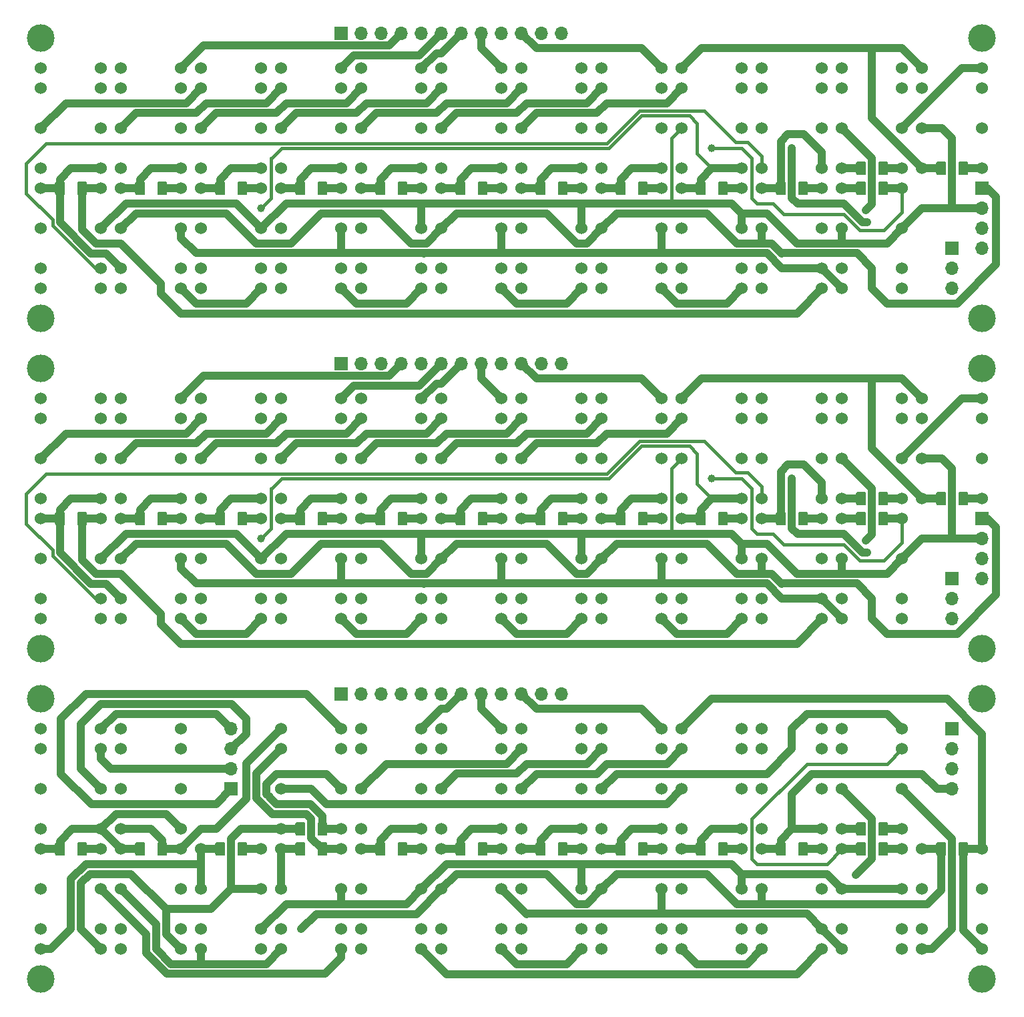
<source format=gbl>
G04 #@! TF.GenerationSoftware,KiCad,Pcbnew,(5.1.2)-2*
G04 #@! TF.CreationDate,2022-11-28T00:10:08+09:00*
G04 #@! TF.ProjectId,manufacture,6d616e75-6661-4637-9475-72652e6b6963,rev?*
G04 #@! TF.SameCoordinates,Original*
G04 #@! TF.FileFunction,Copper,L2,Bot*
G04 #@! TF.FilePolarity,Positive*
%FSLAX46Y46*%
G04 Gerber Fmt 4.6, Leading zero omitted, Abs format (unit mm)*
G04 Created by KiCad (PCBNEW (5.1.2)-2) date 2022-11-28 00:10:08*
%MOMM*%
%LPD*%
G04 APERTURE LIST*
%ADD10C,1.524000*%
%ADD11C,3.500000*%
%ADD12O,1.700000X1.700000*%
%ADD13R,1.700000X1.700000*%
%ADD14C,0.100000*%
%ADD15C,1.250000*%
%ADD16C,1.000000*%
%ADD17C,1.000000*%
%ADD18C,0.400000*%
G04 APERTURE END LIST*
D10*
X88900000Y-57150000D03*
X88900000Y-52070000D03*
X88900000Y-46990000D03*
X88900000Y-44450000D03*
X81280000Y-44450000D03*
X81280000Y-46990000D03*
X81280000Y-52070000D03*
X81280000Y-57150000D03*
X81280000Y-59690000D03*
X81280000Y-64770000D03*
X81280000Y-69850000D03*
X81280000Y-72390000D03*
X88900000Y-72390000D03*
X88900000Y-69850000D03*
X88900000Y-64770000D03*
X88900000Y-59690000D03*
X149860000Y-57150000D03*
X149860000Y-52070000D03*
X149860000Y-46990000D03*
X149860000Y-44450000D03*
X142240000Y-44450000D03*
X142240000Y-46990000D03*
X142240000Y-52070000D03*
X142240000Y-57150000D03*
D11*
X160020000Y-76200000D03*
X160020000Y-40640000D03*
X40640000Y-76200000D03*
X40640000Y-40640000D03*
D12*
X106680000Y-40005000D03*
X104140000Y-40005000D03*
X101600000Y-40005000D03*
X99060000Y-40005000D03*
X96520000Y-40005000D03*
X93980000Y-40005000D03*
X91440000Y-40005000D03*
X88900000Y-40005000D03*
X86360000Y-40005000D03*
X83820000Y-40005000D03*
X81280000Y-40005000D03*
D13*
X78740000Y-40005000D03*
D10*
X99060000Y-57150000D03*
X99060000Y-52070000D03*
X99060000Y-46990000D03*
X99060000Y-44450000D03*
X91440000Y-44450000D03*
X91440000Y-46990000D03*
X91440000Y-52070000D03*
X91440000Y-57150000D03*
X91440000Y-59690000D03*
X91440000Y-64770000D03*
X91440000Y-69850000D03*
X91440000Y-72390000D03*
X99060000Y-72390000D03*
X99060000Y-69850000D03*
X99060000Y-64770000D03*
X99060000Y-59690000D03*
X139700000Y-57150000D03*
X139700000Y-52070000D03*
X139700000Y-46990000D03*
X139700000Y-44450000D03*
X132080000Y-44450000D03*
X132080000Y-46990000D03*
X132080000Y-52070000D03*
X132080000Y-57150000D03*
X132080000Y-59690000D03*
X132080000Y-64770000D03*
X132080000Y-69850000D03*
X132080000Y-72390000D03*
X139700000Y-72390000D03*
X139700000Y-69850000D03*
X139700000Y-64770000D03*
X139700000Y-59690000D03*
D14*
G36*
X145049504Y-56276204D02*
G01*
X145073773Y-56279804D01*
X145097571Y-56285765D01*
X145120671Y-56294030D01*
X145142849Y-56304520D01*
X145163893Y-56317133D01*
X145183598Y-56331747D01*
X145201777Y-56348223D01*
X145218253Y-56366402D01*
X145232867Y-56386107D01*
X145245480Y-56407151D01*
X145255970Y-56429329D01*
X145264235Y-56452429D01*
X145270196Y-56476227D01*
X145273796Y-56500496D01*
X145275000Y-56525000D01*
X145275000Y-57775000D01*
X145273796Y-57799504D01*
X145270196Y-57823773D01*
X145264235Y-57847571D01*
X145255970Y-57870671D01*
X145245480Y-57892849D01*
X145232867Y-57913893D01*
X145218253Y-57933598D01*
X145201777Y-57951777D01*
X145183598Y-57968253D01*
X145163893Y-57982867D01*
X145142849Y-57995480D01*
X145120671Y-58005970D01*
X145097571Y-58014235D01*
X145073773Y-58020196D01*
X145049504Y-58023796D01*
X145025000Y-58025000D01*
X144275000Y-58025000D01*
X144250496Y-58023796D01*
X144226227Y-58020196D01*
X144202429Y-58014235D01*
X144179329Y-58005970D01*
X144157151Y-57995480D01*
X144136107Y-57982867D01*
X144116402Y-57968253D01*
X144098223Y-57951777D01*
X144081747Y-57933598D01*
X144067133Y-57913893D01*
X144054520Y-57892849D01*
X144044030Y-57870671D01*
X144035765Y-57847571D01*
X144029804Y-57823773D01*
X144026204Y-57799504D01*
X144025000Y-57775000D01*
X144025000Y-56525000D01*
X144026204Y-56500496D01*
X144029804Y-56476227D01*
X144035765Y-56452429D01*
X144044030Y-56429329D01*
X144054520Y-56407151D01*
X144067133Y-56386107D01*
X144081747Y-56366402D01*
X144098223Y-56348223D01*
X144116402Y-56331747D01*
X144136107Y-56317133D01*
X144157151Y-56304520D01*
X144179329Y-56294030D01*
X144202429Y-56285765D01*
X144226227Y-56279804D01*
X144250496Y-56276204D01*
X144275000Y-56275000D01*
X145025000Y-56275000D01*
X145049504Y-56276204D01*
X145049504Y-56276204D01*
G37*
D15*
X144650000Y-57150000D03*
D14*
G36*
X147849504Y-56276204D02*
G01*
X147873773Y-56279804D01*
X147897571Y-56285765D01*
X147920671Y-56294030D01*
X147942849Y-56304520D01*
X147963893Y-56317133D01*
X147983598Y-56331747D01*
X148001777Y-56348223D01*
X148018253Y-56366402D01*
X148032867Y-56386107D01*
X148045480Y-56407151D01*
X148055970Y-56429329D01*
X148064235Y-56452429D01*
X148070196Y-56476227D01*
X148073796Y-56500496D01*
X148075000Y-56525000D01*
X148075000Y-57775000D01*
X148073796Y-57799504D01*
X148070196Y-57823773D01*
X148064235Y-57847571D01*
X148055970Y-57870671D01*
X148045480Y-57892849D01*
X148032867Y-57913893D01*
X148018253Y-57933598D01*
X148001777Y-57951777D01*
X147983598Y-57968253D01*
X147963893Y-57982867D01*
X147942849Y-57995480D01*
X147920671Y-58005970D01*
X147897571Y-58014235D01*
X147873773Y-58020196D01*
X147849504Y-58023796D01*
X147825000Y-58025000D01*
X147075000Y-58025000D01*
X147050496Y-58023796D01*
X147026227Y-58020196D01*
X147002429Y-58014235D01*
X146979329Y-58005970D01*
X146957151Y-57995480D01*
X146936107Y-57982867D01*
X146916402Y-57968253D01*
X146898223Y-57951777D01*
X146881747Y-57933598D01*
X146867133Y-57913893D01*
X146854520Y-57892849D01*
X146844030Y-57870671D01*
X146835765Y-57847571D01*
X146829804Y-57823773D01*
X146826204Y-57799504D01*
X146825000Y-57775000D01*
X146825000Y-56525000D01*
X146826204Y-56500496D01*
X146829804Y-56476227D01*
X146835765Y-56452429D01*
X146844030Y-56429329D01*
X146854520Y-56407151D01*
X146867133Y-56386107D01*
X146881747Y-56366402D01*
X146898223Y-56348223D01*
X146916402Y-56331747D01*
X146936107Y-56317133D01*
X146957151Y-56304520D01*
X146979329Y-56294030D01*
X147002429Y-56285765D01*
X147026227Y-56279804D01*
X147050496Y-56276204D01*
X147075000Y-56275000D01*
X147825000Y-56275000D01*
X147849504Y-56276204D01*
X147849504Y-56276204D01*
G37*
D15*
X147450000Y-57150000D03*
D12*
X160020000Y-67310000D03*
X160020000Y-64770000D03*
X160020000Y-62230000D03*
D13*
X160020000Y-59690000D03*
D10*
X119380000Y-57150000D03*
X119380000Y-52070000D03*
X119380000Y-46990000D03*
X119380000Y-44450000D03*
X111760000Y-44450000D03*
X111760000Y-46990000D03*
X111760000Y-52070000D03*
X111760000Y-57150000D03*
X111760000Y-59690000D03*
X111760000Y-64770000D03*
X111760000Y-69850000D03*
X111760000Y-72390000D03*
X119380000Y-72390000D03*
X119380000Y-69850000D03*
X119380000Y-64770000D03*
X119380000Y-59690000D03*
X109220000Y-57150000D03*
X109220000Y-52070000D03*
X109220000Y-46990000D03*
X109220000Y-44450000D03*
X101600000Y-44450000D03*
X101600000Y-46990000D03*
X101600000Y-52070000D03*
X101600000Y-57150000D03*
X101600000Y-59690000D03*
X101600000Y-64770000D03*
X101600000Y-69850000D03*
X101600000Y-72390000D03*
X109220000Y-72390000D03*
X109220000Y-69850000D03*
X109220000Y-64770000D03*
X109220000Y-59690000D03*
D12*
X156210000Y-72390000D03*
X156210000Y-69850000D03*
D13*
X156210000Y-67310000D03*
D10*
X142240000Y-59690000D03*
X142240000Y-64770000D03*
X142240000Y-69850000D03*
X142240000Y-72390000D03*
X149860000Y-72390000D03*
X149860000Y-69850000D03*
X149860000Y-64770000D03*
X149860000Y-59690000D03*
X160020000Y-57150000D03*
X160020000Y-52070000D03*
X160020000Y-46990000D03*
X160020000Y-44450000D03*
X152400000Y-44450000D03*
X152400000Y-46990000D03*
X152400000Y-52070000D03*
X152400000Y-57150000D03*
X129540000Y-57150000D03*
X129540000Y-52070000D03*
X129540000Y-46990000D03*
X129540000Y-44450000D03*
X121920000Y-44450000D03*
X121920000Y-46990000D03*
X121920000Y-52070000D03*
X121920000Y-57150000D03*
X121920000Y-59690000D03*
X121920000Y-64770000D03*
X121920000Y-69850000D03*
X121920000Y-72390000D03*
X129540000Y-72390000D03*
X129540000Y-69850000D03*
X129540000Y-64770000D03*
X129540000Y-59690000D03*
X78740000Y-57150000D03*
X78740000Y-52070000D03*
X78740000Y-46990000D03*
X78740000Y-44450000D03*
X71120000Y-44450000D03*
X71120000Y-46990000D03*
X71120000Y-52070000D03*
X71120000Y-57150000D03*
X71120000Y-59690000D03*
X71120000Y-64770000D03*
X71120000Y-69850000D03*
X71120000Y-72390000D03*
X78740000Y-72390000D03*
X78740000Y-69850000D03*
X78740000Y-64770000D03*
X78740000Y-59690000D03*
X68580000Y-57150000D03*
X68580000Y-52070000D03*
X68580000Y-46990000D03*
X68580000Y-44450000D03*
X60960000Y-44450000D03*
X60960000Y-46990000D03*
X60960000Y-52070000D03*
X60960000Y-57150000D03*
X60960000Y-59690000D03*
X60960000Y-64770000D03*
X60960000Y-69850000D03*
X60960000Y-72390000D03*
X68580000Y-72390000D03*
X68580000Y-69850000D03*
X68580000Y-64770000D03*
X68580000Y-59690000D03*
X58420000Y-57150000D03*
X58420000Y-52070000D03*
X58420000Y-46990000D03*
X58420000Y-44450000D03*
X50800000Y-44450000D03*
X50800000Y-46990000D03*
X50800000Y-52070000D03*
X50800000Y-57150000D03*
X50800000Y-59690000D03*
X50800000Y-64770000D03*
X50800000Y-69850000D03*
X50800000Y-72390000D03*
X58420000Y-72390000D03*
X58420000Y-69850000D03*
X58420000Y-64770000D03*
X58420000Y-59690000D03*
X48260000Y-57150000D03*
X48260000Y-52070000D03*
X48260000Y-46990000D03*
X48260000Y-44450000D03*
X40640000Y-44450000D03*
X40640000Y-46990000D03*
X40640000Y-52070000D03*
X40640000Y-57150000D03*
X40640000Y-59690000D03*
X40640000Y-64770000D03*
X40640000Y-69850000D03*
X40640000Y-72390000D03*
X48260000Y-72390000D03*
X48260000Y-69850000D03*
X48260000Y-64770000D03*
X48260000Y-59690000D03*
D14*
G36*
X155209504Y-56276204D02*
G01*
X155233773Y-56279804D01*
X155257571Y-56285765D01*
X155280671Y-56294030D01*
X155302849Y-56304520D01*
X155323893Y-56317133D01*
X155343598Y-56331747D01*
X155361777Y-56348223D01*
X155378253Y-56366402D01*
X155392867Y-56386107D01*
X155405480Y-56407151D01*
X155415970Y-56429329D01*
X155424235Y-56452429D01*
X155430196Y-56476227D01*
X155433796Y-56500496D01*
X155435000Y-56525000D01*
X155435000Y-57775000D01*
X155433796Y-57799504D01*
X155430196Y-57823773D01*
X155424235Y-57847571D01*
X155415970Y-57870671D01*
X155405480Y-57892849D01*
X155392867Y-57913893D01*
X155378253Y-57933598D01*
X155361777Y-57951777D01*
X155343598Y-57968253D01*
X155323893Y-57982867D01*
X155302849Y-57995480D01*
X155280671Y-58005970D01*
X155257571Y-58014235D01*
X155233773Y-58020196D01*
X155209504Y-58023796D01*
X155185000Y-58025000D01*
X154435000Y-58025000D01*
X154410496Y-58023796D01*
X154386227Y-58020196D01*
X154362429Y-58014235D01*
X154339329Y-58005970D01*
X154317151Y-57995480D01*
X154296107Y-57982867D01*
X154276402Y-57968253D01*
X154258223Y-57951777D01*
X154241747Y-57933598D01*
X154227133Y-57913893D01*
X154214520Y-57892849D01*
X154204030Y-57870671D01*
X154195765Y-57847571D01*
X154189804Y-57823773D01*
X154186204Y-57799504D01*
X154185000Y-57775000D01*
X154185000Y-56525000D01*
X154186204Y-56500496D01*
X154189804Y-56476227D01*
X154195765Y-56452429D01*
X154204030Y-56429329D01*
X154214520Y-56407151D01*
X154227133Y-56386107D01*
X154241747Y-56366402D01*
X154258223Y-56348223D01*
X154276402Y-56331747D01*
X154296107Y-56317133D01*
X154317151Y-56304520D01*
X154339329Y-56294030D01*
X154362429Y-56285765D01*
X154386227Y-56279804D01*
X154410496Y-56276204D01*
X154435000Y-56275000D01*
X155185000Y-56275000D01*
X155209504Y-56276204D01*
X155209504Y-56276204D01*
G37*
D15*
X154810000Y-57150000D03*
D14*
G36*
X158009504Y-56276204D02*
G01*
X158033773Y-56279804D01*
X158057571Y-56285765D01*
X158080671Y-56294030D01*
X158102849Y-56304520D01*
X158123893Y-56317133D01*
X158143598Y-56331747D01*
X158161777Y-56348223D01*
X158178253Y-56366402D01*
X158192867Y-56386107D01*
X158205480Y-56407151D01*
X158215970Y-56429329D01*
X158224235Y-56452429D01*
X158230196Y-56476227D01*
X158233796Y-56500496D01*
X158235000Y-56525000D01*
X158235000Y-57775000D01*
X158233796Y-57799504D01*
X158230196Y-57823773D01*
X158224235Y-57847571D01*
X158215970Y-57870671D01*
X158205480Y-57892849D01*
X158192867Y-57913893D01*
X158178253Y-57933598D01*
X158161777Y-57951777D01*
X158143598Y-57968253D01*
X158123893Y-57982867D01*
X158102849Y-57995480D01*
X158080671Y-58005970D01*
X158057571Y-58014235D01*
X158033773Y-58020196D01*
X158009504Y-58023796D01*
X157985000Y-58025000D01*
X157235000Y-58025000D01*
X157210496Y-58023796D01*
X157186227Y-58020196D01*
X157162429Y-58014235D01*
X157139329Y-58005970D01*
X157117151Y-57995480D01*
X157096107Y-57982867D01*
X157076402Y-57968253D01*
X157058223Y-57951777D01*
X157041747Y-57933598D01*
X157027133Y-57913893D01*
X157014520Y-57892849D01*
X157004030Y-57870671D01*
X156995765Y-57847571D01*
X156989804Y-57823773D01*
X156986204Y-57799504D01*
X156985000Y-57775000D01*
X156985000Y-56525000D01*
X156986204Y-56500496D01*
X156989804Y-56476227D01*
X156995765Y-56452429D01*
X157004030Y-56429329D01*
X157014520Y-56407151D01*
X157027133Y-56386107D01*
X157041747Y-56366402D01*
X157058223Y-56348223D01*
X157076402Y-56331747D01*
X157096107Y-56317133D01*
X157117151Y-56304520D01*
X157139329Y-56294030D01*
X157162429Y-56285765D01*
X157186227Y-56279804D01*
X157210496Y-56276204D01*
X157235000Y-56275000D01*
X157985000Y-56275000D01*
X158009504Y-56276204D01*
X158009504Y-56276204D01*
G37*
D15*
X157610000Y-57150000D03*
D14*
G36*
X147849504Y-58816204D02*
G01*
X147873773Y-58819804D01*
X147897571Y-58825765D01*
X147920671Y-58834030D01*
X147942849Y-58844520D01*
X147963893Y-58857133D01*
X147983598Y-58871747D01*
X148001777Y-58888223D01*
X148018253Y-58906402D01*
X148032867Y-58926107D01*
X148045480Y-58947151D01*
X148055970Y-58969329D01*
X148064235Y-58992429D01*
X148070196Y-59016227D01*
X148073796Y-59040496D01*
X148075000Y-59065000D01*
X148075000Y-60315000D01*
X148073796Y-60339504D01*
X148070196Y-60363773D01*
X148064235Y-60387571D01*
X148055970Y-60410671D01*
X148045480Y-60432849D01*
X148032867Y-60453893D01*
X148018253Y-60473598D01*
X148001777Y-60491777D01*
X147983598Y-60508253D01*
X147963893Y-60522867D01*
X147942849Y-60535480D01*
X147920671Y-60545970D01*
X147897571Y-60554235D01*
X147873773Y-60560196D01*
X147849504Y-60563796D01*
X147825000Y-60565000D01*
X147075000Y-60565000D01*
X147050496Y-60563796D01*
X147026227Y-60560196D01*
X147002429Y-60554235D01*
X146979329Y-60545970D01*
X146957151Y-60535480D01*
X146936107Y-60522867D01*
X146916402Y-60508253D01*
X146898223Y-60491777D01*
X146881747Y-60473598D01*
X146867133Y-60453893D01*
X146854520Y-60432849D01*
X146844030Y-60410671D01*
X146835765Y-60387571D01*
X146829804Y-60363773D01*
X146826204Y-60339504D01*
X146825000Y-60315000D01*
X146825000Y-59065000D01*
X146826204Y-59040496D01*
X146829804Y-59016227D01*
X146835765Y-58992429D01*
X146844030Y-58969329D01*
X146854520Y-58947151D01*
X146867133Y-58926107D01*
X146881747Y-58906402D01*
X146898223Y-58888223D01*
X146916402Y-58871747D01*
X146936107Y-58857133D01*
X146957151Y-58844520D01*
X146979329Y-58834030D01*
X147002429Y-58825765D01*
X147026227Y-58819804D01*
X147050496Y-58816204D01*
X147075000Y-58815000D01*
X147825000Y-58815000D01*
X147849504Y-58816204D01*
X147849504Y-58816204D01*
G37*
D15*
X147450000Y-59690000D03*
D14*
G36*
X145049504Y-58816204D02*
G01*
X145073773Y-58819804D01*
X145097571Y-58825765D01*
X145120671Y-58834030D01*
X145142849Y-58844520D01*
X145163893Y-58857133D01*
X145183598Y-58871747D01*
X145201777Y-58888223D01*
X145218253Y-58906402D01*
X145232867Y-58926107D01*
X145245480Y-58947151D01*
X145255970Y-58969329D01*
X145264235Y-58992429D01*
X145270196Y-59016227D01*
X145273796Y-59040496D01*
X145275000Y-59065000D01*
X145275000Y-60315000D01*
X145273796Y-60339504D01*
X145270196Y-60363773D01*
X145264235Y-60387571D01*
X145255970Y-60410671D01*
X145245480Y-60432849D01*
X145232867Y-60453893D01*
X145218253Y-60473598D01*
X145201777Y-60491777D01*
X145183598Y-60508253D01*
X145163893Y-60522867D01*
X145142849Y-60535480D01*
X145120671Y-60545970D01*
X145097571Y-60554235D01*
X145073773Y-60560196D01*
X145049504Y-60563796D01*
X145025000Y-60565000D01*
X144275000Y-60565000D01*
X144250496Y-60563796D01*
X144226227Y-60560196D01*
X144202429Y-60554235D01*
X144179329Y-60545970D01*
X144157151Y-60535480D01*
X144136107Y-60522867D01*
X144116402Y-60508253D01*
X144098223Y-60491777D01*
X144081747Y-60473598D01*
X144067133Y-60453893D01*
X144054520Y-60432849D01*
X144044030Y-60410671D01*
X144035765Y-60387571D01*
X144029804Y-60363773D01*
X144026204Y-60339504D01*
X144025000Y-60315000D01*
X144025000Y-59065000D01*
X144026204Y-59040496D01*
X144029804Y-59016227D01*
X144035765Y-58992429D01*
X144044030Y-58969329D01*
X144054520Y-58947151D01*
X144067133Y-58926107D01*
X144081747Y-58906402D01*
X144098223Y-58888223D01*
X144116402Y-58871747D01*
X144136107Y-58857133D01*
X144157151Y-58844520D01*
X144179329Y-58834030D01*
X144202429Y-58825765D01*
X144226227Y-58819804D01*
X144250496Y-58816204D01*
X144275000Y-58815000D01*
X145025000Y-58815000D01*
X145049504Y-58816204D01*
X145049504Y-58816204D01*
G37*
D15*
X144650000Y-59690000D03*
D14*
G36*
X127529504Y-58816204D02*
G01*
X127553773Y-58819804D01*
X127577571Y-58825765D01*
X127600671Y-58834030D01*
X127622849Y-58844520D01*
X127643893Y-58857133D01*
X127663598Y-58871747D01*
X127681777Y-58888223D01*
X127698253Y-58906402D01*
X127712867Y-58926107D01*
X127725480Y-58947151D01*
X127735970Y-58969329D01*
X127744235Y-58992429D01*
X127750196Y-59016227D01*
X127753796Y-59040496D01*
X127755000Y-59065000D01*
X127755000Y-60315000D01*
X127753796Y-60339504D01*
X127750196Y-60363773D01*
X127744235Y-60387571D01*
X127735970Y-60410671D01*
X127725480Y-60432849D01*
X127712867Y-60453893D01*
X127698253Y-60473598D01*
X127681777Y-60491777D01*
X127663598Y-60508253D01*
X127643893Y-60522867D01*
X127622849Y-60535480D01*
X127600671Y-60545970D01*
X127577571Y-60554235D01*
X127553773Y-60560196D01*
X127529504Y-60563796D01*
X127505000Y-60565000D01*
X126755000Y-60565000D01*
X126730496Y-60563796D01*
X126706227Y-60560196D01*
X126682429Y-60554235D01*
X126659329Y-60545970D01*
X126637151Y-60535480D01*
X126616107Y-60522867D01*
X126596402Y-60508253D01*
X126578223Y-60491777D01*
X126561747Y-60473598D01*
X126547133Y-60453893D01*
X126534520Y-60432849D01*
X126524030Y-60410671D01*
X126515765Y-60387571D01*
X126509804Y-60363773D01*
X126506204Y-60339504D01*
X126505000Y-60315000D01*
X126505000Y-59065000D01*
X126506204Y-59040496D01*
X126509804Y-59016227D01*
X126515765Y-58992429D01*
X126524030Y-58969329D01*
X126534520Y-58947151D01*
X126547133Y-58926107D01*
X126561747Y-58906402D01*
X126578223Y-58888223D01*
X126596402Y-58871747D01*
X126616107Y-58857133D01*
X126637151Y-58844520D01*
X126659329Y-58834030D01*
X126682429Y-58825765D01*
X126706227Y-58819804D01*
X126730496Y-58816204D01*
X126755000Y-58815000D01*
X127505000Y-58815000D01*
X127529504Y-58816204D01*
X127529504Y-58816204D01*
G37*
D15*
X127130000Y-59690000D03*
D14*
G36*
X124729504Y-58816204D02*
G01*
X124753773Y-58819804D01*
X124777571Y-58825765D01*
X124800671Y-58834030D01*
X124822849Y-58844520D01*
X124843893Y-58857133D01*
X124863598Y-58871747D01*
X124881777Y-58888223D01*
X124898253Y-58906402D01*
X124912867Y-58926107D01*
X124925480Y-58947151D01*
X124935970Y-58969329D01*
X124944235Y-58992429D01*
X124950196Y-59016227D01*
X124953796Y-59040496D01*
X124955000Y-59065000D01*
X124955000Y-60315000D01*
X124953796Y-60339504D01*
X124950196Y-60363773D01*
X124944235Y-60387571D01*
X124935970Y-60410671D01*
X124925480Y-60432849D01*
X124912867Y-60453893D01*
X124898253Y-60473598D01*
X124881777Y-60491777D01*
X124863598Y-60508253D01*
X124843893Y-60522867D01*
X124822849Y-60535480D01*
X124800671Y-60545970D01*
X124777571Y-60554235D01*
X124753773Y-60560196D01*
X124729504Y-60563796D01*
X124705000Y-60565000D01*
X123955000Y-60565000D01*
X123930496Y-60563796D01*
X123906227Y-60560196D01*
X123882429Y-60554235D01*
X123859329Y-60545970D01*
X123837151Y-60535480D01*
X123816107Y-60522867D01*
X123796402Y-60508253D01*
X123778223Y-60491777D01*
X123761747Y-60473598D01*
X123747133Y-60453893D01*
X123734520Y-60432849D01*
X123724030Y-60410671D01*
X123715765Y-60387571D01*
X123709804Y-60363773D01*
X123706204Y-60339504D01*
X123705000Y-60315000D01*
X123705000Y-59065000D01*
X123706204Y-59040496D01*
X123709804Y-59016227D01*
X123715765Y-58992429D01*
X123724030Y-58969329D01*
X123734520Y-58947151D01*
X123747133Y-58926107D01*
X123761747Y-58906402D01*
X123778223Y-58888223D01*
X123796402Y-58871747D01*
X123816107Y-58857133D01*
X123837151Y-58844520D01*
X123859329Y-58834030D01*
X123882429Y-58825765D01*
X123906227Y-58819804D01*
X123930496Y-58816204D01*
X123955000Y-58815000D01*
X124705000Y-58815000D01*
X124729504Y-58816204D01*
X124729504Y-58816204D01*
G37*
D15*
X124330000Y-59690000D03*
D14*
G36*
X117369504Y-58816204D02*
G01*
X117393773Y-58819804D01*
X117417571Y-58825765D01*
X117440671Y-58834030D01*
X117462849Y-58844520D01*
X117483893Y-58857133D01*
X117503598Y-58871747D01*
X117521777Y-58888223D01*
X117538253Y-58906402D01*
X117552867Y-58926107D01*
X117565480Y-58947151D01*
X117575970Y-58969329D01*
X117584235Y-58992429D01*
X117590196Y-59016227D01*
X117593796Y-59040496D01*
X117595000Y-59065000D01*
X117595000Y-60315000D01*
X117593796Y-60339504D01*
X117590196Y-60363773D01*
X117584235Y-60387571D01*
X117575970Y-60410671D01*
X117565480Y-60432849D01*
X117552867Y-60453893D01*
X117538253Y-60473598D01*
X117521777Y-60491777D01*
X117503598Y-60508253D01*
X117483893Y-60522867D01*
X117462849Y-60535480D01*
X117440671Y-60545970D01*
X117417571Y-60554235D01*
X117393773Y-60560196D01*
X117369504Y-60563796D01*
X117345000Y-60565000D01*
X116595000Y-60565000D01*
X116570496Y-60563796D01*
X116546227Y-60560196D01*
X116522429Y-60554235D01*
X116499329Y-60545970D01*
X116477151Y-60535480D01*
X116456107Y-60522867D01*
X116436402Y-60508253D01*
X116418223Y-60491777D01*
X116401747Y-60473598D01*
X116387133Y-60453893D01*
X116374520Y-60432849D01*
X116364030Y-60410671D01*
X116355765Y-60387571D01*
X116349804Y-60363773D01*
X116346204Y-60339504D01*
X116345000Y-60315000D01*
X116345000Y-59065000D01*
X116346204Y-59040496D01*
X116349804Y-59016227D01*
X116355765Y-58992429D01*
X116364030Y-58969329D01*
X116374520Y-58947151D01*
X116387133Y-58926107D01*
X116401747Y-58906402D01*
X116418223Y-58888223D01*
X116436402Y-58871747D01*
X116456107Y-58857133D01*
X116477151Y-58844520D01*
X116499329Y-58834030D01*
X116522429Y-58825765D01*
X116546227Y-58819804D01*
X116570496Y-58816204D01*
X116595000Y-58815000D01*
X117345000Y-58815000D01*
X117369504Y-58816204D01*
X117369504Y-58816204D01*
G37*
D15*
X116970000Y-59690000D03*
D14*
G36*
X114569504Y-58816204D02*
G01*
X114593773Y-58819804D01*
X114617571Y-58825765D01*
X114640671Y-58834030D01*
X114662849Y-58844520D01*
X114683893Y-58857133D01*
X114703598Y-58871747D01*
X114721777Y-58888223D01*
X114738253Y-58906402D01*
X114752867Y-58926107D01*
X114765480Y-58947151D01*
X114775970Y-58969329D01*
X114784235Y-58992429D01*
X114790196Y-59016227D01*
X114793796Y-59040496D01*
X114795000Y-59065000D01*
X114795000Y-60315000D01*
X114793796Y-60339504D01*
X114790196Y-60363773D01*
X114784235Y-60387571D01*
X114775970Y-60410671D01*
X114765480Y-60432849D01*
X114752867Y-60453893D01*
X114738253Y-60473598D01*
X114721777Y-60491777D01*
X114703598Y-60508253D01*
X114683893Y-60522867D01*
X114662849Y-60535480D01*
X114640671Y-60545970D01*
X114617571Y-60554235D01*
X114593773Y-60560196D01*
X114569504Y-60563796D01*
X114545000Y-60565000D01*
X113795000Y-60565000D01*
X113770496Y-60563796D01*
X113746227Y-60560196D01*
X113722429Y-60554235D01*
X113699329Y-60545970D01*
X113677151Y-60535480D01*
X113656107Y-60522867D01*
X113636402Y-60508253D01*
X113618223Y-60491777D01*
X113601747Y-60473598D01*
X113587133Y-60453893D01*
X113574520Y-60432849D01*
X113564030Y-60410671D01*
X113555765Y-60387571D01*
X113549804Y-60363773D01*
X113546204Y-60339504D01*
X113545000Y-60315000D01*
X113545000Y-59065000D01*
X113546204Y-59040496D01*
X113549804Y-59016227D01*
X113555765Y-58992429D01*
X113564030Y-58969329D01*
X113574520Y-58947151D01*
X113587133Y-58926107D01*
X113601747Y-58906402D01*
X113618223Y-58888223D01*
X113636402Y-58871747D01*
X113656107Y-58857133D01*
X113677151Y-58844520D01*
X113699329Y-58834030D01*
X113722429Y-58825765D01*
X113746227Y-58819804D01*
X113770496Y-58816204D01*
X113795000Y-58815000D01*
X114545000Y-58815000D01*
X114569504Y-58816204D01*
X114569504Y-58816204D01*
G37*
D15*
X114170000Y-59690000D03*
D14*
G36*
X107209504Y-58816204D02*
G01*
X107233773Y-58819804D01*
X107257571Y-58825765D01*
X107280671Y-58834030D01*
X107302849Y-58844520D01*
X107323893Y-58857133D01*
X107343598Y-58871747D01*
X107361777Y-58888223D01*
X107378253Y-58906402D01*
X107392867Y-58926107D01*
X107405480Y-58947151D01*
X107415970Y-58969329D01*
X107424235Y-58992429D01*
X107430196Y-59016227D01*
X107433796Y-59040496D01*
X107435000Y-59065000D01*
X107435000Y-60315000D01*
X107433796Y-60339504D01*
X107430196Y-60363773D01*
X107424235Y-60387571D01*
X107415970Y-60410671D01*
X107405480Y-60432849D01*
X107392867Y-60453893D01*
X107378253Y-60473598D01*
X107361777Y-60491777D01*
X107343598Y-60508253D01*
X107323893Y-60522867D01*
X107302849Y-60535480D01*
X107280671Y-60545970D01*
X107257571Y-60554235D01*
X107233773Y-60560196D01*
X107209504Y-60563796D01*
X107185000Y-60565000D01*
X106435000Y-60565000D01*
X106410496Y-60563796D01*
X106386227Y-60560196D01*
X106362429Y-60554235D01*
X106339329Y-60545970D01*
X106317151Y-60535480D01*
X106296107Y-60522867D01*
X106276402Y-60508253D01*
X106258223Y-60491777D01*
X106241747Y-60473598D01*
X106227133Y-60453893D01*
X106214520Y-60432849D01*
X106204030Y-60410671D01*
X106195765Y-60387571D01*
X106189804Y-60363773D01*
X106186204Y-60339504D01*
X106185000Y-60315000D01*
X106185000Y-59065000D01*
X106186204Y-59040496D01*
X106189804Y-59016227D01*
X106195765Y-58992429D01*
X106204030Y-58969329D01*
X106214520Y-58947151D01*
X106227133Y-58926107D01*
X106241747Y-58906402D01*
X106258223Y-58888223D01*
X106276402Y-58871747D01*
X106296107Y-58857133D01*
X106317151Y-58844520D01*
X106339329Y-58834030D01*
X106362429Y-58825765D01*
X106386227Y-58819804D01*
X106410496Y-58816204D01*
X106435000Y-58815000D01*
X107185000Y-58815000D01*
X107209504Y-58816204D01*
X107209504Y-58816204D01*
G37*
D15*
X106810000Y-59690000D03*
D14*
G36*
X104409504Y-58816204D02*
G01*
X104433773Y-58819804D01*
X104457571Y-58825765D01*
X104480671Y-58834030D01*
X104502849Y-58844520D01*
X104523893Y-58857133D01*
X104543598Y-58871747D01*
X104561777Y-58888223D01*
X104578253Y-58906402D01*
X104592867Y-58926107D01*
X104605480Y-58947151D01*
X104615970Y-58969329D01*
X104624235Y-58992429D01*
X104630196Y-59016227D01*
X104633796Y-59040496D01*
X104635000Y-59065000D01*
X104635000Y-60315000D01*
X104633796Y-60339504D01*
X104630196Y-60363773D01*
X104624235Y-60387571D01*
X104615970Y-60410671D01*
X104605480Y-60432849D01*
X104592867Y-60453893D01*
X104578253Y-60473598D01*
X104561777Y-60491777D01*
X104543598Y-60508253D01*
X104523893Y-60522867D01*
X104502849Y-60535480D01*
X104480671Y-60545970D01*
X104457571Y-60554235D01*
X104433773Y-60560196D01*
X104409504Y-60563796D01*
X104385000Y-60565000D01*
X103635000Y-60565000D01*
X103610496Y-60563796D01*
X103586227Y-60560196D01*
X103562429Y-60554235D01*
X103539329Y-60545970D01*
X103517151Y-60535480D01*
X103496107Y-60522867D01*
X103476402Y-60508253D01*
X103458223Y-60491777D01*
X103441747Y-60473598D01*
X103427133Y-60453893D01*
X103414520Y-60432849D01*
X103404030Y-60410671D01*
X103395765Y-60387571D01*
X103389804Y-60363773D01*
X103386204Y-60339504D01*
X103385000Y-60315000D01*
X103385000Y-59065000D01*
X103386204Y-59040496D01*
X103389804Y-59016227D01*
X103395765Y-58992429D01*
X103404030Y-58969329D01*
X103414520Y-58947151D01*
X103427133Y-58926107D01*
X103441747Y-58906402D01*
X103458223Y-58888223D01*
X103476402Y-58871747D01*
X103496107Y-58857133D01*
X103517151Y-58844520D01*
X103539329Y-58834030D01*
X103562429Y-58825765D01*
X103586227Y-58819804D01*
X103610496Y-58816204D01*
X103635000Y-58815000D01*
X104385000Y-58815000D01*
X104409504Y-58816204D01*
X104409504Y-58816204D01*
G37*
D15*
X104010000Y-59690000D03*
D14*
G36*
X97049504Y-58816204D02*
G01*
X97073773Y-58819804D01*
X97097571Y-58825765D01*
X97120671Y-58834030D01*
X97142849Y-58844520D01*
X97163893Y-58857133D01*
X97183598Y-58871747D01*
X97201777Y-58888223D01*
X97218253Y-58906402D01*
X97232867Y-58926107D01*
X97245480Y-58947151D01*
X97255970Y-58969329D01*
X97264235Y-58992429D01*
X97270196Y-59016227D01*
X97273796Y-59040496D01*
X97275000Y-59065000D01*
X97275000Y-60315000D01*
X97273796Y-60339504D01*
X97270196Y-60363773D01*
X97264235Y-60387571D01*
X97255970Y-60410671D01*
X97245480Y-60432849D01*
X97232867Y-60453893D01*
X97218253Y-60473598D01*
X97201777Y-60491777D01*
X97183598Y-60508253D01*
X97163893Y-60522867D01*
X97142849Y-60535480D01*
X97120671Y-60545970D01*
X97097571Y-60554235D01*
X97073773Y-60560196D01*
X97049504Y-60563796D01*
X97025000Y-60565000D01*
X96275000Y-60565000D01*
X96250496Y-60563796D01*
X96226227Y-60560196D01*
X96202429Y-60554235D01*
X96179329Y-60545970D01*
X96157151Y-60535480D01*
X96136107Y-60522867D01*
X96116402Y-60508253D01*
X96098223Y-60491777D01*
X96081747Y-60473598D01*
X96067133Y-60453893D01*
X96054520Y-60432849D01*
X96044030Y-60410671D01*
X96035765Y-60387571D01*
X96029804Y-60363773D01*
X96026204Y-60339504D01*
X96025000Y-60315000D01*
X96025000Y-59065000D01*
X96026204Y-59040496D01*
X96029804Y-59016227D01*
X96035765Y-58992429D01*
X96044030Y-58969329D01*
X96054520Y-58947151D01*
X96067133Y-58926107D01*
X96081747Y-58906402D01*
X96098223Y-58888223D01*
X96116402Y-58871747D01*
X96136107Y-58857133D01*
X96157151Y-58844520D01*
X96179329Y-58834030D01*
X96202429Y-58825765D01*
X96226227Y-58819804D01*
X96250496Y-58816204D01*
X96275000Y-58815000D01*
X97025000Y-58815000D01*
X97049504Y-58816204D01*
X97049504Y-58816204D01*
G37*
D15*
X96650000Y-59690000D03*
D14*
G36*
X94249504Y-58816204D02*
G01*
X94273773Y-58819804D01*
X94297571Y-58825765D01*
X94320671Y-58834030D01*
X94342849Y-58844520D01*
X94363893Y-58857133D01*
X94383598Y-58871747D01*
X94401777Y-58888223D01*
X94418253Y-58906402D01*
X94432867Y-58926107D01*
X94445480Y-58947151D01*
X94455970Y-58969329D01*
X94464235Y-58992429D01*
X94470196Y-59016227D01*
X94473796Y-59040496D01*
X94475000Y-59065000D01*
X94475000Y-60315000D01*
X94473796Y-60339504D01*
X94470196Y-60363773D01*
X94464235Y-60387571D01*
X94455970Y-60410671D01*
X94445480Y-60432849D01*
X94432867Y-60453893D01*
X94418253Y-60473598D01*
X94401777Y-60491777D01*
X94383598Y-60508253D01*
X94363893Y-60522867D01*
X94342849Y-60535480D01*
X94320671Y-60545970D01*
X94297571Y-60554235D01*
X94273773Y-60560196D01*
X94249504Y-60563796D01*
X94225000Y-60565000D01*
X93475000Y-60565000D01*
X93450496Y-60563796D01*
X93426227Y-60560196D01*
X93402429Y-60554235D01*
X93379329Y-60545970D01*
X93357151Y-60535480D01*
X93336107Y-60522867D01*
X93316402Y-60508253D01*
X93298223Y-60491777D01*
X93281747Y-60473598D01*
X93267133Y-60453893D01*
X93254520Y-60432849D01*
X93244030Y-60410671D01*
X93235765Y-60387571D01*
X93229804Y-60363773D01*
X93226204Y-60339504D01*
X93225000Y-60315000D01*
X93225000Y-59065000D01*
X93226204Y-59040496D01*
X93229804Y-59016227D01*
X93235765Y-58992429D01*
X93244030Y-58969329D01*
X93254520Y-58947151D01*
X93267133Y-58926107D01*
X93281747Y-58906402D01*
X93298223Y-58888223D01*
X93316402Y-58871747D01*
X93336107Y-58857133D01*
X93357151Y-58844520D01*
X93379329Y-58834030D01*
X93402429Y-58825765D01*
X93426227Y-58819804D01*
X93450496Y-58816204D01*
X93475000Y-58815000D01*
X94225000Y-58815000D01*
X94249504Y-58816204D01*
X94249504Y-58816204D01*
G37*
D15*
X93850000Y-59690000D03*
D14*
G36*
X86889504Y-58816204D02*
G01*
X86913773Y-58819804D01*
X86937571Y-58825765D01*
X86960671Y-58834030D01*
X86982849Y-58844520D01*
X87003893Y-58857133D01*
X87023598Y-58871747D01*
X87041777Y-58888223D01*
X87058253Y-58906402D01*
X87072867Y-58926107D01*
X87085480Y-58947151D01*
X87095970Y-58969329D01*
X87104235Y-58992429D01*
X87110196Y-59016227D01*
X87113796Y-59040496D01*
X87115000Y-59065000D01*
X87115000Y-60315000D01*
X87113796Y-60339504D01*
X87110196Y-60363773D01*
X87104235Y-60387571D01*
X87095970Y-60410671D01*
X87085480Y-60432849D01*
X87072867Y-60453893D01*
X87058253Y-60473598D01*
X87041777Y-60491777D01*
X87023598Y-60508253D01*
X87003893Y-60522867D01*
X86982849Y-60535480D01*
X86960671Y-60545970D01*
X86937571Y-60554235D01*
X86913773Y-60560196D01*
X86889504Y-60563796D01*
X86865000Y-60565000D01*
X86115000Y-60565000D01*
X86090496Y-60563796D01*
X86066227Y-60560196D01*
X86042429Y-60554235D01*
X86019329Y-60545970D01*
X85997151Y-60535480D01*
X85976107Y-60522867D01*
X85956402Y-60508253D01*
X85938223Y-60491777D01*
X85921747Y-60473598D01*
X85907133Y-60453893D01*
X85894520Y-60432849D01*
X85884030Y-60410671D01*
X85875765Y-60387571D01*
X85869804Y-60363773D01*
X85866204Y-60339504D01*
X85865000Y-60315000D01*
X85865000Y-59065000D01*
X85866204Y-59040496D01*
X85869804Y-59016227D01*
X85875765Y-58992429D01*
X85884030Y-58969329D01*
X85894520Y-58947151D01*
X85907133Y-58926107D01*
X85921747Y-58906402D01*
X85938223Y-58888223D01*
X85956402Y-58871747D01*
X85976107Y-58857133D01*
X85997151Y-58844520D01*
X86019329Y-58834030D01*
X86042429Y-58825765D01*
X86066227Y-58819804D01*
X86090496Y-58816204D01*
X86115000Y-58815000D01*
X86865000Y-58815000D01*
X86889504Y-58816204D01*
X86889504Y-58816204D01*
G37*
D15*
X86490000Y-59690000D03*
D14*
G36*
X84089504Y-58816204D02*
G01*
X84113773Y-58819804D01*
X84137571Y-58825765D01*
X84160671Y-58834030D01*
X84182849Y-58844520D01*
X84203893Y-58857133D01*
X84223598Y-58871747D01*
X84241777Y-58888223D01*
X84258253Y-58906402D01*
X84272867Y-58926107D01*
X84285480Y-58947151D01*
X84295970Y-58969329D01*
X84304235Y-58992429D01*
X84310196Y-59016227D01*
X84313796Y-59040496D01*
X84315000Y-59065000D01*
X84315000Y-60315000D01*
X84313796Y-60339504D01*
X84310196Y-60363773D01*
X84304235Y-60387571D01*
X84295970Y-60410671D01*
X84285480Y-60432849D01*
X84272867Y-60453893D01*
X84258253Y-60473598D01*
X84241777Y-60491777D01*
X84223598Y-60508253D01*
X84203893Y-60522867D01*
X84182849Y-60535480D01*
X84160671Y-60545970D01*
X84137571Y-60554235D01*
X84113773Y-60560196D01*
X84089504Y-60563796D01*
X84065000Y-60565000D01*
X83315000Y-60565000D01*
X83290496Y-60563796D01*
X83266227Y-60560196D01*
X83242429Y-60554235D01*
X83219329Y-60545970D01*
X83197151Y-60535480D01*
X83176107Y-60522867D01*
X83156402Y-60508253D01*
X83138223Y-60491777D01*
X83121747Y-60473598D01*
X83107133Y-60453893D01*
X83094520Y-60432849D01*
X83084030Y-60410671D01*
X83075765Y-60387571D01*
X83069804Y-60363773D01*
X83066204Y-60339504D01*
X83065000Y-60315000D01*
X83065000Y-59065000D01*
X83066204Y-59040496D01*
X83069804Y-59016227D01*
X83075765Y-58992429D01*
X83084030Y-58969329D01*
X83094520Y-58947151D01*
X83107133Y-58926107D01*
X83121747Y-58906402D01*
X83138223Y-58888223D01*
X83156402Y-58871747D01*
X83176107Y-58857133D01*
X83197151Y-58844520D01*
X83219329Y-58834030D01*
X83242429Y-58825765D01*
X83266227Y-58819804D01*
X83290496Y-58816204D01*
X83315000Y-58815000D01*
X84065000Y-58815000D01*
X84089504Y-58816204D01*
X84089504Y-58816204D01*
G37*
D15*
X83690000Y-59690000D03*
D14*
G36*
X76729504Y-58816204D02*
G01*
X76753773Y-58819804D01*
X76777571Y-58825765D01*
X76800671Y-58834030D01*
X76822849Y-58844520D01*
X76843893Y-58857133D01*
X76863598Y-58871747D01*
X76881777Y-58888223D01*
X76898253Y-58906402D01*
X76912867Y-58926107D01*
X76925480Y-58947151D01*
X76935970Y-58969329D01*
X76944235Y-58992429D01*
X76950196Y-59016227D01*
X76953796Y-59040496D01*
X76955000Y-59065000D01*
X76955000Y-60315000D01*
X76953796Y-60339504D01*
X76950196Y-60363773D01*
X76944235Y-60387571D01*
X76935970Y-60410671D01*
X76925480Y-60432849D01*
X76912867Y-60453893D01*
X76898253Y-60473598D01*
X76881777Y-60491777D01*
X76863598Y-60508253D01*
X76843893Y-60522867D01*
X76822849Y-60535480D01*
X76800671Y-60545970D01*
X76777571Y-60554235D01*
X76753773Y-60560196D01*
X76729504Y-60563796D01*
X76705000Y-60565000D01*
X75955000Y-60565000D01*
X75930496Y-60563796D01*
X75906227Y-60560196D01*
X75882429Y-60554235D01*
X75859329Y-60545970D01*
X75837151Y-60535480D01*
X75816107Y-60522867D01*
X75796402Y-60508253D01*
X75778223Y-60491777D01*
X75761747Y-60473598D01*
X75747133Y-60453893D01*
X75734520Y-60432849D01*
X75724030Y-60410671D01*
X75715765Y-60387571D01*
X75709804Y-60363773D01*
X75706204Y-60339504D01*
X75705000Y-60315000D01*
X75705000Y-59065000D01*
X75706204Y-59040496D01*
X75709804Y-59016227D01*
X75715765Y-58992429D01*
X75724030Y-58969329D01*
X75734520Y-58947151D01*
X75747133Y-58926107D01*
X75761747Y-58906402D01*
X75778223Y-58888223D01*
X75796402Y-58871747D01*
X75816107Y-58857133D01*
X75837151Y-58844520D01*
X75859329Y-58834030D01*
X75882429Y-58825765D01*
X75906227Y-58819804D01*
X75930496Y-58816204D01*
X75955000Y-58815000D01*
X76705000Y-58815000D01*
X76729504Y-58816204D01*
X76729504Y-58816204D01*
G37*
D15*
X76330000Y-59690000D03*
D14*
G36*
X73929504Y-58816204D02*
G01*
X73953773Y-58819804D01*
X73977571Y-58825765D01*
X74000671Y-58834030D01*
X74022849Y-58844520D01*
X74043893Y-58857133D01*
X74063598Y-58871747D01*
X74081777Y-58888223D01*
X74098253Y-58906402D01*
X74112867Y-58926107D01*
X74125480Y-58947151D01*
X74135970Y-58969329D01*
X74144235Y-58992429D01*
X74150196Y-59016227D01*
X74153796Y-59040496D01*
X74155000Y-59065000D01*
X74155000Y-60315000D01*
X74153796Y-60339504D01*
X74150196Y-60363773D01*
X74144235Y-60387571D01*
X74135970Y-60410671D01*
X74125480Y-60432849D01*
X74112867Y-60453893D01*
X74098253Y-60473598D01*
X74081777Y-60491777D01*
X74063598Y-60508253D01*
X74043893Y-60522867D01*
X74022849Y-60535480D01*
X74000671Y-60545970D01*
X73977571Y-60554235D01*
X73953773Y-60560196D01*
X73929504Y-60563796D01*
X73905000Y-60565000D01*
X73155000Y-60565000D01*
X73130496Y-60563796D01*
X73106227Y-60560196D01*
X73082429Y-60554235D01*
X73059329Y-60545970D01*
X73037151Y-60535480D01*
X73016107Y-60522867D01*
X72996402Y-60508253D01*
X72978223Y-60491777D01*
X72961747Y-60473598D01*
X72947133Y-60453893D01*
X72934520Y-60432849D01*
X72924030Y-60410671D01*
X72915765Y-60387571D01*
X72909804Y-60363773D01*
X72906204Y-60339504D01*
X72905000Y-60315000D01*
X72905000Y-59065000D01*
X72906204Y-59040496D01*
X72909804Y-59016227D01*
X72915765Y-58992429D01*
X72924030Y-58969329D01*
X72934520Y-58947151D01*
X72947133Y-58926107D01*
X72961747Y-58906402D01*
X72978223Y-58888223D01*
X72996402Y-58871747D01*
X73016107Y-58857133D01*
X73037151Y-58844520D01*
X73059329Y-58834030D01*
X73082429Y-58825765D01*
X73106227Y-58819804D01*
X73130496Y-58816204D01*
X73155000Y-58815000D01*
X73905000Y-58815000D01*
X73929504Y-58816204D01*
X73929504Y-58816204D01*
G37*
D15*
X73530000Y-59690000D03*
D14*
G36*
X66569504Y-58816204D02*
G01*
X66593773Y-58819804D01*
X66617571Y-58825765D01*
X66640671Y-58834030D01*
X66662849Y-58844520D01*
X66683893Y-58857133D01*
X66703598Y-58871747D01*
X66721777Y-58888223D01*
X66738253Y-58906402D01*
X66752867Y-58926107D01*
X66765480Y-58947151D01*
X66775970Y-58969329D01*
X66784235Y-58992429D01*
X66790196Y-59016227D01*
X66793796Y-59040496D01*
X66795000Y-59065000D01*
X66795000Y-60315000D01*
X66793796Y-60339504D01*
X66790196Y-60363773D01*
X66784235Y-60387571D01*
X66775970Y-60410671D01*
X66765480Y-60432849D01*
X66752867Y-60453893D01*
X66738253Y-60473598D01*
X66721777Y-60491777D01*
X66703598Y-60508253D01*
X66683893Y-60522867D01*
X66662849Y-60535480D01*
X66640671Y-60545970D01*
X66617571Y-60554235D01*
X66593773Y-60560196D01*
X66569504Y-60563796D01*
X66545000Y-60565000D01*
X65795000Y-60565000D01*
X65770496Y-60563796D01*
X65746227Y-60560196D01*
X65722429Y-60554235D01*
X65699329Y-60545970D01*
X65677151Y-60535480D01*
X65656107Y-60522867D01*
X65636402Y-60508253D01*
X65618223Y-60491777D01*
X65601747Y-60473598D01*
X65587133Y-60453893D01*
X65574520Y-60432849D01*
X65564030Y-60410671D01*
X65555765Y-60387571D01*
X65549804Y-60363773D01*
X65546204Y-60339504D01*
X65545000Y-60315000D01*
X65545000Y-59065000D01*
X65546204Y-59040496D01*
X65549804Y-59016227D01*
X65555765Y-58992429D01*
X65564030Y-58969329D01*
X65574520Y-58947151D01*
X65587133Y-58926107D01*
X65601747Y-58906402D01*
X65618223Y-58888223D01*
X65636402Y-58871747D01*
X65656107Y-58857133D01*
X65677151Y-58844520D01*
X65699329Y-58834030D01*
X65722429Y-58825765D01*
X65746227Y-58819804D01*
X65770496Y-58816204D01*
X65795000Y-58815000D01*
X66545000Y-58815000D01*
X66569504Y-58816204D01*
X66569504Y-58816204D01*
G37*
D15*
X66170000Y-59690000D03*
D14*
G36*
X63769504Y-58816204D02*
G01*
X63793773Y-58819804D01*
X63817571Y-58825765D01*
X63840671Y-58834030D01*
X63862849Y-58844520D01*
X63883893Y-58857133D01*
X63903598Y-58871747D01*
X63921777Y-58888223D01*
X63938253Y-58906402D01*
X63952867Y-58926107D01*
X63965480Y-58947151D01*
X63975970Y-58969329D01*
X63984235Y-58992429D01*
X63990196Y-59016227D01*
X63993796Y-59040496D01*
X63995000Y-59065000D01*
X63995000Y-60315000D01*
X63993796Y-60339504D01*
X63990196Y-60363773D01*
X63984235Y-60387571D01*
X63975970Y-60410671D01*
X63965480Y-60432849D01*
X63952867Y-60453893D01*
X63938253Y-60473598D01*
X63921777Y-60491777D01*
X63903598Y-60508253D01*
X63883893Y-60522867D01*
X63862849Y-60535480D01*
X63840671Y-60545970D01*
X63817571Y-60554235D01*
X63793773Y-60560196D01*
X63769504Y-60563796D01*
X63745000Y-60565000D01*
X62995000Y-60565000D01*
X62970496Y-60563796D01*
X62946227Y-60560196D01*
X62922429Y-60554235D01*
X62899329Y-60545970D01*
X62877151Y-60535480D01*
X62856107Y-60522867D01*
X62836402Y-60508253D01*
X62818223Y-60491777D01*
X62801747Y-60473598D01*
X62787133Y-60453893D01*
X62774520Y-60432849D01*
X62764030Y-60410671D01*
X62755765Y-60387571D01*
X62749804Y-60363773D01*
X62746204Y-60339504D01*
X62745000Y-60315000D01*
X62745000Y-59065000D01*
X62746204Y-59040496D01*
X62749804Y-59016227D01*
X62755765Y-58992429D01*
X62764030Y-58969329D01*
X62774520Y-58947151D01*
X62787133Y-58926107D01*
X62801747Y-58906402D01*
X62818223Y-58888223D01*
X62836402Y-58871747D01*
X62856107Y-58857133D01*
X62877151Y-58844520D01*
X62899329Y-58834030D01*
X62922429Y-58825765D01*
X62946227Y-58819804D01*
X62970496Y-58816204D01*
X62995000Y-58815000D01*
X63745000Y-58815000D01*
X63769504Y-58816204D01*
X63769504Y-58816204D01*
G37*
D15*
X63370000Y-59690000D03*
D14*
G36*
X56409504Y-58816204D02*
G01*
X56433773Y-58819804D01*
X56457571Y-58825765D01*
X56480671Y-58834030D01*
X56502849Y-58844520D01*
X56523893Y-58857133D01*
X56543598Y-58871747D01*
X56561777Y-58888223D01*
X56578253Y-58906402D01*
X56592867Y-58926107D01*
X56605480Y-58947151D01*
X56615970Y-58969329D01*
X56624235Y-58992429D01*
X56630196Y-59016227D01*
X56633796Y-59040496D01*
X56635000Y-59065000D01*
X56635000Y-60315000D01*
X56633796Y-60339504D01*
X56630196Y-60363773D01*
X56624235Y-60387571D01*
X56615970Y-60410671D01*
X56605480Y-60432849D01*
X56592867Y-60453893D01*
X56578253Y-60473598D01*
X56561777Y-60491777D01*
X56543598Y-60508253D01*
X56523893Y-60522867D01*
X56502849Y-60535480D01*
X56480671Y-60545970D01*
X56457571Y-60554235D01*
X56433773Y-60560196D01*
X56409504Y-60563796D01*
X56385000Y-60565000D01*
X55635000Y-60565000D01*
X55610496Y-60563796D01*
X55586227Y-60560196D01*
X55562429Y-60554235D01*
X55539329Y-60545970D01*
X55517151Y-60535480D01*
X55496107Y-60522867D01*
X55476402Y-60508253D01*
X55458223Y-60491777D01*
X55441747Y-60473598D01*
X55427133Y-60453893D01*
X55414520Y-60432849D01*
X55404030Y-60410671D01*
X55395765Y-60387571D01*
X55389804Y-60363773D01*
X55386204Y-60339504D01*
X55385000Y-60315000D01*
X55385000Y-59065000D01*
X55386204Y-59040496D01*
X55389804Y-59016227D01*
X55395765Y-58992429D01*
X55404030Y-58969329D01*
X55414520Y-58947151D01*
X55427133Y-58926107D01*
X55441747Y-58906402D01*
X55458223Y-58888223D01*
X55476402Y-58871747D01*
X55496107Y-58857133D01*
X55517151Y-58844520D01*
X55539329Y-58834030D01*
X55562429Y-58825765D01*
X55586227Y-58819804D01*
X55610496Y-58816204D01*
X55635000Y-58815000D01*
X56385000Y-58815000D01*
X56409504Y-58816204D01*
X56409504Y-58816204D01*
G37*
D15*
X56010000Y-59690000D03*
D14*
G36*
X53609504Y-58816204D02*
G01*
X53633773Y-58819804D01*
X53657571Y-58825765D01*
X53680671Y-58834030D01*
X53702849Y-58844520D01*
X53723893Y-58857133D01*
X53743598Y-58871747D01*
X53761777Y-58888223D01*
X53778253Y-58906402D01*
X53792867Y-58926107D01*
X53805480Y-58947151D01*
X53815970Y-58969329D01*
X53824235Y-58992429D01*
X53830196Y-59016227D01*
X53833796Y-59040496D01*
X53835000Y-59065000D01*
X53835000Y-60315000D01*
X53833796Y-60339504D01*
X53830196Y-60363773D01*
X53824235Y-60387571D01*
X53815970Y-60410671D01*
X53805480Y-60432849D01*
X53792867Y-60453893D01*
X53778253Y-60473598D01*
X53761777Y-60491777D01*
X53743598Y-60508253D01*
X53723893Y-60522867D01*
X53702849Y-60535480D01*
X53680671Y-60545970D01*
X53657571Y-60554235D01*
X53633773Y-60560196D01*
X53609504Y-60563796D01*
X53585000Y-60565000D01*
X52835000Y-60565000D01*
X52810496Y-60563796D01*
X52786227Y-60560196D01*
X52762429Y-60554235D01*
X52739329Y-60545970D01*
X52717151Y-60535480D01*
X52696107Y-60522867D01*
X52676402Y-60508253D01*
X52658223Y-60491777D01*
X52641747Y-60473598D01*
X52627133Y-60453893D01*
X52614520Y-60432849D01*
X52604030Y-60410671D01*
X52595765Y-60387571D01*
X52589804Y-60363773D01*
X52586204Y-60339504D01*
X52585000Y-60315000D01*
X52585000Y-59065000D01*
X52586204Y-59040496D01*
X52589804Y-59016227D01*
X52595765Y-58992429D01*
X52604030Y-58969329D01*
X52614520Y-58947151D01*
X52627133Y-58926107D01*
X52641747Y-58906402D01*
X52658223Y-58888223D01*
X52676402Y-58871747D01*
X52696107Y-58857133D01*
X52717151Y-58844520D01*
X52739329Y-58834030D01*
X52762429Y-58825765D01*
X52786227Y-58819804D01*
X52810496Y-58816204D01*
X52835000Y-58815000D01*
X53585000Y-58815000D01*
X53609504Y-58816204D01*
X53609504Y-58816204D01*
G37*
D15*
X53210000Y-59690000D03*
D14*
G36*
X46249504Y-58816204D02*
G01*
X46273773Y-58819804D01*
X46297571Y-58825765D01*
X46320671Y-58834030D01*
X46342849Y-58844520D01*
X46363893Y-58857133D01*
X46383598Y-58871747D01*
X46401777Y-58888223D01*
X46418253Y-58906402D01*
X46432867Y-58926107D01*
X46445480Y-58947151D01*
X46455970Y-58969329D01*
X46464235Y-58992429D01*
X46470196Y-59016227D01*
X46473796Y-59040496D01*
X46475000Y-59065000D01*
X46475000Y-60315000D01*
X46473796Y-60339504D01*
X46470196Y-60363773D01*
X46464235Y-60387571D01*
X46455970Y-60410671D01*
X46445480Y-60432849D01*
X46432867Y-60453893D01*
X46418253Y-60473598D01*
X46401777Y-60491777D01*
X46383598Y-60508253D01*
X46363893Y-60522867D01*
X46342849Y-60535480D01*
X46320671Y-60545970D01*
X46297571Y-60554235D01*
X46273773Y-60560196D01*
X46249504Y-60563796D01*
X46225000Y-60565000D01*
X45475000Y-60565000D01*
X45450496Y-60563796D01*
X45426227Y-60560196D01*
X45402429Y-60554235D01*
X45379329Y-60545970D01*
X45357151Y-60535480D01*
X45336107Y-60522867D01*
X45316402Y-60508253D01*
X45298223Y-60491777D01*
X45281747Y-60473598D01*
X45267133Y-60453893D01*
X45254520Y-60432849D01*
X45244030Y-60410671D01*
X45235765Y-60387571D01*
X45229804Y-60363773D01*
X45226204Y-60339504D01*
X45225000Y-60315000D01*
X45225000Y-59065000D01*
X45226204Y-59040496D01*
X45229804Y-59016227D01*
X45235765Y-58992429D01*
X45244030Y-58969329D01*
X45254520Y-58947151D01*
X45267133Y-58926107D01*
X45281747Y-58906402D01*
X45298223Y-58888223D01*
X45316402Y-58871747D01*
X45336107Y-58857133D01*
X45357151Y-58844520D01*
X45379329Y-58834030D01*
X45402429Y-58825765D01*
X45426227Y-58819804D01*
X45450496Y-58816204D01*
X45475000Y-58815000D01*
X46225000Y-58815000D01*
X46249504Y-58816204D01*
X46249504Y-58816204D01*
G37*
D15*
X45850000Y-59690000D03*
D14*
G36*
X43449504Y-58816204D02*
G01*
X43473773Y-58819804D01*
X43497571Y-58825765D01*
X43520671Y-58834030D01*
X43542849Y-58844520D01*
X43563893Y-58857133D01*
X43583598Y-58871747D01*
X43601777Y-58888223D01*
X43618253Y-58906402D01*
X43632867Y-58926107D01*
X43645480Y-58947151D01*
X43655970Y-58969329D01*
X43664235Y-58992429D01*
X43670196Y-59016227D01*
X43673796Y-59040496D01*
X43675000Y-59065000D01*
X43675000Y-60315000D01*
X43673796Y-60339504D01*
X43670196Y-60363773D01*
X43664235Y-60387571D01*
X43655970Y-60410671D01*
X43645480Y-60432849D01*
X43632867Y-60453893D01*
X43618253Y-60473598D01*
X43601777Y-60491777D01*
X43583598Y-60508253D01*
X43563893Y-60522867D01*
X43542849Y-60535480D01*
X43520671Y-60545970D01*
X43497571Y-60554235D01*
X43473773Y-60560196D01*
X43449504Y-60563796D01*
X43425000Y-60565000D01*
X42675000Y-60565000D01*
X42650496Y-60563796D01*
X42626227Y-60560196D01*
X42602429Y-60554235D01*
X42579329Y-60545970D01*
X42557151Y-60535480D01*
X42536107Y-60522867D01*
X42516402Y-60508253D01*
X42498223Y-60491777D01*
X42481747Y-60473598D01*
X42467133Y-60453893D01*
X42454520Y-60432849D01*
X42444030Y-60410671D01*
X42435765Y-60387571D01*
X42429804Y-60363773D01*
X42426204Y-60339504D01*
X42425000Y-60315000D01*
X42425000Y-59065000D01*
X42426204Y-59040496D01*
X42429804Y-59016227D01*
X42435765Y-58992429D01*
X42444030Y-58969329D01*
X42454520Y-58947151D01*
X42467133Y-58926107D01*
X42481747Y-58906402D01*
X42498223Y-58888223D01*
X42516402Y-58871747D01*
X42536107Y-58857133D01*
X42557151Y-58844520D01*
X42579329Y-58834030D01*
X42602429Y-58825765D01*
X42626227Y-58819804D01*
X42650496Y-58816204D01*
X42675000Y-58815000D01*
X43425000Y-58815000D01*
X43449504Y-58816204D01*
X43449504Y-58816204D01*
G37*
D15*
X43050000Y-59690000D03*
D14*
G36*
X137689504Y-58816204D02*
G01*
X137713773Y-58819804D01*
X137737571Y-58825765D01*
X137760671Y-58834030D01*
X137782849Y-58844520D01*
X137803893Y-58857133D01*
X137823598Y-58871747D01*
X137841777Y-58888223D01*
X137858253Y-58906402D01*
X137872867Y-58926107D01*
X137885480Y-58947151D01*
X137895970Y-58969329D01*
X137904235Y-58992429D01*
X137910196Y-59016227D01*
X137913796Y-59040496D01*
X137915000Y-59065000D01*
X137915000Y-60315000D01*
X137913796Y-60339504D01*
X137910196Y-60363773D01*
X137904235Y-60387571D01*
X137895970Y-60410671D01*
X137885480Y-60432849D01*
X137872867Y-60453893D01*
X137858253Y-60473598D01*
X137841777Y-60491777D01*
X137823598Y-60508253D01*
X137803893Y-60522867D01*
X137782849Y-60535480D01*
X137760671Y-60545970D01*
X137737571Y-60554235D01*
X137713773Y-60560196D01*
X137689504Y-60563796D01*
X137665000Y-60565000D01*
X136915000Y-60565000D01*
X136890496Y-60563796D01*
X136866227Y-60560196D01*
X136842429Y-60554235D01*
X136819329Y-60545970D01*
X136797151Y-60535480D01*
X136776107Y-60522867D01*
X136756402Y-60508253D01*
X136738223Y-60491777D01*
X136721747Y-60473598D01*
X136707133Y-60453893D01*
X136694520Y-60432849D01*
X136684030Y-60410671D01*
X136675765Y-60387571D01*
X136669804Y-60363773D01*
X136666204Y-60339504D01*
X136665000Y-60315000D01*
X136665000Y-59065000D01*
X136666204Y-59040496D01*
X136669804Y-59016227D01*
X136675765Y-58992429D01*
X136684030Y-58969329D01*
X136694520Y-58947151D01*
X136707133Y-58926107D01*
X136721747Y-58906402D01*
X136738223Y-58888223D01*
X136756402Y-58871747D01*
X136776107Y-58857133D01*
X136797151Y-58844520D01*
X136819329Y-58834030D01*
X136842429Y-58825765D01*
X136866227Y-58819804D01*
X136890496Y-58816204D01*
X136915000Y-58815000D01*
X137665000Y-58815000D01*
X137689504Y-58816204D01*
X137689504Y-58816204D01*
G37*
D15*
X137290000Y-59690000D03*
D14*
G36*
X134889504Y-58816204D02*
G01*
X134913773Y-58819804D01*
X134937571Y-58825765D01*
X134960671Y-58834030D01*
X134982849Y-58844520D01*
X135003893Y-58857133D01*
X135023598Y-58871747D01*
X135041777Y-58888223D01*
X135058253Y-58906402D01*
X135072867Y-58926107D01*
X135085480Y-58947151D01*
X135095970Y-58969329D01*
X135104235Y-58992429D01*
X135110196Y-59016227D01*
X135113796Y-59040496D01*
X135115000Y-59065000D01*
X135115000Y-60315000D01*
X135113796Y-60339504D01*
X135110196Y-60363773D01*
X135104235Y-60387571D01*
X135095970Y-60410671D01*
X135085480Y-60432849D01*
X135072867Y-60453893D01*
X135058253Y-60473598D01*
X135041777Y-60491777D01*
X135023598Y-60508253D01*
X135003893Y-60522867D01*
X134982849Y-60535480D01*
X134960671Y-60545970D01*
X134937571Y-60554235D01*
X134913773Y-60560196D01*
X134889504Y-60563796D01*
X134865000Y-60565000D01*
X134115000Y-60565000D01*
X134090496Y-60563796D01*
X134066227Y-60560196D01*
X134042429Y-60554235D01*
X134019329Y-60545970D01*
X133997151Y-60535480D01*
X133976107Y-60522867D01*
X133956402Y-60508253D01*
X133938223Y-60491777D01*
X133921747Y-60473598D01*
X133907133Y-60453893D01*
X133894520Y-60432849D01*
X133884030Y-60410671D01*
X133875765Y-60387571D01*
X133869804Y-60363773D01*
X133866204Y-60339504D01*
X133865000Y-60315000D01*
X133865000Y-59065000D01*
X133866204Y-59040496D01*
X133869804Y-59016227D01*
X133875765Y-58992429D01*
X133884030Y-58969329D01*
X133894520Y-58947151D01*
X133907133Y-58926107D01*
X133921747Y-58906402D01*
X133938223Y-58888223D01*
X133956402Y-58871747D01*
X133976107Y-58857133D01*
X133997151Y-58844520D01*
X134019329Y-58834030D01*
X134042429Y-58825765D01*
X134066227Y-58819804D01*
X134090496Y-58816204D01*
X134115000Y-58815000D01*
X134865000Y-58815000D01*
X134889504Y-58816204D01*
X134889504Y-58816204D01*
G37*
D15*
X134490000Y-59690000D03*
D10*
X88900000Y-99060000D03*
X88900000Y-93980000D03*
X88900000Y-88900000D03*
X88900000Y-86360000D03*
X81280000Y-86360000D03*
X81280000Y-88900000D03*
X81280000Y-93980000D03*
X81280000Y-99060000D03*
X81280000Y-101600000D03*
X81280000Y-106680000D03*
X81280000Y-111760000D03*
X81280000Y-114300000D03*
X88900000Y-114300000D03*
X88900000Y-111760000D03*
X88900000Y-106680000D03*
X88900000Y-101600000D03*
X149860000Y-99060000D03*
X149860000Y-93980000D03*
X149860000Y-88900000D03*
X149860000Y-86360000D03*
X142240000Y-86360000D03*
X142240000Y-88900000D03*
X142240000Y-93980000D03*
X142240000Y-99060000D03*
D11*
X160020000Y-118110000D03*
X160020000Y-82550000D03*
X40640000Y-118110000D03*
X40640000Y-82550000D03*
D12*
X106680000Y-81915000D03*
X104140000Y-81915000D03*
X101600000Y-81915000D03*
X99060000Y-81915000D03*
X96520000Y-81915000D03*
X93980000Y-81915000D03*
X91440000Y-81915000D03*
X88900000Y-81915000D03*
X86360000Y-81915000D03*
X83820000Y-81915000D03*
X81280000Y-81915000D03*
D13*
X78740000Y-81915000D03*
D10*
X99060000Y-99060000D03*
X99060000Y-93980000D03*
X99060000Y-88900000D03*
X99060000Y-86360000D03*
X91440000Y-86360000D03*
X91440000Y-88900000D03*
X91440000Y-93980000D03*
X91440000Y-99060000D03*
X91440000Y-101600000D03*
X91440000Y-106680000D03*
X91440000Y-111760000D03*
X91440000Y-114300000D03*
X99060000Y-114300000D03*
X99060000Y-111760000D03*
X99060000Y-106680000D03*
X99060000Y-101600000D03*
X139700000Y-99060000D03*
X139700000Y-93980000D03*
X139700000Y-88900000D03*
X139700000Y-86360000D03*
X132080000Y-86360000D03*
X132080000Y-88900000D03*
X132080000Y-93980000D03*
X132080000Y-99060000D03*
X132080000Y-101600000D03*
X132080000Y-106680000D03*
X132080000Y-111760000D03*
X132080000Y-114300000D03*
X139700000Y-114300000D03*
X139700000Y-111760000D03*
X139700000Y-106680000D03*
X139700000Y-101600000D03*
D14*
G36*
X145049504Y-98186204D02*
G01*
X145073773Y-98189804D01*
X145097571Y-98195765D01*
X145120671Y-98204030D01*
X145142849Y-98214520D01*
X145163893Y-98227133D01*
X145183598Y-98241747D01*
X145201777Y-98258223D01*
X145218253Y-98276402D01*
X145232867Y-98296107D01*
X145245480Y-98317151D01*
X145255970Y-98339329D01*
X145264235Y-98362429D01*
X145270196Y-98386227D01*
X145273796Y-98410496D01*
X145275000Y-98435000D01*
X145275000Y-99685000D01*
X145273796Y-99709504D01*
X145270196Y-99733773D01*
X145264235Y-99757571D01*
X145255970Y-99780671D01*
X145245480Y-99802849D01*
X145232867Y-99823893D01*
X145218253Y-99843598D01*
X145201777Y-99861777D01*
X145183598Y-99878253D01*
X145163893Y-99892867D01*
X145142849Y-99905480D01*
X145120671Y-99915970D01*
X145097571Y-99924235D01*
X145073773Y-99930196D01*
X145049504Y-99933796D01*
X145025000Y-99935000D01*
X144275000Y-99935000D01*
X144250496Y-99933796D01*
X144226227Y-99930196D01*
X144202429Y-99924235D01*
X144179329Y-99915970D01*
X144157151Y-99905480D01*
X144136107Y-99892867D01*
X144116402Y-99878253D01*
X144098223Y-99861777D01*
X144081747Y-99843598D01*
X144067133Y-99823893D01*
X144054520Y-99802849D01*
X144044030Y-99780671D01*
X144035765Y-99757571D01*
X144029804Y-99733773D01*
X144026204Y-99709504D01*
X144025000Y-99685000D01*
X144025000Y-98435000D01*
X144026204Y-98410496D01*
X144029804Y-98386227D01*
X144035765Y-98362429D01*
X144044030Y-98339329D01*
X144054520Y-98317151D01*
X144067133Y-98296107D01*
X144081747Y-98276402D01*
X144098223Y-98258223D01*
X144116402Y-98241747D01*
X144136107Y-98227133D01*
X144157151Y-98214520D01*
X144179329Y-98204030D01*
X144202429Y-98195765D01*
X144226227Y-98189804D01*
X144250496Y-98186204D01*
X144275000Y-98185000D01*
X145025000Y-98185000D01*
X145049504Y-98186204D01*
X145049504Y-98186204D01*
G37*
D15*
X144650000Y-99060000D03*
D14*
G36*
X147849504Y-98186204D02*
G01*
X147873773Y-98189804D01*
X147897571Y-98195765D01*
X147920671Y-98204030D01*
X147942849Y-98214520D01*
X147963893Y-98227133D01*
X147983598Y-98241747D01*
X148001777Y-98258223D01*
X148018253Y-98276402D01*
X148032867Y-98296107D01*
X148045480Y-98317151D01*
X148055970Y-98339329D01*
X148064235Y-98362429D01*
X148070196Y-98386227D01*
X148073796Y-98410496D01*
X148075000Y-98435000D01*
X148075000Y-99685000D01*
X148073796Y-99709504D01*
X148070196Y-99733773D01*
X148064235Y-99757571D01*
X148055970Y-99780671D01*
X148045480Y-99802849D01*
X148032867Y-99823893D01*
X148018253Y-99843598D01*
X148001777Y-99861777D01*
X147983598Y-99878253D01*
X147963893Y-99892867D01*
X147942849Y-99905480D01*
X147920671Y-99915970D01*
X147897571Y-99924235D01*
X147873773Y-99930196D01*
X147849504Y-99933796D01*
X147825000Y-99935000D01*
X147075000Y-99935000D01*
X147050496Y-99933796D01*
X147026227Y-99930196D01*
X147002429Y-99924235D01*
X146979329Y-99915970D01*
X146957151Y-99905480D01*
X146936107Y-99892867D01*
X146916402Y-99878253D01*
X146898223Y-99861777D01*
X146881747Y-99843598D01*
X146867133Y-99823893D01*
X146854520Y-99802849D01*
X146844030Y-99780671D01*
X146835765Y-99757571D01*
X146829804Y-99733773D01*
X146826204Y-99709504D01*
X146825000Y-99685000D01*
X146825000Y-98435000D01*
X146826204Y-98410496D01*
X146829804Y-98386227D01*
X146835765Y-98362429D01*
X146844030Y-98339329D01*
X146854520Y-98317151D01*
X146867133Y-98296107D01*
X146881747Y-98276402D01*
X146898223Y-98258223D01*
X146916402Y-98241747D01*
X146936107Y-98227133D01*
X146957151Y-98214520D01*
X146979329Y-98204030D01*
X147002429Y-98195765D01*
X147026227Y-98189804D01*
X147050496Y-98186204D01*
X147075000Y-98185000D01*
X147825000Y-98185000D01*
X147849504Y-98186204D01*
X147849504Y-98186204D01*
G37*
D15*
X147450000Y-99060000D03*
D12*
X160020000Y-109220000D03*
X160020000Y-106680000D03*
X160020000Y-104140000D03*
D13*
X160020000Y-101600000D03*
D10*
X119380000Y-99060000D03*
X119380000Y-93980000D03*
X119380000Y-88900000D03*
X119380000Y-86360000D03*
X111760000Y-86360000D03*
X111760000Y-88900000D03*
X111760000Y-93980000D03*
X111760000Y-99060000D03*
X111760000Y-101600000D03*
X111760000Y-106680000D03*
X111760000Y-111760000D03*
X111760000Y-114300000D03*
X119380000Y-114300000D03*
X119380000Y-111760000D03*
X119380000Y-106680000D03*
X119380000Y-101600000D03*
X109220000Y-99060000D03*
X109220000Y-93980000D03*
X109220000Y-88900000D03*
X109220000Y-86360000D03*
X101600000Y-86360000D03*
X101600000Y-88900000D03*
X101600000Y-93980000D03*
X101600000Y-99060000D03*
X101600000Y-101600000D03*
X101600000Y-106680000D03*
X101600000Y-111760000D03*
X101600000Y-114300000D03*
X109220000Y-114300000D03*
X109220000Y-111760000D03*
X109220000Y-106680000D03*
X109220000Y-101600000D03*
D12*
X156210000Y-114300000D03*
X156210000Y-111760000D03*
D13*
X156210000Y-109220000D03*
D10*
X142240000Y-101600000D03*
X142240000Y-106680000D03*
X142240000Y-111760000D03*
X142240000Y-114300000D03*
X149860000Y-114300000D03*
X149860000Y-111760000D03*
X149860000Y-106680000D03*
X149860000Y-101600000D03*
X160020000Y-99060000D03*
X160020000Y-93980000D03*
X160020000Y-88900000D03*
X160020000Y-86360000D03*
X152400000Y-86360000D03*
X152400000Y-88900000D03*
X152400000Y-93980000D03*
X152400000Y-99060000D03*
X129540000Y-99060000D03*
X129540000Y-93980000D03*
X129540000Y-88900000D03*
X129540000Y-86360000D03*
X121920000Y-86360000D03*
X121920000Y-88900000D03*
X121920000Y-93980000D03*
X121920000Y-99060000D03*
X121920000Y-101600000D03*
X121920000Y-106680000D03*
X121920000Y-111760000D03*
X121920000Y-114300000D03*
X129540000Y-114300000D03*
X129540000Y-111760000D03*
X129540000Y-106680000D03*
X129540000Y-101600000D03*
X78740000Y-99060000D03*
X78740000Y-93980000D03*
X78740000Y-88900000D03*
X78740000Y-86360000D03*
X71120000Y-86360000D03*
X71120000Y-88900000D03*
X71120000Y-93980000D03*
X71120000Y-99060000D03*
X71120000Y-101600000D03*
X71120000Y-106680000D03*
X71120000Y-111760000D03*
X71120000Y-114300000D03*
X78740000Y-114300000D03*
X78740000Y-111760000D03*
X78740000Y-106680000D03*
X78740000Y-101600000D03*
X68580000Y-99060000D03*
X68580000Y-93980000D03*
X68580000Y-88900000D03*
X68580000Y-86360000D03*
X60960000Y-86360000D03*
X60960000Y-88900000D03*
X60960000Y-93980000D03*
X60960000Y-99060000D03*
X60960000Y-101600000D03*
X60960000Y-106680000D03*
X60960000Y-111760000D03*
X60960000Y-114300000D03*
X68580000Y-114300000D03*
X68580000Y-111760000D03*
X68580000Y-106680000D03*
X68580000Y-101600000D03*
X58420000Y-99060000D03*
X58420000Y-93980000D03*
X58420000Y-88900000D03*
X58420000Y-86360000D03*
X50800000Y-86360000D03*
X50800000Y-88900000D03*
X50800000Y-93980000D03*
X50800000Y-99060000D03*
X50800000Y-101600000D03*
X50800000Y-106680000D03*
X50800000Y-111760000D03*
X50800000Y-114300000D03*
X58420000Y-114300000D03*
X58420000Y-111760000D03*
X58420000Y-106680000D03*
X58420000Y-101600000D03*
X48260000Y-99060000D03*
X48260000Y-93980000D03*
X48260000Y-88900000D03*
X48260000Y-86360000D03*
X40640000Y-86360000D03*
X40640000Y-88900000D03*
X40640000Y-93980000D03*
X40640000Y-99060000D03*
X40640000Y-101600000D03*
X40640000Y-106680000D03*
X40640000Y-111760000D03*
X40640000Y-114300000D03*
X48260000Y-114300000D03*
X48260000Y-111760000D03*
X48260000Y-106680000D03*
X48260000Y-101600000D03*
D14*
G36*
X155209504Y-98186204D02*
G01*
X155233773Y-98189804D01*
X155257571Y-98195765D01*
X155280671Y-98204030D01*
X155302849Y-98214520D01*
X155323893Y-98227133D01*
X155343598Y-98241747D01*
X155361777Y-98258223D01*
X155378253Y-98276402D01*
X155392867Y-98296107D01*
X155405480Y-98317151D01*
X155415970Y-98339329D01*
X155424235Y-98362429D01*
X155430196Y-98386227D01*
X155433796Y-98410496D01*
X155435000Y-98435000D01*
X155435000Y-99685000D01*
X155433796Y-99709504D01*
X155430196Y-99733773D01*
X155424235Y-99757571D01*
X155415970Y-99780671D01*
X155405480Y-99802849D01*
X155392867Y-99823893D01*
X155378253Y-99843598D01*
X155361777Y-99861777D01*
X155343598Y-99878253D01*
X155323893Y-99892867D01*
X155302849Y-99905480D01*
X155280671Y-99915970D01*
X155257571Y-99924235D01*
X155233773Y-99930196D01*
X155209504Y-99933796D01*
X155185000Y-99935000D01*
X154435000Y-99935000D01*
X154410496Y-99933796D01*
X154386227Y-99930196D01*
X154362429Y-99924235D01*
X154339329Y-99915970D01*
X154317151Y-99905480D01*
X154296107Y-99892867D01*
X154276402Y-99878253D01*
X154258223Y-99861777D01*
X154241747Y-99843598D01*
X154227133Y-99823893D01*
X154214520Y-99802849D01*
X154204030Y-99780671D01*
X154195765Y-99757571D01*
X154189804Y-99733773D01*
X154186204Y-99709504D01*
X154185000Y-99685000D01*
X154185000Y-98435000D01*
X154186204Y-98410496D01*
X154189804Y-98386227D01*
X154195765Y-98362429D01*
X154204030Y-98339329D01*
X154214520Y-98317151D01*
X154227133Y-98296107D01*
X154241747Y-98276402D01*
X154258223Y-98258223D01*
X154276402Y-98241747D01*
X154296107Y-98227133D01*
X154317151Y-98214520D01*
X154339329Y-98204030D01*
X154362429Y-98195765D01*
X154386227Y-98189804D01*
X154410496Y-98186204D01*
X154435000Y-98185000D01*
X155185000Y-98185000D01*
X155209504Y-98186204D01*
X155209504Y-98186204D01*
G37*
D15*
X154810000Y-99060000D03*
D14*
G36*
X158009504Y-98186204D02*
G01*
X158033773Y-98189804D01*
X158057571Y-98195765D01*
X158080671Y-98204030D01*
X158102849Y-98214520D01*
X158123893Y-98227133D01*
X158143598Y-98241747D01*
X158161777Y-98258223D01*
X158178253Y-98276402D01*
X158192867Y-98296107D01*
X158205480Y-98317151D01*
X158215970Y-98339329D01*
X158224235Y-98362429D01*
X158230196Y-98386227D01*
X158233796Y-98410496D01*
X158235000Y-98435000D01*
X158235000Y-99685000D01*
X158233796Y-99709504D01*
X158230196Y-99733773D01*
X158224235Y-99757571D01*
X158215970Y-99780671D01*
X158205480Y-99802849D01*
X158192867Y-99823893D01*
X158178253Y-99843598D01*
X158161777Y-99861777D01*
X158143598Y-99878253D01*
X158123893Y-99892867D01*
X158102849Y-99905480D01*
X158080671Y-99915970D01*
X158057571Y-99924235D01*
X158033773Y-99930196D01*
X158009504Y-99933796D01*
X157985000Y-99935000D01*
X157235000Y-99935000D01*
X157210496Y-99933796D01*
X157186227Y-99930196D01*
X157162429Y-99924235D01*
X157139329Y-99915970D01*
X157117151Y-99905480D01*
X157096107Y-99892867D01*
X157076402Y-99878253D01*
X157058223Y-99861777D01*
X157041747Y-99843598D01*
X157027133Y-99823893D01*
X157014520Y-99802849D01*
X157004030Y-99780671D01*
X156995765Y-99757571D01*
X156989804Y-99733773D01*
X156986204Y-99709504D01*
X156985000Y-99685000D01*
X156985000Y-98435000D01*
X156986204Y-98410496D01*
X156989804Y-98386227D01*
X156995765Y-98362429D01*
X157004030Y-98339329D01*
X157014520Y-98317151D01*
X157027133Y-98296107D01*
X157041747Y-98276402D01*
X157058223Y-98258223D01*
X157076402Y-98241747D01*
X157096107Y-98227133D01*
X157117151Y-98214520D01*
X157139329Y-98204030D01*
X157162429Y-98195765D01*
X157186227Y-98189804D01*
X157210496Y-98186204D01*
X157235000Y-98185000D01*
X157985000Y-98185000D01*
X158009504Y-98186204D01*
X158009504Y-98186204D01*
G37*
D15*
X157610000Y-99060000D03*
D14*
G36*
X147849504Y-100726204D02*
G01*
X147873773Y-100729804D01*
X147897571Y-100735765D01*
X147920671Y-100744030D01*
X147942849Y-100754520D01*
X147963893Y-100767133D01*
X147983598Y-100781747D01*
X148001777Y-100798223D01*
X148018253Y-100816402D01*
X148032867Y-100836107D01*
X148045480Y-100857151D01*
X148055970Y-100879329D01*
X148064235Y-100902429D01*
X148070196Y-100926227D01*
X148073796Y-100950496D01*
X148075000Y-100975000D01*
X148075000Y-102225000D01*
X148073796Y-102249504D01*
X148070196Y-102273773D01*
X148064235Y-102297571D01*
X148055970Y-102320671D01*
X148045480Y-102342849D01*
X148032867Y-102363893D01*
X148018253Y-102383598D01*
X148001777Y-102401777D01*
X147983598Y-102418253D01*
X147963893Y-102432867D01*
X147942849Y-102445480D01*
X147920671Y-102455970D01*
X147897571Y-102464235D01*
X147873773Y-102470196D01*
X147849504Y-102473796D01*
X147825000Y-102475000D01*
X147075000Y-102475000D01*
X147050496Y-102473796D01*
X147026227Y-102470196D01*
X147002429Y-102464235D01*
X146979329Y-102455970D01*
X146957151Y-102445480D01*
X146936107Y-102432867D01*
X146916402Y-102418253D01*
X146898223Y-102401777D01*
X146881747Y-102383598D01*
X146867133Y-102363893D01*
X146854520Y-102342849D01*
X146844030Y-102320671D01*
X146835765Y-102297571D01*
X146829804Y-102273773D01*
X146826204Y-102249504D01*
X146825000Y-102225000D01*
X146825000Y-100975000D01*
X146826204Y-100950496D01*
X146829804Y-100926227D01*
X146835765Y-100902429D01*
X146844030Y-100879329D01*
X146854520Y-100857151D01*
X146867133Y-100836107D01*
X146881747Y-100816402D01*
X146898223Y-100798223D01*
X146916402Y-100781747D01*
X146936107Y-100767133D01*
X146957151Y-100754520D01*
X146979329Y-100744030D01*
X147002429Y-100735765D01*
X147026227Y-100729804D01*
X147050496Y-100726204D01*
X147075000Y-100725000D01*
X147825000Y-100725000D01*
X147849504Y-100726204D01*
X147849504Y-100726204D01*
G37*
D15*
X147450000Y-101600000D03*
D14*
G36*
X145049504Y-100726204D02*
G01*
X145073773Y-100729804D01*
X145097571Y-100735765D01*
X145120671Y-100744030D01*
X145142849Y-100754520D01*
X145163893Y-100767133D01*
X145183598Y-100781747D01*
X145201777Y-100798223D01*
X145218253Y-100816402D01*
X145232867Y-100836107D01*
X145245480Y-100857151D01*
X145255970Y-100879329D01*
X145264235Y-100902429D01*
X145270196Y-100926227D01*
X145273796Y-100950496D01*
X145275000Y-100975000D01*
X145275000Y-102225000D01*
X145273796Y-102249504D01*
X145270196Y-102273773D01*
X145264235Y-102297571D01*
X145255970Y-102320671D01*
X145245480Y-102342849D01*
X145232867Y-102363893D01*
X145218253Y-102383598D01*
X145201777Y-102401777D01*
X145183598Y-102418253D01*
X145163893Y-102432867D01*
X145142849Y-102445480D01*
X145120671Y-102455970D01*
X145097571Y-102464235D01*
X145073773Y-102470196D01*
X145049504Y-102473796D01*
X145025000Y-102475000D01*
X144275000Y-102475000D01*
X144250496Y-102473796D01*
X144226227Y-102470196D01*
X144202429Y-102464235D01*
X144179329Y-102455970D01*
X144157151Y-102445480D01*
X144136107Y-102432867D01*
X144116402Y-102418253D01*
X144098223Y-102401777D01*
X144081747Y-102383598D01*
X144067133Y-102363893D01*
X144054520Y-102342849D01*
X144044030Y-102320671D01*
X144035765Y-102297571D01*
X144029804Y-102273773D01*
X144026204Y-102249504D01*
X144025000Y-102225000D01*
X144025000Y-100975000D01*
X144026204Y-100950496D01*
X144029804Y-100926227D01*
X144035765Y-100902429D01*
X144044030Y-100879329D01*
X144054520Y-100857151D01*
X144067133Y-100836107D01*
X144081747Y-100816402D01*
X144098223Y-100798223D01*
X144116402Y-100781747D01*
X144136107Y-100767133D01*
X144157151Y-100754520D01*
X144179329Y-100744030D01*
X144202429Y-100735765D01*
X144226227Y-100729804D01*
X144250496Y-100726204D01*
X144275000Y-100725000D01*
X145025000Y-100725000D01*
X145049504Y-100726204D01*
X145049504Y-100726204D01*
G37*
D15*
X144650000Y-101600000D03*
D14*
G36*
X127529504Y-100726204D02*
G01*
X127553773Y-100729804D01*
X127577571Y-100735765D01*
X127600671Y-100744030D01*
X127622849Y-100754520D01*
X127643893Y-100767133D01*
X127663598Y-100781747D01*
X127681777Y-100798223D01*
X127698253Y-100816402D01*
X127712867Y-100836107D01*
X127725480Y-100857151D01*
X127735970Y-100879329D01*
X127744235Y-100902429D01*
X127750196Y-100926227D01*
X127753796Y-100950496D01*
X127755000Y-100975000D01*
X127755000Y-102225000D01*
X127753796Y-102249504D01*
X127750196Y-102273773D01*
X127744235Y-102297571D01*
X127735970Y-102320671D01*
X127725480Y-102342849D01*
X127712867Y-102363893D01*
X127698253Y-102383598D01*
X127681777Y-102401777D01*
X127663598Y-102418253D01*
X127643893Y-102432867D01*
X127622849Y-102445480D01*
X127600671Y-102455970D01*
X127577571Y-102464235D01*
X127553773Y-102470196D01*
X127529504Y-102473796D01*
X127505000Y-102475000D01*
X126755000Y-102475000D01*
X126730496Y-102473796D01*
X126706227Y-102470196D01*
X126682429Y-102464235D01*
X126659329Y-102455970D01*
X126637151Y-102445480D01*
X126616107Y-102432867D01*
X126596402Y-102418253D01*
X126578223Y-102401777D01*
X126561747Y-102383598D01*
X126547133Y-102363893D01*
X126534520Y-102342849D01*
X126524030Y-102320671D01*
X126515765Y-102297571D01*
X126509804Y-102273773D01*
X126506204Y-102249504D01*
X126505000Y-102225000D01*
X126505000Y-100975000D01*
X126506204Y-100950496D01*
X126509804Y-100926227D01*
X126515765Y-100902429D01*
X126524030Y-100879329D01*
X126534520Y-100857151D01*
X126547133Y-100836107D01*
X126561747Y-100816402D01*
X126578223Y-100798223D01*
X126596402Y-100781747D01*
X126616107Y-100767133D01*
X126637151Y-100754520D01*
X126659329Y-100744030D01*
X126682429Y-100735765D01*
X126706227Y-100729804D01*
X126730496Y-100726204D01*
X126755000Y-100725000D01*
X127505000Y-100725000D01*
X127529504Y-100726204D01*
X127529504Y-100726204D01*
G37*
D15*
X127130000Y-101600000D03*
D14*
G36*
X124729504Y-100726204D02*
G01*
X124753773Y-100729804D01*
X124777571Y-100735765D01*
X124800671Y-100744030D01*
X124822849Y-100754520D01*
X124843893Y-100767133D01*
X124863598Y-100781747D01*
X124881777Y-100798223D01*
X124898253Y-100816402D01*
X124912867Y-100836107D01*
X124925480Y-100857151D01*
X124935970Y-100879329D01*
X124944235Y-100902429D01*
X124950196Y-100926227D01*
X124953796Y-100950496D01*
X124955000Y-100975000D01*
X124955000Y-102225000D01*
X124953796Y-102249504D01*
X124950196Y-102273773D01*
X124944235Y-102297571D01*
X124935970Y-102320671D01*
X124925480Y-102342849D01*
X124912867Y-102363893D01*
X124898253Y-102383598D01*
X124881777Y-102401777D01*
X124863598Y-102418253D01*
X124843893Y-102432867D01*
X124822849Y-102445480D01*
X124800671Y-102455970D01*
X124777571Y-102464235D01*
X124753773Y-102470196D01*
X124729504Y-102473796D01*
X124705000Y-102475000D01*
X123955000Y-102475000D01*
X123930496Y-102473796D01*
X123906227Y-102470196D01*
X123882429Y-102464235D01*
X123859329Y-102455970D01*
X123837151Y-102445480D01*
X123816107Y-102432867D01*
X123796402Y-102418253D01*
X123778223Y-102401777D01*
X123761747Y-102383598D01*
X123747133Y-102363893D01*
X123734520Y-102342849D01*
X123724030Y-102320671D01*
X123715765Y-102297571D01*
X123709804Y-102273773D01*
X123706204Y-102249504D01*
X123705000Y-102225000D01*
X123705000Y-100975000D01*
X123706204Y-100950496D01*
X123709804Y-100926227D01*
X123715765Y-100902429D01*
X123724030Y-100879329D01*
X123734520Y-100857151D01*
X123747133Y-100836107D01*
X123761747Y-100816402D01*
X123778223Y-100798223D01*
X123796402Y-100781747D01*
X123816107Y-100767133D01*
X123837151Y-100754520D01*
X123859329Y-100744030D01*
X123882429Y-100735765D01*
X123906227Y-100729804D01*
X123930496Y-100726204D01*
X123955000Y-100725000D01*
X124705000Y-100725000D01*
X124729504Y-100726204D01*
X124729504Y-100726204D01*
G37*
D15*
X124330000Y-101600000D03*
D14*
G36*
X117369504Y-100726204D02*
G01*
X117393773Y-100729804D01*
X117417571Y-100735765D01*
X117440671Y-100744030D01*
X117462849Y-100754520D01*
X117483893Y-100767133D01*
X117503598Y-100781747D01*
X117521777Y-100798223D01*
X117538253Y-100816402D01*
X117552867Y-100836107D01*
X117565480Y-100857151D01*
X117575970Y-100879329D01*
X117584235Y-100902429D01*
X117590196Y-100926227D01*
X117593796Y-100950496D01*
X117595000Y-100975000D01*
X117595000Y-102225000D01*
X117593796Y-102249504D01*
X117590196Y-102273773D01*
X117584235Y-102297571D01*
X117575970Y-102320671D01*
X117565480Y-102342849D01*
X117552867Y-102363893D01*
X117538253Y-102383598D01*
X117521777Y-102401777D01*
X117503598Y-102418253D01*
X117483893Y-102432867D01*
X117462849Y-102445480D01*
X117440671Y-102455970D01*
X117417571Y-102464235D01*
X117393773Y-102470196D01*
X117369504Y-102473796D01*
X117345000Y-102475000D01*
X116595000Y-102475000D01*
X116570496Y-102473796D01*
X116546227Y-102470196D01*
X116522429Y-102464235D01*
X116499329Y-102455970D01*
X116477151Y-102445480D01*
X116456107Y-102432867D01*
X116436402Y-102418253D01*
X116418223Y-102401777D01*
X116401747Y-102383598D01*
X116387133Y-102363893D01*
X116374520Y-102342849D01*
X116364030Y-102320671D01*
X116355765Y-102297571D01*
X116349804Y-102273773D01*
X116346204Y-102249504D01*
X116345000Y-102225000D01*
X116345000Y-100975000D01*
X116346204Y-100950496D01*
X116349804Y-100926227D01*
X116355765Y-100902429D01*
X116364030Y-100879329D01*
X116374520Y-100857151D01*
X116387133Y-100836107D01*
X116401747Y-100816402D01*
X116418223Y-100798223D01*
X116436402Y-100781747D01*
X116456107Y-100767133D01*
X116477151Y-100754520D01*
X116499329Y-100744030D01*
X116522429Y-100735765D01*
X116546227Y-100729804D01*
X116570496Y-100726204D01*
X116595000Y-100725000D01*
X117345000Y-100725000D01*
X117369504Y-100726204D01*
X117369504Y-100726204D01*
G37*
D15*
X116970000Y-101600000D03*
D14*
G36*
X114569504Y-100726204D02*
G01*
X114593773Y-100729804D01*
X114617571Y-100735765D01*
X114640671Y-100744030D01*
X114662849Y-100754520D01*
X114683893Y-100767133D01*
X114703598Y-100781747D01*
X114721777Y-100798223D01*
X114738253Y-100816402D01*
X114752867Y-100836107D01*
X114765480Y-100857151D01*
X114775970Y-100879329D01*
X114784235Y-100902429D01*
X114790196Y-100926227D01*
X114793796Y-100950496D01*
X114795000Y-100975000D01*
X114795000Y-102225000D01*
X114793796Y-102249504D01*
X114790196Y-102273773D01*
X114784235Y-102297571D01*
X114775970Y-102320671D01*
X114765480Y-102342849D01*
X114752867Y-102363893D01*
X114738253Y-102383598D01*
X114721777Y-102401777D01*
X114703598Y-102418253D01*
X114683893Y-102432867D01*
X114662849Y-102445480D01*
X114640671Y-102455970D01*
X114617571Y-102464235D01*
X114593773Y-102470196D01*
X114569504Y-102473796D01*
X114545000Y-102475000D01*
X113795000Y-102475000D01*
X113770496Y-102473796D01*
X113746227Y-102470196D01*
X113722429Y-102464235D01*
X113699329Y-102455970D01*
X113677151Y-102445480D01*
X113656107Y-102432867D01*
X113636402Y-102418253D01*
X113618223Y-102401777D01*
X113601747Y-102383598D01*
X113587133Y-102363893D01*
X113574520Y-102342849D01*
X113564030Y-102320671D01*
X113555765Y-102297571D01*
X113549804Y-102273773D01*
X113546204Y-102249504D01*
X113545000Y-102225000D01*
X113545000Y-100975000D01*
X113546204Y-100950496D01*
X113549804Y-100926227D01*
X113555765Y-100902429D01*
X113564030Y-100879329D01*
X113574520Y-100857151D01*
X113587133Y-100836107D01*
X113601747Y-100816402D01*
X113618223Y-100798223D01*
X113636402Y-100781747D01*
X113656107Y-100767133D01*
X113677151Y-100754520D01*
X113699329Y-100744030D01*
X113722429Y-100735765D01*
X113746227Y-100729804D01*
X113770496Y-100726204D01*
X113795000Y-100725000D01*
X114545000Y-100725000D01*
X114569504Y-100726204D01*
X114569504Y-100726204D01*
G37*
D15*
X114170000Y-101600000D03*
D14*
G36*
X107209504Y-100726204D02*
G01*
X107233773Y-100729804D01*
X107257571Y-100735765D01*
X107280671Y-100744030D01*
X107302849Y-100754520D01*
X107323893Y-100767133D01*
X107343598Y-100781747D01*
X107361777Y-100798223D01*
X107378253Y-100816402D01*
X107392867Y-100836107D01*
X107405480Y-100857151D01*
X107415970Y-100879329D01*
X107424235Y-100902429D01*
X107430196Y-100926227D01*
X107433796Y-100950496D01*
X107435000Y-100975000D01*
X107435000Y-102225000D01*
X107433796Y-102249504D01*
X107430196Y-102273773D01*
X107424235Y-102297571D01*
X107415970Y-102320671D01*
X107405480Y-102342849D01*
X107392867Y-102363893D01*
X107378253Y-102383598D01*
X107361777Y-102401777D01*
X107343598Y-102418253D01*
X107323893Y-102432867D01*
X107302849Y-102445480D01*
X107280671Y-102455970D01*
X107257571Y-102464235D01*
X107233773Y-102470196D01*
X107209504Y-102473796D01*
X107185000Y-102475000D01*
X106435000Y-102475000D01*
X106410496Y-102473796D01*
X106386227Y-102470196D01*
X106362429Y-102464235D01*
X106339329Y-102455970D01*
X106317151Y-102445480D01*
X106296107Y-102432867D01*
X106276402Y-102418253D01*
X106258223Y-102401777D01*
X106241747Y-102383598D01*
X106227133Y-102363893D01*
X106214520Y-102342849D01*
X106204030Y-102320671D01*
X106195765Y-102297571D01*
X106189804Y-102273773D01*
X106186204Y-102249504D01*
X106185000Y-102225000D01*
X106185000Y-100975000D01*
X106186204Y-100950496D01*
X106189804Y-100926227D01*
X106195765Y-100902429D01*
X106204030Y-100879329D01*
X106214520Y-100857151D01*
X106227133Y-100836107D01*
X106241747Y-100816402D01*
X106258223Y-100798223D01*
X106276402Y-100781747D01*
X106296107Y-100767133D01*
X106317151Y-100754520D01*
X106339329Y-100744030D01*
X106362429Y-100735765D01*
X106386227Y-100729804D01*
X106410496Y-100726204D01*
X106435000Y-100725000D01*
X107185000Y-100725000D01*
X107209504Y-100726204D01*
X107209504Y-100726204D01*
G37*
D15*
X106810000Y-101600000D03*
D14*
G36*
X104409504Y-100726204D02*
G01*
X104433773Y-100729804D01*
X104457571Y-100735765D01*
X104480671Y-100744030D01*
X104502849Y-100754520D01*
X104523893Y-100767133D01*
X104543598Y-100781747D01*
X104561777Y-100798223D01*
X104578253Y-100816402D01*
X104592867Y-100836107D01*
X104605480Y-100857151D01*
X104615970Y-100879329D01*
X104624235Y-100902429D01*
X104630196Y-100926227D01*
X104633796Y-100950496D01*
X104635000Y-100975000D01*
X104635000Y-102225000D01*
X104633796Y-102249504D01*
X104630196Y-102273773D01*
X104624235Y-102297571D01*
X104615970Y-102320671D01*
X104605480Y-102342849D01*
X104592867Y-102363893D01*
X104578253Y-102383598D01*
X104561777Y-102401777D01*
X104543598Y-102418253D01*
X104523893Y-102432867D01*
X104502849Y-102445480D01*
X104480671Y-102455970D01*
X104457571Y-102464235D01*
X104433773Y-102470196D01*
X104409504Y-102473796D01*
X104385000Y-102475000D01*
X103635000Y-102475000D01*
X103610496Y-102473796D01*
X103586227Y-102470196D01*
X103562429Y-102464235D01*
X103539329Y-102455970D01*
X103517151Y-102445480D01*
X103496107Y-102432867D01*
X103476402Y-102418253D01*
X103458223Y-102401777D01*
X103441747Y-102383598D01*
X103427133Y-102363893D01*
X103414520Y-102342849D01*
X103404030Y-102320671D01*
X103395765Y-102297571D01*
X103389804Y-102273773D01*
X103386204Y-102249504D01*
X103385000Y-102225000D01*
X103385000Y-100975000D01*
X103386204Y-100950496D01*
X103389804Y-100926227D01*
X103395765Y-100902429D01*
X103404030Y-100879329D01*
X103414520Y-100857151D01*
X103427133Y-100836107D01*
X103441747Y-100816402D01*
X103458223Y-100798223D01*
X103476402Y-100781747D01*
X103496107Y-100767133D01*
X103517151Y-100754520D01*
X103539329Y-100744030D01*
X103562429Y-100735765D01*
X103586227Y-100729804D01*
X103610496Y-100726204D01*
X103635000Y-100725000D01*
X104385000Y-100725000D01*
X104409504Y-100726204D01*
X104409504Y-100726204D01*
G37*
D15*
X104010000Y-101600000D03*
D14*
G36*
X97049504Y-100726204D02*
G01*
X97073773Y-100729804D01*
X97097571Y-100735765D01*
X97120671Y-100744030D01*
X97142849Y-100754520D01*
X97163893Y-100767133D01*
X97183598Y-100781747D01*
X97201777Y-100798223D01*
X97218253Y-100816402D01*
X97232867Y-100836107D01*
X97245480Y-100857151D01*
X97255970Y-100879329D01*
X97264235Y-100902429D01*
X97270196Y-100926227D01*
X97273796Y-100950496D01*
X97275000Y-100975000D01*
X97275000Y-102225000D01*
X97273796Y-102249504D01*
X97270196Y-102273773D01*
X97264235Y-102297571D01*
X97255970Y-102320671D01*
X97245480Y-102342849D01*
X97232867Y-102363893D01*
X97218253Y-102383598D01*
X97201777Y-102401777D01*
X97183598Y-102418253D01*
X97163893Y-102432867D01*
X97142849Y-102445480D01*
X97120671Y-102455970D01*
X97097571Y-102464235D01*
X97073773Y-102470196D01*
X97049504Y-102473796D01*
X97025000Y-102475000D01*
X96275000Y-102475000D01*
X96250496Y-102473796D01*
X96226227Y-102470196D01*
X96202429Y-102464235D01*
X96179329Y-102455970D01*
X96157151Y-102445480D01*
X96136107Y-102432867D01*
X96116402Y-102418253D01*
X96098223Y-102401777D01*
X96081747Y-102383598D01*
X96067133Y-102363893D01*
X96054520Y-102342849D01*
X96044030Y-102320671D01*
X96035765Y-102297571D01*
X96029804Y-102273773D01*
X96026204Y-102249504D01*
X96025000Y-102225000D01*
X96025000Y-100975000D01*
X96026204Y-100950496D01*
X96029804Y-100926227D01*
X96035765Y-100902429D01*
X96044030Y-100879329D01*
X96054520Y-100857151D01*
X96067133Y-100836107D01*
X96081747Y-100816402D01*
X96098223Y-100798223D01*
X96116402Y-100781747D01*
X96136107Y-100767133D01*
X96157151Y-100754520D01*
X96179329Y-100744030D01*
X96202429Y-100735765D01*
X96226227Y-100729804D01*
X96250496Y-100726204D01*
X96275000Y-100725000D01*
X97025000Y-100725000D01*
X97049504Y-100726204D01*
X97049504Y-100726204D01*
G37*
D15*
X96650000Y-101600000D03*
D14*
G36*
X94249504Y-100726204D02*
G01*
X94273773Y-100729804D01*
X94297571Y-100735765D01*
X94320671Y-100744030D01*
X94342849Y-100754520D01*
X94363893Y-100767133D01*
X94383598Y-100781747D01*
X94401777Y-100798223D01*
X94418253Y-100816402D01*
X94432867Y-100836107D01*
X94445480Y-100857151D01*
X94455970Y-100879329D01*
X94464235Y-100902429D01*
X94470196Y-100926227D01*
X94473796Y-100950496D01*
X94475000Y-100975000D01*
X94475000Y-102225000D01*
X94473796Y-102249504D01*
X94470196Y-102273773D01*
X94464235Y-102297571D01*
X94455970Y-102320671D01*
X94445480Y-102342849D01*
X94432867Y-102363893D01*
X94418253Y-102383598D01*
X94401777Y-102401777D01*
X94383598Y-102418253D01*
X94363893Y-102432867D01*
X94342849Y-102445480D01*
X94320671Y-102455970D01*
X94297571Y-102464235D01*
X94273773Y-102470196D01*
X94249504Y-102473796D01*
X94225000Y-102475000D01*
X93475000Y-102475000D01*
X93450496Y-102473796D01*
X93426227Y-102470196D01*
X93402429Y-102464235D01*
X93379329Y-102455970D01*
X93357151Y-102445480D01*
X93336107Y-102432867D01*
X93316402Y-102418253D01*
X93298223Y-102401777D01*
X93281747Y-102383598D01*
X93267133Y-102363893D01*
X93254520Y-102342849D01*
X93244030Y-102320671D01*
X93235765Y-102297571D01*
X93229804Y-102273773D01*
X93226204Y-102249504D01*
X93225000Y-102225000D01*
X93225000Y-100975000D01*
X93226204Y-100950496D01*
X93229804Y-100926227D01*
X93235765Y-100902429D01*
X93244030Y-100879329D01*
X93254520Y-100857151D01*
X93267133Y-100836107D01*
X93281747Y-100816402D01*
X93298223Y-100798223D01*
X93316402Y-100781747D01*
X93336107Y-100767133D01*
X93357151Y-100754520D01*
X93379329Y-100744030D01*
X93402429Y-100735765D01*
X93426227Y-100729804D01*
X93450496Y-100726204D01*
X93475000Y-100725000D01*
X94225000Y-100725000D01*
X94249504Y-100726204D01*
X94249504Y-100726204D01*
G37*
D15*
X93850000Y-101600000D03*
D14*
G36*
X86889504Y-100726204D02*
G01*
X86913773Y-100729804D01*
X86937571Y-100735765D01*
X86960671Y-100744030D01*
X86982849Y-100754520D01*
X87003893Y-100767133D01*
X87023598Y-100781747D01*
X87041777Y-100798223D01*
X87058253Y-100816402D01*
X87072867Y-100836107D01*
X87085480Y-100857151D01*
X87095970Y-100879329D01*
X87104235Y-100902429D01*
X87110196Y-100926227D01*
X87113796Y-100950496D01*
X87115000Y-100975000D01*
X87115000Y-102225000D01*
X87113796Y-102249504D01*
X87110196Y-102273773D01*
X87104235Y-102297571D01*
X87095970Y-102320671D01*
X87085480Y-102342849D01*
X87072867Y-102363893D01*
X87058253Y-102383598D01*
X87041777Y-102401777D01*
X87023598Y-102418253D01*
X87003893Y-102432867D01*
X86982849Y-102445480D01*
X86960671Y-102455970D01*
X86937571Y-102464235D01*
X86913773Y-102470196D01*
X86889504Y-102473796D01*
X86865000Y-102475000D01*
X86115000Y-102475000D01*
X86090496Y-102473796D01*
X86066227Y-102470196D01*
X86042429Y-102464235D01*
X86019329Y-102455970D01*
X85997151Y-102445480D01*
X85976107Y-102432867D01*
X85956402Y-102418253D01*
X85938223Y-102401777D01*
X85921747Y-102383598D01*
X85907133Y-102363893D01*
X85894520Y-102342849D01*
X85884030Y-102320671D01*
X85875765Y-102297571D01*
X85869804Y-102273773D01*
X85866204Y-102249504D01*
X85865000Y-102225000D01*
X85865000Y-100975000D01*
X85866204Y-100950496D01*
X85869804Y-100926227D01*
X85875765Y-100902429D01*
X85884030Y-100879329D01*
X85894520Y-100857151D01*
X85907133Y-100836107D01*
X85921747Y-100816402D01*
X85938223Y-100798223D01*
X85956402Y-100781747D01*
X85976107Y-100767133D01*
X85997151Y-100754520D01*
X86019329Y-100744030D01*
X86042429Y-100735765D01*
X86066227Y-100729804D01*
X86090496Y-100726204D01*
X86115000Y-100725000D01*
X86865000Y-100725000D01*
X86889504Y-100726204D01*
X86889504Y-100726204D01*
G37*
D15*
X86490000Y-101600000D03*
D14*
G36*
X84089504Y-100726204D02*
G01*
X84113773Y-100729804D01*
X84137571Y-100735765D01*
X84160671Y-100744030D01*
X84182849Y-100754520D01*
X84203893Y-100767133D01*
X84223598Y-100781747D01*
X84241777Y-100798223D01*
X84258253Y-100816402D01*
X84272867Y-100836107D01*
X84285480Y-100857151D01*
X84295970Y-100879329D01*
X84304235Y-100902429D01*
X84310196Y-100926227D01*
X84313796Y-100950496D01*
X84315000Y-100975000D01*
X84315000Y-102225000D01*
X84313796Y-102249504D01*
X84310196Y-102273773D01*
X84304235Y-102297571D01*
X84295970Y-102320671D01*
X84285480Y-102342849D01*
X84272867Y-102363893D01*
X84258253Y-102383598D01*
X84241777Y-102401777D01*
X84223598Y-102418253D01*
X84203893Y-102432867D01*
X84182849Y-102445480D01*
X84160671Y-102455970D01*
X84137571Y-102464235D01*
X84113773Y-102470196D01*
X84089504Y-102473796D01*
X84065000Y-102475000D01*
X83315000Y-102475000D01*
X83290496Y-102473796D01*
X83266227Y-102470196D01*
X83242429Y-102464235D01*
X83219329Y-102455970D01*
X83197151Y-102445480D01*
X83176107Y-102432867D01*
X83156402Y-102418253D01*
X83138223Y-102401777D01*
X83121747Y-102383598D01*
X83107133Y-102363893D01*
X83094520Y-102342849D01*
X83084030Y-102320671D01*
X83075765Y-102297571D01*
X83069804Y-102273773D01*
X83066204Y-102249504D01*
X83065000Y-102225000D01*
X83065000Y-100975000D01*
X83066204Y-100950496D01*
X83069804Y-100926227D01*
X83075765Y-100902429D01*
X83084030Y-100879329D01*
X83094520Y-100857151D01*
X83107133Y-100836107D01*
X83121747Y-100816402D01*
X83138223Y-100798223D01*
X83156402Y-100781747D01*
X83176107Y-100767133D01*
X83197151Y-100754520D01*
X83219329Y-100744030D01*
X83242429Y-100735765D01*
X83266227Y-100729804D01*
X83290496Y-100726204D01*
X83315000Y-100725000D01*
X84065000Y-100725000D01*
X84089504Y-100726204D01*
X84089504Y-100726204D01*
G37*
D15*
X83690000Y-101600000D03*
D14*
G36*
X76729504Y-100726204D02*
G01*
X76753773Y-100729804D01*
X76777571Y-100735765D01*
X76800671Y-100744030D01*
X76822849Y-100754520D01*
X76843893Y-100767133D01*
X76863598Y-100781747D01*
X76881777Y-100798223D01*
X76898253Y-100816402D01*
X76912867Y-100836107D01*
X76925480Y-100857151D01*
X76935970Y-100879329D01*
X76944235Y-100902429D01*
X76950196Y-100926227D01*
X76953796Y-100950496D01*
X76955000Y-100975000D01*
X76955000Y-102225000D01*
X76953796Y-102249504D01*
X76950196Y-102273773D01*
X76944235Y-102297571D01*
X76935970Y-102320671D01*
X76925480Y-102342849D01*
X76912867Y-102363893D01*
X76898253Y-102383598D01*
X76881777Y-102401777D01*
X76863598Y-102418253D01*
X76843893Y-102432867D01*
X76822849Y-102445480D01*
X76800671Y-102455970D01*
X76777571Y-102464235D01*
X76753773Y-102470196D01*
X76729504Y-102473796D01*
X76705000Y-102475000D01*
X75955000Y-102475000D01*
X75930496Y-102473796D01*
X75906227Y-102470196D01*
X75882429Y-102464235D01*
X75859329Y-102455970D01*
X75837151Y-102445480D01*
X75816107Y-102432867D01*
X75796402Y-102418253D01*
X75778223Y-102401777D01*
X75761747Y-102383598D01*
X75747133Y-102363893D01*
X75734520Y-102342849D01*
X75724030Y-102320671D01*
X75715765Y-102297571D01*
X75709804Y-102273773D01*
X75706204Y-102249504D01*
X75705000Y-102225000D01*
X75705000Y-100975000D01*
X75706204Y-100950496D01*
X75709804Y-100926227D01*
X75715765Y-100902429D01*
X75724030Y-100879329D01*
X75734520Y-100857151D01*
X75747133Y-100836107D01*
X75761747Y-100816402D01*
X75778223Y-100798223D01*
X75796402Y-100781747D01*
X75816107Y-100767133D01*
X75837151Y-100754520D01*
X75859329Y-100744030D01*
X75882429Y-100735765D01*
X75906227Y-100729804D01*
X75930496Y-100726204D01*
X75955000Y-100725000D01*
X76705000Y-100725000D01*
X76729504Y-100726204D01*
X76729504Y-100726204D01*
G37*
D15*
X76330000Y-101600000D03*
D14*
G36*
X73929504Y-100726204D02*
G01*
X73953773Y-100729804D01*
X73977571Y-100735765D01*
X74000671Y-100744030D01*
X74022849Y-100754520D01*
X74043893Y-100767133D01*
X74063598Y-100781747D01*
X74081777Y-100798223D01*
X74098253Y-100816402D01*
X74112867Y-100836107D01*
X74125480Y-100857151D01*
X74135970Y-100879329D01*
X74144235Y-100902429D01*
X74150196Y-100926227D01*
X74153796Y-100950496D01*
X74155000Y-100975000D01*
X74155000Y-102225000D01*
X74153796Y-102249504D01*
X74150196Y-102273773D01*
X74144235Y-102297571D01*
X74135970Y-102320671D01*
X74125480Y-102342849D01*
X74112867Y-102363893D01*
X74098253Y-102383598D01*
X74081777Y-102401777D01*
X74063598Y-102418253D01*
X74043893Y-102432867D01*
X74022849Y-102445480D01*
X74000671Y-102455970D01*
X73977571Y-102464235D01*
X73953773Y-102470196D01*
X73929504Y-102473796D01*
X73905000Y-102475000D01*
X73155000Y-102475000D01*
X73130496Y-102473796D01*
X73106227Y-102470196D01*
X73082429Y-102464235D01*
X73059329Y-102455970D01*
X73037151Y-102445480D01*
X73016107Y-102432867D01*
X72996402Y-102418253D01*
X72978223Y-102401777D01*
X72961747Y-102383598D01*
X72947133Y-102363893D01*
X72934520Y-102342849D01*
X72924030Y-102320671D01*
X72915765Y-102297571D01*
X72909804Y-102273773D01*
X72906204Y-102249504D01*
X72905000Y-102225000D01*
X72905000Y-100975000D01*
X72906204Y-100950496D01*
X72909804Y-100926227D01*
X72915765Y-100902429D01*
X72924030Y-100879329D01*
X72934520Y-100857151D01*
X72947133Y-100836107D01*
X72961747Y-100816402D01*
X72978223Y-100798223D01*
X72996402Y-100781747D01*
X73016107Y-100767133D01*
X73037151Y-100754520D01*
X73059329Y-100744030D01*
X73082429Y-100735765D01*
X73106227Y-100729804D01*
X73130496Y-100726204D01*
X73155000Y-100725000D01*
X73905000Y-100725000D01*
X73929504Y-100726204D01*
X73929504Y-100726204D01*
G37*
D15*
X73530000Y-101600000D03*
D14*
G36*
X66569504Y-100726204D02*
G01*
X66593773Y-100729804D01*
X66617571Y-100735765D01*
X66640671Y-100744030D01*
X66662849Y-100754520D01*
X66683893Y-100767133D01*
X66703598Y-100781747D01*
X66721777Y-100798223D01*
X66738253Y-100816402D01*
X66752867Y-100836107D01*
X66765480Y-100857151D01*
X66775970Y-100879329D01*
X66784235Y-100902429D01*
X66790196Y-100926227D01*
X66793796Y-100950496D01*
X66795000Y-100975000D01*
X66795000Y-102225000D01*
X66793796Y-102249504D01*
X66790196Y-102273773D01*
X66784235Y-102297571D01*
X66775970Y-102320671D01*
X66765480Y-102342849D01*
X66752867Y-102363893D01*
X66738253Y-102383598D01*
X66721777Y-102401777D01*
X66703598Y-102418253D01*
X66683893Y-102432867D01*
X66662849Y-102445480D01*
X66640671Y-102455970D01*
X66617571Y-102464235D01*
X66593773Y-102470196D01*
X66569504Y-102473796D01*
X66545000Y-102475000D01*
X65795000Y-102475000D01*
X65770496Y-102473796D01*
X65746227Y-102470196D01*
X65722429Y-102464235D01*
X65699329Y-102455970D01*
X65677151Y-102445480D01*
X65656107Y-102432867D01*
X65636402Y-102418253D01*
X65618223Y-102401777D01*
X65601747Y-102383598D01*
X65587133Y-102363893D01*
X65574520Y-102342849D01*
X65564030Y-102320671D01*
X65555765Y-102297571D01*
X65549804Y-102273773D01*
X65546204Y-102249504D01*
X65545000Y-102225000D01*
X65545000Y-100975000D01*
X65546204Y-100950496D01*
X65549804Y-100926227D01*
X65555765Y-100902429D01*
X65564030Y-100879329D01*
X65574520Y-100857151D01*
X65587133Y-100836107D01*
X65601747Y-100816402D01*
X65618223Y-100798223D01*
X65636402Y-100781747D01*
X65656107Y-100767133D01*
X65677151Y-100754520D01*
X65699329Y-100744030D01*
X65722429Y-100735765D01*
X65746227Y-100729804D01*
X65770496Y-100726204D01*
X65795000Y-100725000D01*
X66545000Y-100725000D01*
X66569504Y-100726204D01*
X66569504Y-100726204D01*
G37*
D15*
X66170000Y-101600000D03*
D14*
G36*
X63769504Y-100726204D02*
G01*
X63793773Y-100729804D01*
X63817571Y-100735765D01*
X63840671Y-100744030D01*
X63862849Y-100754520D01*
X63883893Y-100767133D01*
X63903598Y-100781747D01*
X63921777Y-100798223D01*
X63938253Y-100816402D01*
X63952867Y-100836107D01*
X63965480Y-100857151D01*
X63975970Y-100879329D01*
X63984235Y-100902429D01*
X63990196Y-100926227D01*
X63993796Y-100950496D01*
X63995000Y-100975000D01*
X63995000Y-102225000D01*
X63993796Y-102249504D01*
X63990196Y-102273773D01*
X63984235Y-102297571D01*
X63975970Y-102320671D01*
X63965480Y-102342849D01*
X63952867Y-102363893D01*
X63938253Y-102383598D01*
X63921777Y-102401777D01*
X63903598Y-102418253D01*
X63883893Y-102432867D01*
X63862849Y-102445480D01*
X63840671Y-102455970D01*
X63817571Y-102464235D01*
X63793773Y-102470196D01*
X63769504Y-102473796D01*
X63745000Y-102475000D01*
X62995000Y-102475000D01*
X62970496Y-102473796D01*
X62946227Y-102470196D01*
X62922429Y-102464235D01*
X62899329Y-102455970D01*
X62877151Y-102445480D01*
X62856107Y-102432867D01*
X62836402Y-102418253D01*
X62818223Y-102401777D01*
X62801747Y-102383598D01*
X62787133Y-102363893D01*
X62774520Y-102342849D01*
X62764030Y-102320671D01*
X62755765Y-102297571D01*
X62749804Y-102273773D01*
X62746204Y-102249504D01*
X62745000Y-102225000D01*
X62745000Y-100975000D01*
X62746204Y-100950496D01*
X62749804Y-100926227D01*
X62755765Y-100902429D01*
X62764030Y-100879329D01*
X62774520Y-100857151D01*
X62787133Y-100836107D01*
X62801747Y-100816402D01*
X62818223Y-100798223D01*
X62836402Y-100781747D01*
X62856107Y-100767133D01*
X62877151Y-100754520D01*
X62899329Y-100744030D01*
X62922429Y-100735765D01*
X62946227Y-100729804D01*
X62970496Y-100726204D01*
X62995000Y-100725000D01*
X63745000Y-100725000D01*
X63769504Y-100726204D01*
X63769504Y-100726204D01*
G37*
D15*
X63370000Y-101600000D03*
D14*
G36*
X56409504Y-100726204D02*
G01*
X56433773Y-100729804D01*
X56457571Y-100735765D01*
X56480671Y-100744030D01*
X56502849Y-100754520D01*
X56523893Y-100767133D01*
X56543598Y-100781747D01*
X56561777Y-100798223D01*
X56578253Y-100816402D01*
X56592867Y-100836107D01*
X56605480Y-100857151D01*
X56615970Y-100879329D01*
X56624235Y-100902429D01*
X56630196Y-100926227D01*
X56633796Y-100950496D01*
X56635000Y-100975000D01*
X56635000Y-102225000D01*
X56633796Y-102249504D01*
X56630196Y-102273773D01*
X56624235Y-102297571D01*
X56615970Y-102320671D01*
X56605480Y-102342849D01*
X56592867Y-102363893D01*
X56578253Y-102383598D01*
X56561777Y-102401777D01*
X56543598Y-102418253D01*
X56523893Y-102432867D01*
X56502849Y-102445480D01*
X56480671Y-102455970D01*
X56457571Y-102464235D01*
X56433773Y-102470196D01*
X56409504Y-102473796D01*
X56385000Y-102475000D01*
X55635000Y-102475000D01*
X55610496Y-102473796D01*
X55586227Y-102470196D01*
X55562429Y-102464235D01*
X55539329Y-102455970D01*
X55517151Y-102445480D01*
X55496107Y-102432867D01*
X55476402Y-102418253D01*
X55458223Y-102401777D01*
X55441747Y-102383598D01*
X55427133Y-102363893D01*
X55414520Y-102342849D01*
X55404030Y-102320671D01*
X55395765Y-102297571D01*
X55389804Y-102273773D01*
X55386204Y-102249504D01*
X55385000Y-102225000D01*
X55385000Y-100975000D01*
X55386204Y-100950496D01*
X55389804Y-100926227D01*
X55395765Y-100902429D01*
X55404030Y-100879329D01*
X55414520Y-100857151D01*
X55427133Y-100836107D01*
X55441747Y-100816402D01*
X55458223Y-100798223D01*
X55476402Y-100781747D01*
X55496107Y-100767133D01*
X55517151Y-100754520D01*
X55539329Y-100744030D01*
X55562429Y-100735765D01*
X55586227Y-100729804D01*
X55610496Y-100726204D01*
X55635000Y-100725000D01*
X56385000Y-100725000D01*
X56409504Y-100726204D01*
X56409504Y-100726204D01*
G37*
D15*
X56010000Y-101600000D03*
D14*
G36*
X53609504Y-100726204D02*
G01*
X53633773Y-100729804D01*
X53657571Y-100735765D01*
X53680671Y-100744030D01*
X53702849Y-100754520D01*
X53723893Y-100767133D01*
X53743598Y-100781747D01*
X53761777Y-100798223D01*
X53778253Y-100816402D01*
X53792867Y-100836107D01*
X53805480Y-100857151D01*
X53815970Y-100879329D01*
X53824235Y-100902429D01*
X53830196Y-100926227D01*
X53833796Y-100950496D01*
X53835000Y-100975000D01*
X53835000Y-102225000D01*
X53833796Y-102249504D01*
X53830196Y-102273773D01*
X53824235Y-102297571D01*
X53815970Y-102320671D01*
X53805480Y-102342849D01*
X53792867Y-102363893D01*
X53778253Y-102383598D01*
X53761777Y-102401777D01*
X53743598Y-102418253D01*
X53723893Y-102432867D01*
X53702849Y-102445480D01*
X53680671Y-102455970D01*
X53657571Y-102464235D01*
X53633773Y-102470196D01*
X53609504Y-102473796D01*
X53585000Y-102475000D01*
X52835000Y-102475000D01*
X52810496Y-102473796D01*
X52786227Y-102470196D01*
X52762429Y-102464235D01*
X52739329Y-102455970D01*
X52717151Y-102445480D01*
X52696107Y-102432867D01*
X52676402Y-102418253D01*
X52658223Y-102401777D01*
X52641747Y-102383598D01*
X52627133Y-102363893D01*
X52614520Y-102342849D01*
X52604030Y-102320671D01*
X52595765Y-102297571D01*
X52589804Y-102273773D01*
X52586204Y-102249504D01*
X52585000Y-102225000D01*
X52585000Y-100975000D01*
X52586204Y-100950496D01*
X52589804Y-100926227D01*
X52595765Y-100902429D01*
X52604030Y-100879329D01*
X52614520Y-100857151D01*
X52627133Y-100836107D01*
X52641747Y-100816402D01*
X52658223Y-100798223D01*
X52676402Y-100781747D01*
X52696107Y-100767133D01*
X52717151Y-100754520D01*
X52739329Y-100744030D01*
X52762429Y-100735765D01*
X52786227Y-100729804D01*
X52810496Y-100726204D01*
X52835000Y-100725000D01*
X53585000Y-100725000D01*
X53609504Y-100726204D01*
X53609504Y-100726204D01*
G37*
D15*
X53210000Y-101600000D03*
D14*
G36*
X46249504Y-100726204D02*
G01*
X46273773Y-100729804D01*
X46297571Y-100735765D01*
X46320671Y-100744030D01*
X46342849Y-100754520D01*
X46363893Y-100767133D01*
X46383598Y-100781747D01*
X46401777Y-100798223D01*
X46418253Y-100816402D01*
X46432867Y-100836107D01*
X46445480Y-100857151D01*
X46455970Y-100879329D01*
X46464235Y-100902429D01*
X46470196Y-100926227D01*
X46473796Y-100950496D01*
X46475000Y-100975000D01*
X46475000Y-102225000D01*
X46473796Y-102249504D01*
X46470196Y-102273773D01*
X46464235Y-102297571D01*
X46455970Y-102320671D01*
X46445480Y-102342849D01*
X46432867Y-102363893D01*
X46418253Y-102383598D01*
X46401777Y-102401777D01*
X46383598Y-102418253D01*
X46363893Y-102432867D01*
X46342849Y-102445480D01*
X46320671Y-102455970D01*
X46297571Y-102464235D01*
X46273773Y-102470196D01*
X46249504Y-102473796D01*
X46225000Y-102475000D01*
X45475000Y-102475000D01*
X45450496Y-102473796D01*
X45426227Y-102470196D01*
X45402429Y-102464235D01*
X45379329Y-102455970D01*
X45357151Y-102445480D01*
X45336107Y-102432867D01*
X45316402Y-102418253D01*
X45298223Y-102401777D01*
X45281747Y-102383598D01*
X45267133Y-102363893D01*
X45254520Y-102342849D01*
X45244030Y-102320671D01*
X45235765Y-102297571D01*
X45229804Y-102273773D01*
X45226204Y-102249504D01*
X45225000Y-102225000D01*
X45225000Y-100975000D01*
X45226204Y-100950496D01*
X45229804Y-100926227D01*
X45235765Y-100902429D01*
X45244030Y-100879329D01*
X45254520Y-100857151D01*
X45267133Y-100836107D01*
X45281747Y-100816402D01*
X45298223Y-100798223D01*
X45316402Y-100781747D01*
X45336107Y-100767133D01*
X45357151Y-100754520D01*
X45379329Y-100744030D01*
X45402429Y-100735765D01*
X45426227Y-100729804D01*
X45450496Y-100726204D01*
X45475000Y-100725000D01*
X46225000Y-100725000D01*
X46249504Y-100726204D01*
X46249504Y-100726204D01*
G37*
D15*
X45850000Y-101600000D03*
D14*
G36*
X43449504Y-100726204D02*
G01*
X43473773Y-100729804D01*
X43497571Y-100735765D01*
X43520671Y-100744030D01*
X43542849Y-100754520D01*
X43563893Y-100767133D01*
X43583598Y-100781747D01*
X43601777Y-100798223D01*
X43618253Y-100816402D01*
X43632867Y-100836107D01*
X43645480Y-100857151D01*
X43655970Y-100879329D01*
X43664235Y-100902429D01*
X43670196Y-100926227D01*
X43673796Y-100950496D01*
X43675000Y-100975000D01*
X43675000Y-102225000D01*
X43673796Y-102249504D01*
X43670196Y-102273773D01*
X43664235Y-102297571D01*
X43655970Y-102320671D01*
X43645480Y-102342849D01*
X43632867Y-102363893D01*
X43618253Y-102383598D01*
X43601777Y-102401777D01*
X43583598Y-102418253D01*
X43563893Y-102432867D01*
X43542849Y-102445480D01*
X43520671Y-102455970D01*
X43497571Y-102464235D01*
X43473773Y-102470196D01*
X43449504Y-102473796D01*
X43425000Y-102475000D01*
X42675000Y-102475000D01*
X42650496Y-102473796D01*
X42626227Y-102470196D01*
X42602429Y-102464235D01*
X42579329Y-102455970D01*
X42557151Y-102445480D01*
X42536107Y-102432867D01*
X42516402Y-102418253D01*
X42498223Y-102401777D01*
X42481747Y-102383598D01*
X42467133Y-102363893D01*
X42454520Y-102342849D01*
X42444030Y-102320671D01*
X42435765Y-102297571D01*
X42429804Y-102273773D01*
X42426204Y-102249504D01*
X42425000Y-102225000D01*
X42425000Y-100975000D01*
X42426204Y-100950496D01*
X42429804Y-100926227D01*
X42435765Y-100902429D01*
X42444030Y-100879329D01*
X42454520Y-100857151D01*
X42467133Y-100836107D01*
X42481747Y-100816402D01*
X42498223Y-100798223D01*
X42516402Y-100781747D01*
X42536107Y-100767133D01*
X42557151Y-100754520D01*
X42579329Y-100744030D01*
X42602429Y-100735765D01*
X42626227Y-100729804D01*
X42650496Y-100726204D01*
X42675000Y-100725000D01*
X43425000Y-100725000D01*
X43449504Y-100726204D01*
X43449504Y-100726204D01*
G37*
D15*
X43050000Y-101600000D03*
D14*
G36*
X137689504Y-100726204D02*
G01*
X137713773Y-100729804D01*
X137737571Y-100735765D01*
X137760671Y-100744030D01*
X137782849Y-100754520D01*
X137803893Y-100767133D01*
X137823598Y-100781747D01*
X137841777Y-100798223D01*
X137858253Y-100816402D01*
X137872867Y-100836107D01*
X137885480Y-100857151D01*
X137895970Y-100879329D01*
X137904235Y-100902429D01*
X137910196Y-100926227D01*
X137913796Y-100950496D01*
X137915000Y-100975000D01*
X137915000Y-102225000D01*
X137913796Y-102249504D01*
X137910196Y-102273773D01*
X137904235Y-102297571D01*
X137895970Y-102320671D01*
X137885480Y-102342849D01*
X137872867Y-102363893D01*
X137858253Y-102383598D01*
X137841777Y-102401777D01*
X137823598Y-102418253D01*
X137803893Y-102432867D01*
X137782849Y-102445480D01*
X137760671Y-102455970D01*
X137737571Y-102464235D01*
X137713773Y-102470196D01*
X137689504Y-102473796D01*
X137665000Y-102475000D01*
X136915000Y-102475000D01*
X136890496Y-102473796D01*
X136866227Y-102470196D01*
X136842429Y-102464235D01*
X136819329Y-102455970D01*
X136797151Y-102445480D01*
X136776107Y-102432867D01*
X136756402Y-102418253D01*
X136738223Y-102401777D01*
X136721747Y-102383598D01*
X136707133Y-102363893D01*
X136694520Y-102342849D01*
X136684030Y-102320671D01*
X136675765Y-102297571D01*
X136669804Y-102273773D01*
X136666204Y-102249504D01*
X136665000Y-102225000D01*
X136665000Y-100975000D01*
X136666204Y-100950496D01*
X136669804Y-100926227D01*
X136675765Y-100902429D01*
X136684030Y-100879329D01*
X136694520Y-100857151D01*
X136707133Y-100836107D01*
X136721747Y-100816402D01*
X136738223Y-100798223D01*
X136756402Y-100781747D01*
X136776107Y-100767133D01*
X136797151Y-100754520D01*
X136819329Y-100744030D01*
X136842429Y-100735765D01*
X136866227Y-100729804D01*
X136890496Y-100726204D01*
X136915000Y-100725000D01*
X137665000Y-100725000D01*
X137689504Y-100726204D01*
X137689504Y-100726204D01*
G37*
D15*
X137290000Y-101600000D03*
D14*
G36*
X134889504Y-100726204D02*
G01*
X134913773Y-100729804D01*
X134937571Y-100735765D01*
X134960671Y-100744030D01*
X134982849Y-100754520D01*
X135003893Y-100767133D01*
X135023598Y-100781747D01*
X135041777Y-100798223D01*
X135058253Y-100816402D01*
X135072867Y-100836107D01*
X135085480Y-100857151D01*
X135095970Y-100879329D01*
X135104235Y-100902429D01*
X135110196Y-100926227D01*
X135113796Y-100950496D01*
X135115000Y-100975000D01*
X135115000Y-102225000D01*
X135113796Y-102249504D01*
X135110196Y-102273773D01*
X135104235Y-102297571D01*
X135095970Y-102320671D01*
X135085480Y-102342849D01*
X135072867Y-102363893D01*
X135058253Y-102383598D01*
X135041777Y-102401777D01*
X135023598Y-102418253D01*
X135003893Y-102432867D01*
X134982849Y-102445480D01*
X134960671Y-102455970D01*
X134937571Y-102464235D01*
X134913773Y-102470196D01*
X134889504Y-102473796D01*
X134865000Y-102475000D01*
X134115000Y-102475000D01*
X134090496Y-102473796D01*
X134066227Y-102470196D01*
X134042429Y-102464235D01*
X134019329Y-102455970D01*
X133997151Y-102445480D01*
X133976107Y-102432867D01*
X133956402Y-102418253D01*
X133938223Y-102401777D01*
X133921747Y-102383598D01*
X133907133Y-102363893D01*
X133894520Y-102342849D01*
X133884030Y-102320671D01*
X133875765Y-102297571D01*
X133869804Y-102273773D01*
X133866204Y-102249504D01*
X133865000Y-102225000D01*
X133865000Y-100975000D01*
X133866204Y-100950496D01*
X133869804Y-100926227D01*
X133875765Y-100902429D01*
X133884030Y-100879329D01*
X133894520Y-100857151D01*
X133907133Y-100836107D01*
X133921747Y-100816402D01*
X133938223Y-100798223D01*
X133956402Y-100781747D01*
X133976107Y-100767133D01*
X133997151Y-100754520D01*
X134019329Y-100744030D01*
X134042429Y-100735765D01*
X134066227Y-100729804D01*
X134090496Y-100726204D01*
X134115000Y-100725000D01*
X134865000Y-100725000D01*
X134889504Y-100726204D01*
X134889504Y-100726204D01*
G37*
D15*
X134490000Y-101600000D03*
D10*
X142240000Y-143510000D03*
X142240000Y-148590000D03*
X142240000Y-153670000D03*
X142240000Y-156210000D03*
X149860000Y-156210000D03*
X149860000Y-153670000D03*
X149860000Y-148590000D03*
X149860000Y-143510000D03*
X152400000Y-143510000D03*
X152400000Y-148590000D03*
X152400000Y-153670000D03*
X152400000Y-156210000D03*
X160020000Y-156210000D03*
X160020000Y-153670000D03*
X160020000Y-148590000D03*
X160020000Y-143510000D03*
X60960000Y-143510000D03*
X60960000Y-148590000D03*
X60960000Y-153670000D03*
X60960000Y-156210000D03*
X68580000Y-156210000D03*
X68580000Y-153670000D03*
X68580000Y-148590000D03*
X68580000Y-143510000D03*
X71120000Y-143510000D03*
X71120000Y-148590000D03*
X71120000Y-153670000D03*
X71120000Y-156210000D03*
X78740000Y-156210000D03*
X78740000Y-153670000D03*
X78740000Y-148590000D03*
X78740000Y-143510000D03*
X149860000Y-140970000D03*
X149860000Y-135890000D03*
X149860000Y-130810000D03*
X149860000Y-128270000D03*
X142240000Y-128270000D03*
X142240000Y-130810000D03*
X142240000Y-135890000D03*
X142240000Y-140970000D03*
X78740000Y-140970000D03*
X78740000Y-135890000D03*
X78740000Y-130810000D03*
X78740000Y-128270000D03*
X71120000Y-128270000D03*
X71120000Y-130810000D03*
X71120000Y-135890000D03*
X71120000Y-140970000D03*
X48260000Y-140970000D03*
X48260000Y-135890000D03*
X48260000Y-130810000D03*
X48260000Y-128270000D03*
X40640000Y-128270000D03*
X40640000Y-130810000D03*
X40640000Y-135890000D03*
X40640000Y-140970000D03*
X40640000Y-143510000D03*
X40640000Y-148590000D03*
X40640000Y-153670000D03*
X40640000Y-156210000D03*
X48260000Y-156210000D03*
X48260000Y-153670000D03*
X48260000Y-148590000D03*
X48260000Y-143510000D03*
X58420000Y-140970000D03*
X58420000Y-135890000D03*
X58420000Y-130810000D03*
X58420000Y-128270000D03*
X50800000Y-128270000D03*
X50800000Y-130810000D03*
X50800000Y-135890000D03*
X50800000Y-140970000D03*
X50800000Y-143510000D03*
X50800000Y-148590000D03*
X50800000Y-153670000D03*
X50800000Y-156210000D03*
X58420000Y-156210000D03*
X58420000Y-153670000D03*
X58420000Y-148590000D03*
X58420000Y-143510000D03*
X129540000Y-140970000D03*
X129540000Y-135890000D03*
X129540000Y-130810000D03*
X129540000Y-128270000D03*
X121920000Y-128270000D03*
X121920000Y-130810000D03*
X121920000Y-135890000D03*
X121920000Y-140970000D03*
X121920000Y-143510000D03*
X121920000Y-148590000D03*
X121920000Y-153670000D03*
X121920000Y-156210000D03*
X129540000Y-156210000D03*
X129540000Y-153670000D03*
X129540000Y-148590000D03*
X129540000Y-143510000D03*
X119380000Y-140970000D03*
X119380000Y-135890000D03*
X119380000Y-130810000D03*
X119380000Y-128270000D03*
X111760000Y-128270000D03*
X111760000Y-130810000D03*
X111760000Y-135890000D03*
X111760000Y-140970000D03*
X111760000Y-143510000D03*
X111760000Y-148590000D03*
X111760000Y-153670000D03*
X111760000Y-156210000D03*
X119380000Y-156210000D03*
X119380000Y-153670000D03*
X119380000Y-148590000D03*
X119380000Y-143510000D03*
X109220000Y-140970000D03*
X109220000Y-135890000D03*
X109220000Y-130810000D03*
X109220000Y-128270000D03*
X101600000Y-128270000D03*
X101600000Y-130810000D03*
X101600000Y-135890000D03*
X101600000Y-140970000D03*
X101600000Y-143510000D03*
X101600000Y-148590000D03*
X101600000Y-153670000D03*
X101600000Y-156210000D03*
X109220000Y-156210000D03*
X109220000Y-153670000D03*
X109220000Y-148590000D03*
X109220000Y-143510000D03*
X99060000Y-140970000D03*
X99060000Y-135890000D03*
X99060000Y-130810000D03*
X99060000Y-128270000D03*
X91440000Y-128270000D03*
X91440000Y-130810000D03*
X91440000Y-135890000D03*
X91440000Y-140970000D03*
X91440000Y-143510000D03*
X91440000Y-148590000D03*
X91440000Y-153670000D03*
X91440000Y-156210000D03*
X99060000Y-156210000D03*
X99060000Y-153670000D03*
X99060000Y-148590000D03*
X99060000Y-143510000D03*
X88900000Y-140970000D03*
X88900000Y-135890000D03*
X88900000Y-130810000D03*
X88900000Y-128270000D03*
X81280000Y-128270000D03*
X81280000Y-130810000D03*
X81280000Y-135890000D03*
X81280000Y-140970000D03*
X81280000Y-143510000D03*
X81280000Y-148590000D03*
X81280000Y-153670000D03*
X81280000Y-156210000D03*
X88900000Y-156210000D03*
X88900000Y-153670000D03*
X88900000Y-148590000D03*
X88900000Y-143510000D03*
X139700000Y-140970000D03*
X139700000Y-135890000D03*
X139700000Y-130810000D03*
X139700000Y-128270000D03*
X132080000Y-128270000D03*
X132080000Y-130810000D03*
X132080000Y-135890000D03*
X132080000Y-140970000D03*
X132080000Y-143510000D03*
X132080000Y-148590000D03*
X132080000Y-153670000D03*
X132080000Y-156210000D03*
X139700000Y-156210000D03*
X139700000Y-153670000D03*
X139700000Y-148590000D03*
X139700000Y-143510000D03*
D11*
X160020000Y-124460000D03*
X160020000Y-160020000D03*
X40640000Y-160020000D03*
X40640000Y-124460000D03*
D12*
X64770000Y-128270000D03*
X64770000Y-130810000D03*
X64770000Y-133350000D03*
D13*
X64770000Y-135890000D03*
D12*
X156210000Y-135890000D03*
X156210000Y-133350000D03*
X156210000Y-130810000D03*
D13*
X156210000Y-128270000D03*
X78740000Y-123825000D03*
D12*
X81280000Y-123825000D03*
X83820000Y-123825000D03*
X86360000Y-123825000D03*
X88900000Y-123825000D03*
X91440000Y-123825000D03*
X93980000Y-123825000D03*
X96520000Y-123825000D03*
X99060000Y-123825000D03*
X101600000Y-123825000D03*
X104140000Y-123825000D03*
X106680000Y-123825000D03*
D14*
G36*
X158009504Y-142636204D02*
G01*
X158033773Y-142639804D01*
X158057571Y-142645765D01*
X158080671Y-142654030D01*
X158102849Y-142664520D01*
X158123893Y-142677133D01*
X158143598Y-142691747D01*
X158161777Y-142708223D01*
X158178253Y-142726402D01*
X158192867Y-142746107D01*
X158205480Y-142767151D01*
X158215970Y-142789329D01*
X158224235Y-142812429D01*
X158230196Y-142836227D01*
X158233796Y-142860496D01*
X158235000Y-142885000D01*
X158235000Y-144135000D01*
X158233796Y-144159504D01*
X158230196Y-144183773D01*
X158224235Y-144207571D01*
X158215970Y-144230671D01*
X158205480Y-144252849D01*
X158192867Y-144273893D01*
X158178253Y-144293598D01*
X158161777Y-144311777D01*
X158143598Y-144328253D01*
X158123893Y-144342867D01*
X158102849Y-144355480D01*
X158080671Y-144365970D01*
X158057571Y-144374235D01*
X158033773Y-144380196D01*
X158009504Y-144383796D01*
X157985000Y-144385000D01*
X157235000Y-144385000D01*
X157210496Y-144383796D01*
X157186227Y-144380196D01*
X157162429Y-144374235D01*
X157139329Y-144365970D01*
X157117151Y-144355480D01*
X157096107Y-144342867D01*
X157076402Y-144328253D01*
X157058223Y-144311777D01*
X157041747Y-144293598D01*
X157027133Y-144273893D01*
X157014520Y-144252849D01*
X157004030Y-144230671D01*
X156995765Y-144207571D01*
X156989804Y-144183773D01*
X156986204Y-144159504D01*
X156985000Y-144135000D01*
X156985000Y-142885000D01*
X156986204Y-142860496D01*
X156989804Y-142836227D01*
X156995765Y-142812429D01*
X157004030Y-142789329D01*
X157014520Y-142767151D01*
X157027133Y-142746107D01*
X157041747Y-142726402D01*
X157058223Y-142708223D01*
X157076402Y-142691747D01*
X157096107Y-142677133D01*
X157117151Y-142664520D01*
X157139329Y-142654030D01*
X157162429Y-142645765D01*
X157186227Y-142639804D01*
X157210496Y-142636204D01*
X157235000Y-142635000D01*
X157985000Y-142635000D01*
X158009504Y-142636204D01*
X158009504Y-142636204D01*
G37*
D15*
X157610000Y-143510000D03*
D14*
G36*
X155209504Y-142636204D02*
G01*
X155233773Y-142639804D01*
X155257571Y-142645765D01*
X155280671Y-142654030D01*
X155302849Y-142664520D01*
X155323893Y-142677133D01*
X155343598Y-142691747D01*
X155361777Y-142708223D01*
X155378253Y-142726402D01*
X155392867Y-142746107D01*
X155405480Y-142767151D01*
X155415970Y-142789329D01*
X155424235Y-142812429D01*
X155430196Y-142836227D01*
X155433796Y-142860496D01*
X155435000Y-142885000D01*
X155435000Y-144135000D01*
X155433796Y-144159504D01*
X155430196Y-144183773D01*
X155424235Y-144207571D01*
X155415970Y-144230671D01*
X155405480Y-144252849D01*
X155392867Y-144273893D01*
X155378253Y-144293598D01*
X155361777Y-144311777D01*
X155343598Y-144328253D01*
X155323893Y-144342867D01*
X155302849Y-144355480D01*
X155280671Y-144365970D01*
X155257571Y-144374235D01*
X155233773Y-144380196D01*
X155209504Y-144383796D01*
X155185000Y-144385000D01*
X154435000Y-144385000D01*
X154410496Y-144383796D01*
X154386227Y-144380196D01*
X154362429Y-144374235D01*
X154339329Y-144365970D01*
X154317151Y-144355480D01*
X154296107Y-144342867D01*
X154276402Y-144328253D01*
X154258223Y-144311777D01*
X154241747Y-144293598D01*
X154227133Y-144273893D01*
X154214520Y-144252849D01*
X154204030Y-144230671D01*
X154195765Y-144207571D01*
X154189804Y-144183773D01*
X154186204Y-144159504D01*
X154185000Y-144135000D01*
X154185000Y-142885000D01*
X154186204Y-142860496D01*
X154189804Y-142836227D01*
X154195765Y-142812429D01*
X154204030Y-142789329D01*
X154214520Y-142767151D01*
X154227133Y-142746107D01*
X154241747Y-142726402D01*
X154258223Y-142708223D01*
X154276402Y-142691747D01*
X154296107Y-142677133D01*
X154317151Y-142664520D01*
X154339329Y-142654030D01*
X154362429Y-142645765D01*
X154386227Y-142639804D01*
X154410496Y-142636204D01*
X154435000Y-142635000D01*
X155185000Y-142635000D01*
X155209504Y-142636204D01*
X155209504Y-142636204D01*
G37*
D15*
X154810000Y-143510000D03*
D14*
G36*
X147849504Y-142636204D02*
G01*
X147873773Y-142639804D01*
X147897571Y-142645765D01*
X147920671Y-142654030D01*
X147942849Y-142664520D01*
X147963893Y-142677133D01*
X147983598Y-142691747D01*
X148001777Y-142708223D01*
X148018253Y-142726402D01*
X148032867Y-142746107D01*
X148045480Y-142767151D01*
X148055970Y-142789329D01*
X148064235Y-142812429D01*
X148070196Y-142836227D01*
X148073796Y-142860496D01*
X148075000Y-142885000D01*
X148075000Y-144135000D01*
X148073796Y-144159504D01*
X148070196Y-144183773D01*
X148064235Y-144207571D01*
X148055970Y-144230671D01*
X148045480Y-144252849D01*
X148032867Y-144273893D01*
X148018253Y-144293598D01*
X148001777Y-144311777D01*
X147983598Y-144328253D01*
X147963893Y-144342867D01*
X147942849Y-144355480D01*
X147920671Y-144365970D01*
X147897571Y-144374235D01*
X147873773Y-144380196D01*
X147849504Y-144383796D01*
X147825000Y-144385000D01*
X147075000Y-144385000D01*
X147050496Y-144383796D01*
X147026227Y-144380196D01*
X147002429Y-144374235D01*
X146979329Y-144365970D01*
X146957151Y-144355480D01*
X146936107Y-144342867D01*
X146916402Y-144328253D01*
X146898223Y-144311777D01*
X146881747Y-144293598D01*
X146867133Y-144273893D01*
X146854520Y-144252849D01*
X146844030Y-144230671D01*
X146835765Y-144207571D01*
X146829804Y-144183773D01*
X146826204Y-144159504D01*
X146825000Y-144135000D01*
X146825000Y-142885000D01*
X146826204Y-142860496D01*
X146829804Y-142836227D01*
X146835765Y-142812429D01*
X146844030Y-142789329D01*
X146854520Y-142767151D01*
X146867133Y-142746107D01*
X146881747Y-142726402D01*
X146898223Y-142708223D01*
X146916402Y-142691747D01*
X146936107Y-142677133D01*
X146957151Y-142664520D01*
X146979329Y-142654030D01*
X147002429Y-142645765D01*
X147026227Y-142639804D01*
X147050496Y-142636204D01*
X147075000Y-142635000D01*
X147825000Y-142635000D01*
X147849504Y-142636204D01*
X147849504Y-142636204D01*
G37*
D15*
X147450000Y-143510000D03*
D14*
G36*
X145049504Y-142636204D02*
G01*
X145073773Y-142639804D01*
X145097571Y-142645765D01*
X145120671Y-142654030D01*
X145142849Y-142664520D01*
X145163893Y-142677133D01*
X145183598Y-142691747D01*
X145201777Y-142708223D01*
X145218253Y-142726402D01*
X145232867Y-142746107D01*
X145245480Y-142767151D01*
X145255970Y-142789329D01*
X145264235Y-142812429D01*
X145270196Y-142836227D01*
X145273796Y-142860496D01*
X145275000Y-142885000D01*
X145275000Y-144135000D01*
X145273796Y-144159504D01*
X145270196Y-144183773D01*
X145264235Y-144207571D01*
X145255970Y-144230671D01*
X145245480Y-144252849D01*
X145232867Y-144273893D01*
X145218253Y-144293598D01*
X145201777Y-144311777D01*
X145183598Y-144328253D01*
X145163893Y-144342867D01*
X145142849Y-144355480D01*
X145120671Y-144365970D01*
X145097571Y-144374235D01*
X145073773Y-144380196D01*
X145049504Y-144383796D01*
X145025000Y-144385000D01*
X144275000Y-144385000D01*
X144250496Y-144383796D01*
X144226227Y-144380196D01*
X144202429Y-144374235D01*
X144179329Y-144365970D01*
X144157151Y-144355480D01*
X144136107Y-144342867D01*
X144116402Y-144328253D01*
X144098223Y-144311777D01*
X144081747Y-144293598D01*
X144067133Y-144273893D01*
X144054520Y-144252849D01*
X144044030Y-144230671D01*
X144035765Y-144207571D01*
X144029804Y-144183773D01*
X144026204Y-144159504D01*
X144025000Y-144135000D01*
X144025000Y-142885000D01*
X144026204Y-142860496D01*
X144029804Y-142836227D01*
X144035765Y-142812429D01*
X144044030Y-142789329D01*
X144054520Y-142767151D01*
X144067133Y-142746107D01*
X144081747Y-142726402D01*
X144098223Y-142708223D01*
X144116402Y-142691747D01*
X144136107Y-142677133D01*
X144157151Y-142664520D01*
X144179329Y-142654030D01*
X144202429Y-142645765D01*
X144226227Y-142639804D01*
X144250496Y-142636204D01*
X144275000Y-142635000D01*
X145025000Y-142635000D01*
X145049504Y-142636204D01*
X145049504Y-142636204D01*
G37*
D15*
X144650000Y-143510000D03*
D14*
G36*
X145049504Y-140096204D02*
G01*
X145073773Y-140099804D01*
X145097571Y-140105765D01*
X145120671Y-140114030D01*
X145142849Y-140124520D01*
X145163893Y-140137133D01*
X145183598Y-140151747D01*
X145201777Y-140168223D01*
X145218253Y-140186402D01*
X145232867Y-140206107D01*
X145245480Y-140227151D01*
X145255970Y-140249329D01*
X145264235Y-140272429D01*
X145270196Y-140296227D01*
X145273796Y-140320496D01*
X145275000Y-140345000D01*
X145275000Y-141595000D01*
X145273796Y-141619504D01*
X145270196Y-141643773D01*
X145264235Y-141667571D01*
X145255970Y-141690671D01*
X145245480Y-141712849D01*
X145232867Y-141733893D01*
X145218253Y-141753598D01*
X145201777Y-141771777D01*
X145183598Y-141788253D01*
X145163893Y-141802867D01*
X145142849Y-141815480D01*
X145120671Y-141825970D01*
X145097571Y-141834235D01*
X145073773Y-141840196D01*
X145049504Y-141843796D01*
X145025000Y-141845000D01*
X144275000Y-141845000D01*
X144250496Y-141843796D01*
X144226227Y-141840196D01*
X144202429Y-141834235D01*
X144179329Y-141825970D01*
X144157151Y-141815480D01*
X144136107Y-141802867D01*
X144116402Y-141788253D01*
X144098223Y-141771777D01*
X144081747Y-141753598D01*
X144067133Y-141733893D01*
X144054520Y-141712849D01*
X144044030Y-141690671D01*
X144035765Y-141667571D01*
X144029804Y-141643773D01*
X144026204Y-141619504D01*
X144025000Y-141595000D01*
X144025000Y-140345000D01*
X144026204Y-140320496D01*
X144029804Y-140296227D01*
X144035765Y-140272429D01*
X144044030Y-140249329D01*
X144054520Y-140227151D01*
X144067133Y-140206107D01*
X144081747Y-140186402D01*
X144098223Y-140168223D01*
X144116402Y-140151747D01*
X144136107Y-140137133D01*
X144157151Y-140124520D01*
X144179329Y-140114030D01*
X144202429Y-140105765D01*
X144226227Y-140099804D01*
X144250496Y-140096204D01*
X144275000Y-140095000D01*
X145025000Y-140095000D01*
X145049504Y-140096204D01*
X145049504Y-140096204D01*
G37*
D15*
X144650000Y-140970000D03*
D14*
G36*
X147849504Y-140096204D02*
G01*
X147873773Y-140099804D01*
X147897571Y-140105765D01*
X147920671Y-140114030D01*
X147942849Y-140124520D01*
X147963893Y-140137133D01*
X147983598Y-140151747D01*
X148001777Y-140168223D01*
X148018253Y-140186402D01*
X148032867Y-140206107D01*
X148045480Y-140227151D01*
X148055970Y-140249329D01*
X148064235Y-140272429D01*
X148070196Y-140296227D01*
X148073796Y-140320496D01*
X148075000Y-140345000D01*
X148075000Y-141595000D01*
X148073796Y-141619504D01*
X148070196Y-141643773D01*
X148064235Y-141667571D01*
X148055970Y-141690671D01*
X148045480Y-141712849D01*
X148032867Y-141733893D01*
X148018253Y-141753598D01*
X148001777Y-141771777D01*
X147983598Y-141788253D01*
X147963893Y-141802867D01*
X147942849Y-141815480D01*
X147920671Y-141825970D01*
X147897571Y-141834235D01*
X147873773Y-141840196D01*
X147849504Y-141843796D01*
X147825000Y-141845000D01*
X147075000Y-141845000D01*
X147050496Y-141843796D01*
X147026227Y-141840196D01*
X147002429Y-141834235D01*
X146979329Y-141825970D01*
X146957151Y-141815480D01*
X146936107Y-141802867D01*
X146916402Y-141788253D01*
X146898223Y-141771777D01*
X146881747Y-141753598D01*
X146867133Y-141733893D01*
X146854520Y-141712849D01*
X146844030Y-141690671D01*
X146835765Y-141667571D01*
X146829804Y-141643773D01*
X146826204Y-141619504D01*
X146825000Y-141595000D01*
X146825000Y-140345000D01*
X146826204Y-140320496D01*
X146829804Y-140296227D01*
X146835765Y-140272429D01*
X146844030Y-140249329D01*
X146854520Y-140227151D01*
X146867133Y-140206107D01*
X146881747Y-140186402D01*
X146898223Y-140168223D01*
X146916402Y-140151747D01*
X146936107Y-140137133D01*
X146957151Y-140124520D01*
X146979329Y-140114030D01*
X147002429Y-140105765D01*
X147026227Y-140099804D01*
X147050496Y-140096204D01*
X147075000Y-140095000D01*
X147825000Y-140095000D01*
X147849504Y-140096204D01*
X147849504Y-140096204D01*
G37*
D15*
X147450000Y-140970000D03*
D14*
G36*
X127529504Y-142636204D02*
G01*
X127553773Y-142639804D01*
X127577571Y-142645765D01*
X127600671Y-142654030D01*
X127622849Y-142664520D01*
X127643893Y-142677133D01*
X127663598Y-142691747D01*
X127681777Y-142708223D01*
X127698253Y-142726402D01*
X127712867Y-142746107D01*
X127725480Y-142767151D01*
X127735970Y-142789329D01*
X127744235Y-142812429D01*
X127750196Y-142836227D01*
X127753796Y-142860496D01*
X127755000Y-142885000D01*
X127755000Y-144135000D01*
X127753796Y-144159504D01*
X127750196Y-144183773D01*
X127744235Y-144207571D01*
X127735970Y-144230671D01*
X127725480Y-144252849D01*
X127712867Y-144273893D01*
X127698253Y-144293598D01*
X127681777Y-144311777D01*
X127663598Y-144328253D01*
X127643893Y-144342867D01*
X127622849Y-144355480D01*
X127600671Y-144365970D01*
X127577571Y-144374235D01*
X127553773Y-144380196D01*
X127529504Y-144383796D01*
X127505000Y-144385000D01*
X126755000Y-144385000D01*
X126730496Y-144383796D01*
X126706227Y-144380196D01*
X126682429Y-144374235D01*
X126659329Y-144365970D01*
X126637151Y-144355480D01*
X126616107Y-144342867D01*
X126596402Y-144328253D01*
X126578223Y-144311777D01*
X126561747Y-144293598D01*
X126547133Y-144273893D01*
X126534520Y-144252849D01*
X126524030Y-144230671D01*
X126515765Y-144207571D01*
X126509804Y-144183773D01*
X126506204Y-144159504D01*
X126505000Y-144135000D01*
X126505000Y-142885000D01*
X126506204Y-142860496D01*
X126509804Y-142836227D01*
X126515765Y-142812429D01*
X126524030Y-142789329D01*
X126534520Y-142767151D01*
X126547133Y-142746107D01*
X126561747Y-142726402D01*
X126578223Y-142708223D01*
X126596402Y-142691747D01*
X126616107Y-142677133D01*
X126637151Y-142664520D01*
X126659329Y-142654030D01*
X126682429Y-142645765D01*
X126706227Y-142639804D01*
X126730496Y-142636204D01*
X126755000Y-142635000D01*
X127505000Y-142635000D01*
X127529504Y-142636204D01*
X127529504Y-142636204D01*
G37*
D15*
X127130000Y-143510000D03*
D14*
G36*
X124729504Y-142636204D02*
G01*
X124753773Y-142639804D01*
X124777571Y-142645765D01*
X124800671Y-142654030D01*
X124822849Y-142664520D01*
X124843893Y-142677133D01*
X124863598Y-142691747D01*
X124881777Y-142708223D01*
X124898253Y-142726402D01*
X124912867Y-142746107D01*
X124925480Y-142767151D01*
X124935970Y-142789329D01*
X124944235Y-142812429D01*
X124950196Y-142836227D01*
X124953796Y-142860496D01*
X124955000Y-142885000D01*
X124955000Y-144135000D01*
X124953796Y-144159504D01*
X124950196Y-144183773D01*
X124944235Y-144207571D01*
X124935970Y-144230671D01*
X124925480Y-144252849D01*
X124912867Y-144273893D01*
X124898253Y-144293598D01*
X124881777Y-144311777D01*
X124863598Y-144328253D01*
X124843893Y-144342867D01*
X124822849Y-144355480D01*
X124800671Y-144365970D01*
X124777571Y-144374235D01*
X124753773Y-144380196D01*
X124729504Y-144383796D01*
X124705000Y-144385000D01*
X123955000Y-144385000D01*
X123930496Y-144383796D01*
X123906227Y-144380196D01*
X123882429Y-144374235D01*
X123859329Y-144365970D01*
X123837151Y-144355480D01*
X123816107Y-144342867D01*
X123796402Y-144328253D01*
X123778223Y-144311777D01*
X123761747Y-144293598D01*
X123747133Y-144273893D01*
X123734520Y-144252849D01*
X123724030Y-144230671D01*
X123715765Y-144207571D01*
X123709804Y-144183773D01*
X123706204Y-144159504D01*
X123705000Y-144135000D01*
X123705000Y-142885000D01*
X123706204Y-142860496D01*
X123709804Y-142836227D01*
X123715765Y-142812429D01*
X123724030Y-142789329D01*
X123734520Y-142767151D01*
X123747133Y-142746107D01*
X123761747Y-142726402D01*
X123778223Y-142708223D01*
X123796402Y-142691747D01*
X123816107Y-142677133D01*
X123837151Y-142664520D01*
X123859329Y-142654030D01*
X123882429Y-142645765D01*
X123906227Y-142639804D01*
X123930496Y-142636204D01*
X123955000Y-142635000D01*
X124705000Y-142635000D01*
X124729504Y-142636204D01*
X124729504Y-142636204D01*
G37*
D15*
X124330000Y-143510000D03*
D14*
G36*
X117369504Y-142636204D02*
G01*
X117393773Y-142639804D01*
X117417571Y-142645765D01*
X117440671Y-142654030D01*
X117462849Y-142664520D01*
X117483893Y-142677133D01*
X117503598Y-142691747D01*
X117521777Y-142708223D01*
X117538253Y-142726402D01*
X117552867Y-142746107D01*
X117565480Y-142767151D01*
X117575970Y-142789329D01*
X117584235Y-142812429D01*
X117590196Y-142836227D01*
X117593796Y-142860496D01*
X117595000Y-142885000D01*
X117595000Y-144135000D01*
X117593796Y-144159504D01*
X117590196Y-144183773D01*
X117584235Y-144207571D01*
X117575970Y-144230671D01*
X117565480Y-144252849D01*
X117552867Y-144273893D01*
X117538253Y-144293598D01*
X117521777Y-144311777D01*
X117503598Y-144328253D01*
X117483893Y-144342867D01*
X117462849Y-144355480D01*
X117440671Y-144365970D01*
X117417571Y-144374235D01*
X117393773Y-144380196D01*
X117369504Y-144383796D01*
X117345000Y-144385000D01*
X116595000Y-144385000D01*
X116570496Y-144383796D01*
X116546227Y-144380196D01*
X116522429Y-144374235D01*
X116499329Y-144365970D01*
X116477151Y-144355480D01*
X116456107Y-144342867D01*
X116436402Y-144328253D01*
X116418223Y-144311777D01*
X116401747Y-144293598D01*
X116387133Y-144273893D01*
X116374520Y-144252849D01*
X116364030Y-144230671D01*
X116355765Y-144207571D01*
X116349804Y-144183773D01*
X116346204Y-144159504D01*
X116345000Y-144135000D01*
X116345000Y-142885000D01*
X116346204Y-142860496D01*
X116349804Y-142836227D01*
X116355765Y-142812429D01*
X116364030Y-142789329D01*
X116374520Y-142767151D01*
X116387133Y-142746107D01*
X116401747Y-142726402D01*
X116418223Y-142708223D01*
X116436402Y-142691747D01*
X116456107Y-142677133D01*
X116477151Y-142664520D01*
X116499329Y-142654030D01*
X116522429Y-142645765D01*
X116546227Y-142639804D01*
X116570496Y-142636204D01*
X116595000Y-142635000D01*
X117345000Y-142635000D01*
X117369504Y-142636204D01*
X117369504Y-142636204D01*
G37*
D15*
X116970000Y-143510000D03*
D14*
G36*
X114569504Y-142636204D02*
G01*
X114593773Y-142639804D01*
X114617571Y-142645765D01*
X114640671Y-142654030D01*
X114662849Y-142664520D01*
X114683893Y-142677133D01*
X114703598Y-142691747D01*
X114721777Y-142708223D01*
X114738253Y-142726402D01*
X114752867Y-142746107D01*
X114765480Y-142767151D01*
X114775970Y-142789329D01*
X114784235Y-142812429D01*
X114790196Y-142836227D01*
X114793796Y-142860496D01*
X114795000Y-142885000D01*
X114795000Y-144135000D01*
X114793796Y-144159504D01*
X114790196Y-144183773D01*
X114784235Y-144207571D01*
X114775970Y-144230671D01*
X114765480Y-144252849D01*
X114752867Y-144273893D01*
X114738253Y-144293598D01*
X114721777Y-144311777D01*
X114703598Y-144328253D01*
X114683893Y-144342867D01*
X114662849Y-144355480D01*
X114640671Y-144365970D01*
X114617571Y-144374235D01*
X114593773Y-144380196D01*
X114569504Y-144383796D01*
X114545000Y-144385000D01*
X113795000Y-144385000D01*
X113770496Y-144383796D01*
X113746227Y-144380196D01*
X113722429Y-144374235D01*
X113699329Y-144365970D01*
X113677151Y-144355480D01*
X113656107Y-144342867D01*
X113636402Y-144328253D01*
X113618223Y-144311777D01*
X113601747Y-144293598D01*
X113587133Y-144273893D01*
X113574520Y-144252849D01*
X113564030Y-144230671D01*
X113555765Y-144207571D01*
X113549804Y-144183773D01*
X113546204Y-144159504D01*
X113545000Y-144135000D01*
X113545000Y-142885000D01*
X113546204Y-142860496D01*
X113549804Y-142836227D01*
X113555765Y-142812429D01*
X113564030Y-142789329D01*
X113574520Y-142767151D01*
X113587133Y-142746107D01*
X113601747Y-142726402D01*
X113618223Y-142708223D01*
X113636402Y-142691747D01*
X113656107Y-142677133D01*
X113677151Y-142664520D01*
X113699329Y-142654030D01*
X113722429Y-142645765D01*
X113746227Y-142639804D01*
X113770496Y-142636204D01*
X113795000Y-142635000D01*
X114545000Y-142635000D01*
X114569504Y-142636204D01*
X114569504Y-142636204D01*
G37*
D15*
X114170000Y-143510000D03*
D14*
G36*
X46249504Y-142636204D02*
G01*
X46273773Y-142639804D01*
X46297571Y-142645765D01*
X46320671Y-142654030D01*
X46342849Y-142664520D01*
X46363893Y-142677133D01*
X46383598Y-142691747D01*
X46401777Y-142708223D01*
X46418253Y-142726402D01*
X46432867Y-142746107D01*
X46445480Y-142767151D01*
X46455970Y-142789329D01*
X46464235Y-142812429D01*
X46470196Y-142836227D01*
X46473796Y-142860496D01*
X46475000Y-142885000D01*
X46475000Y-144135000D01*
X46473796Y-144159504D01*
X46470196Y-144183773D01*
X46464235Y-144207571D01*
X46455970Y-144230671D01*
X46445480Y-144252849D01*
X46432867Y-144273893D01*
X46418253Y-144293598D01*
X46401777Y-144311777D01*
X46383598Y-144328253D01*
X46363893Y-144342867D01*
X46342849Y-144355480D01*
X46320671Y-144365970D01*
X46297571Y-144374235D01*
X46273773Y-144380196D01*
X46249504Y-144383796D01*
X46225000Y-144385000D01*
X45475000Y-144385000D01*
X45450496Y-144383796D01*
X45426227Y-144380196D01*
X45402429Y-144374235D01*
X45379329Y-144365970D01*
X45357151Y-144355480D01*
X45336107Y-144342867D01*
X45316402Y-144328253D01*
X45298223Y-144311777D01*
X45281747Y-144293598D01*
X45267133Y-144273893D01*
X45254520Y-144252849D01*
X45244030Y-144230671D01*
X45235765Y-144207571D01*
X45229804Y-144183773D01*
X45226204Y-144159504D01*
X45225000Y-144135000D01*
X45225000Y-142885000D01*
X45226204Y-142860496D01*
X45229804Y-142836227D01*
X45235765Y-142812429D01*
X45244030Y-142789329D01*
X45254520Y-142767151D01*
X45267133Y-142746107D01*
X45281747Y-142726402D01*
X45298223Y-142708223D01*
X45316402Y-142691747D01*
X45336107Y-142677133D01*
X45357151Y-142664520D01*
X45379329Y-142654030D01*
X45402429Y-142645765D01*
X45426227Y-142639804D01*
X45450496Y-142636204D01*
X45475000Y-142635000D01*
X46225000Y-142635000D01*
X46249504Y-142636204D01*
X46249504Y-142636204D01*
G37*
D15*
X45850000Y-143510000D03*
D14*
G36*
X43449504Y-142636204D02*
G01*
X43473773Y-142639804D01*
X43497571Y-142645765D01*
X43520671Y-142654030D01*
X43542849Y-142664520D01*
X43563893Y-142677133D01*
X43583598Y-142691747D01*
X43601777Y-142708223D01*
X43618253Y-142726402D01*
X43632867Y-142746107D01*
X43645480Y-142767151D01*
X43655970Y-142789329D01*
X43664235Y-142812429D01*
X43670196Y-142836227D01*
X43673796Y-142860496D01*
X43675000Y-142885000D01*
X43675000Y-144135000D01*
X43673796Y-144159504D01*
X43670196Y-144183773D01*
X43664235Y-144207571D01*
X43655970Y-144230671D01*
X43645480Y-144252849D01*
X43632867Y-144273893D01*
X43618253Y-144293598D01*
X43601777Y-144311777D01*
X43583598Y-144328253D01*
X43563893Y-144342867D01*
X43542849Y-144355480D01*
X43520671Y-144365970D01*
X43497571Y-144374235D01*
X43473773Y-144380196D01*
X43449504Y-144383796D01*
X43425000Y-144385000D01*
X42675000Y-144385000D01*
X42650496Y-144383796D01*
X42626227Y-144380196D01*
X42602429Y-144374235D01*
X42579329Y-144365970D01*
X42557151Y-144355480D01*
X42536107Y-144342867D01*
X42516402Y-144328253D01*
X42498223Y-144311777D01*
X42481747Y-144293598D01*
X42467133Y-144273893D01*
X42454520Y-144252849D01*
X42444030Y-144230671D01*
X42435765Y-144207571D01*
X42429804Y-144183773D01*
X42426204Y-144159504D01*
X42425000Y-144135000D01*
X42425000Y-142885000D01*
X42426204Y-142860496D01*
X42429804Y-142836227D01*
X42435765Y-142812429D01*
X42444030Y-142789329D01*
X42454520Y-142767151D01*
X42467133Y-142746107D01*
X42481747Y-142726402D01*
X42498223Y-142708223D01*
X42516402Y-142691747D01*
X42536107Y-142677133D01*
X42557151Y-142664520D01*
X42579329Y-142654030D01*
X42602429Y-142645765D01*
X42626227Y-142639804D01*
X42650496Y-142636204D01*
X42675000Y-142635000D01*
X43425000Y-142635000D01*
X43449504Y-142636204D01*
X43449504Y-142636204D01*
G37*
D15*
X43050000Y-143510000D03*
D14*
G36*
X56409504Y-142636204D02*
G01*
X56433773Y-142639804D01*
X56457571Y-142645765D01*
X56480671Y-142654030D01*
X56502849Y-142664520D01*
X56523893Y-142677133D01*
X56543598Y-142691747D01*
X56561777Y-142708223D01*
X56578253Y-142726402D01*
X56592867Y-142746107D01*
X56605480Y-142767151D01*
X56615970Y-142789329D01*
X56624235Y-142812429D01*
X56630196Y-142836227D01*
X56633796Y-142860496D01*
X56635000Y-142885000D01*
X56635000Y-144135000D01*
X56633796Y-144159504D01*
X56630196Y-144183773D01*
X56624235Y-144207571D01*
X56615970Y-144230671D01*
X56605480Y-144252849D01*
X56592867Y-144273893D01*
X56578253Y-144293598D01*
X56561777Y-144311777D01*
X56543598Y-144328253D01*
X56523893Y-144342867D01*
X56502849Y-144355480D01*
X56480671Y-144365970D01*
X56457571Y-144374235D01*
X56433773Y-144380196D01*
X56409504Y-144383796D01*
X56385000Y-144385000D01*
X55635000Y-144385000D01*
X55610496Y-144383796D01*
X55586227Y-144380196D01*
X55562429Y-144374235D01*
X55539329Y-144365970D01*
X55517151Y-144355480D01*
X55496107Y-144342867D01*
X55476402Y-144328253D01*
X55458223Y-144311777D01*
X55441747Y-144293598D01*
X55427133Y-144273893D01*
X55414520Y-144252849D01*
X55404030Y-144230671D01*
X55395765Y-144207571D01*
X55389804Y-144183773D01*
X55386204Y-144159504D01*
X55385000Y-144135000D01*
X55385000Y-142885000D01*
X55386204Y-142860496D01*
X55389804Y-142836227D01*
X55395765Y-142812429D01*
X55404030Y-142789329D01*
X55414520Y-142767151D01*
X55427133Y-142746107D01*
X55441747Y-142726402D01*
X55458223Y-142708223D01*
X55476402Y-142691747D01*
X55496107Y-142677133D01*
X55517151Y-142664520D01*
X55539329Y-142654030D01*
X55562429Y-142645765D01*
X55586227Y-142639804D01*
X55610496Y-142636204D01*
X55635000Y-142635000D01*
X56385000Y-142635000D01*
X56409504Y-142636204D01*
X56409504Y-142636204D01*
G37*
D15*
X56010000Y-143510000D03*
D14*
G36*
X53609504Y-142636204D02*
G01*
X53633773Y-142639804D01*
X53657571Y-142645765D01*
X53680671Y-142654030D01*
X53702849Y-142664520D01*
X53723893Y-142677133D01*
X53743598Y-142691747D01*
X53761777Y-142708223D01*
X53778253Y-142726402D01*
X53792867Y-142746107D01*
X53805480Y-142767151D01*
X53815970Y-142789329D01*
X53824235Y-142812429D01*
X53830196Y-142836227D01*
X53833796Y-142860496D01*
X53835000Y-142885000D01*
X53835000Y-144135000D01*
X53833796Y-144159504D01*
X53830196Y-144183773D01*
X53824235Y-144207571D01*
X53815970Y-144230671D01*
X53805480Y-144252849D01*
X53792867Y-144273893D01*
X53778253Y-144293598D01*
X53761777Y-144311777D01*
X53743598Y-144328253D01*
X53723893Y-144342867D01*
X53702849Y-144355480D01*
X53680671Y-144365970D01*
X53657571Y-144374235D01*
X53633773Y-144380196D01*
X53609504Y-144383796D01*
X53585000Y-144385000D01*
X52835000Y-144385000D01*
X52810496Y-144383796D01*
X52786227Y-144380196D01*
X52762429Y-144374235D01*
X52739329Y-144365970D01*
X52717151Y-144355480D01*
X52696107Y-144342867D01*
X52676402Y-144328253D01*
X52658223Y-144311777D01*
X52641747Y-144293598D01*
X52627133Y-144273893D01*
X52614520Y-144252849D01*
X52604030Y-144230671D01*
X52595765Y-144207571D01*
X52589804Y-144183773D01*
X52586204Y-144159504D01*
X52585000Y-144135000D01*
X52585000Y-142885000D01*
X52586204Y-142860496D01*
X52589804Y-142836227D01*
X52595765Y-142812429D01*
X52604030Y-142789329D01*
X52614520Y-142767151D01*
X52627133Y-142746107D01*
X52641747Y-142726402D01*
X52658223Y-142708223D01*
X52676402Y-142691747D01*
X52696107Y-142677133D01*
X52717151Y-142664520D01*
X52739329Y-142654030D01*
X52762429Y-142645765D01*
X52786227Y-142639804D01*
X52810496Y-142636204D01*
X52835000Y-142635000D01*
X53585000Y-142635000D01*
X53609504Y-142636204D01*
X53609504Y-142636204D01*
G37*
D15*
X53210000Y-143510000D03*
D14*
G36*
X107209504Y-142636204D02*
G01*
X107233773Y-142639804D01*
X107257571Y-142645765D01*
X107280671Y-142654030D01*
X107302849Y-142664520D01*
X107323893Y-142677133D01*
X107343598Y-142691747D01*
X107361777Y-142708223D01*
X107378253Y-142726402D01*
X107392867Y-142746107D01*
X107405480Y-142767151D01*
X107415970Y-142789329D01*
X107424235Y-142812429D01*
X107430196Y-142836227D01*
X107433796Y-142860496D01*
X107435000Y-142885000D01*
X107435000Y-144135000D01*
X107433796Y-144159504D01*
X107430196Y-144183773D01*
X107424235Y-144207571D01*
X107415970Y-144230671D01*
X107405480Y-144252849D01*
X107392867Y-144273893D01*
X107378253Y-144293598D01*
X107361777Y-144311777D01*
X107343598Y-144328253D01*
X107323893Y-144342867D01*
X107302849Y-144355480D01*
X107280671Y-144365970D01*
X107257571Y-144374235D01*
X107233773Y-144380196D01*
X107209504Y-144383796D01*
X107185000Y-144385000D01*
X106435000Y-144385000D01*
X106410496Y-144383796D01*
X106386227Y-144380196D01*
X106362429Y-144374235D01*
X106339329Y-144365970D01*
X106317151Y-144355480D01*
X106296107Y-144342867D01*
X106276402Y-144328253D01*
X106258223Y-144311777D01*
X106241747Y-144293598D01*
X106227133Y-144273893D01*
X106214520Y-144252849D01*
X106204030Y-144230671D01*
X106195765Y-144207571D01*
X106189804Y-144183773D01*
X106186204Y-144159504D01*
X106185000Y-144135000D01*
X106185000Y-142885000D01*
X106186204Y-142860496D01*
X106189804Y-142836227D01*
X106195765Y-142812429D01*
X106204030Y-142789329D01*
X106214520Y-142767151D01*
X106227133Y-142746107D01*
X106241747Y-142726402D01*
X106258223Y-142708223D01*
X106276402Y-142691747D01*
X106296107Y-142677133D01*
X106317151Y-142664520D01*
X106339329Y-142654030D01*
X106362429Y-142645765D01*
X106386227Y-142639804D01*
X106410496Y-142636204D01*
X106435000Y-142635000D01*
X107185000Y-142635000D01*
X107209504Y-142636204D01*
X107209504Y-142636204D01*
G37*
D15*
X106810000Y-143510000D03*
D14*
G36*
X104409504Y-142636204D02*
G01*
X104433773Y-142639804D01*
X104457571Y-142645765D01*
X104480671Y-142654030D01*
X104502849Y-142664520D01*
X104523893Y-142677133D01*
X104543598Y-142691747D01*
X104561777Y-142708223D01*
X104578253Y-142726402D01*
X104592867Y-142746107D01*
X104605480Y-142767151D01*
X104615970Y-142789329D01*
X104624235Y-142812429D01*
X104630196Y-142836227D01*
X104633796Y-142860496D01*
X104635000Y-142885000D01*
X104635000Y-144135000D01*
X104633796Y-144159504D01*
X104630196Y-144183773D01*
X104624235Y-144207571D01*
X104615970Y-144230671D01*
X104605480Y-144252849D01*
X104592867Y-144273893D01*
X104578253Y-144293598D01*
X104561777Y-144311777D01*
X104543598Y-144328253D01*
X104523893Y-144342867D01*
X104502849Y-144355480D01*
X104480671Y-144365970D01*
X104457571Y-144374235D01*
X104433773Y-144380196D01*
X104409504Y-144383796D01*
X104385000Y-144385000D01*
X103635000Y-144385000D01*
X103610496Y-144383796D01*
X103586227Y-144380196D01*
X103562429Y-144374235D01*
X103539329Y-144365970D01*
X103517151Y-144355480D01*
X103496107Y-144342867D01*
X103476402Y-144328253D01*
X103458223Y-144311777D01*
X103441747Y-144293598D01*
X103427133Y-144273893D01*
X103414520Y-144252849D01*
X103404030Y-144230671D01*
X103395765Y-144207571D01*
X103389804Y-144183773D01*
X103386204Y-144159504D01*
X103385000Y-144135000D01*
X103385000Y-142885000D01*
X103386204Y-142860496D01*
X103389804Y-142836227D01*
X103395765Y-142812429D01*
X103404030Y-142789329D01*
X103414520Y-142767151D01*
X103427133Y-142746107D01*
X103441747Y-142726402D01*
X103458223Y-142708223D01*
X103476402Y-142691747D01*
X103496107Y-142677133D01*
X103517151Y-142664520D01*
X103539329Y-142654030D01*
X103562429Y-142645765D01*
X103586227Y-142639804D01*
X103610496Y-142636204D01*
X103635000Y-142635000D01*
X104385000Y-142635000D01*
X104409504Y-142636204D01*
X104409504Y-142636204D01*
G37*
D15*
X104010000Y-143510000D03*
D14*
G36*
X66569504Y-142636204D02*
G01*
X66593773Y-142639804D01*
X66617571Y-142645765D01*
X66640671Y-142654030D01*
X66662849Y-142664520D01*
X66683893Y-142677133D01*
X66703598Y-142691747D01*
X66721777Y-142708223D01*
X66738253Y-142726402D01*
X66752867Y-142746107D01*
X66765480Y-142767151D01*
X66775970Y-142789329D01*
X66784235Y-142812429D01*
X66790196Y-142836227D01*
X66793796Y-142860496D01*
X66795000Y-142885000D01*
X66795000Y-144135000D01*
X66793796Y-144159504D01*
X66790196Y-144183773D01*
X66784235Y-144207571D01*
X66775970Y-144230671D01*
X66765480Y-144252849D01*
X66752867Y-144273893D01*
X66738253Y-144293598D01*
X66721777Y-144311777D01*
X66703598Y-144328253D01*
X66683893Y-144342867D01*
X66662849Y-144355480D01*
X66640671Y-144365970D01*
X66617571Y-144374235D01*
X66593773Y-144380196D01*
X66569504Y-144383796D01*
X66545000Y-144385000D01*
X65795000Y-144385000D01*
X65770496Y-144383796D01*
X65746227Y-144380196D01*
X65722429Y-144374235D01*
X65699329Y-144365970D01*
X65677151Y-144355480D01*
X65656107Y-144342867D01*
X65636402Y-144328253D01*
X65618223Y-144311777D01*
X65601747Y-144293598D01*
X65587133Y-144273893D01*
X65574520Y-144252849D01*
X65564030Y-144230671D01*
X65555765Y-144207571D01*
X65549804Y-144183773D01*
X65546204Y-144159504D01*
X65545000Y-144135000D01*
X65545000Y-142885000D01*
X65546204Y-142860496D01*
X65549804Y-142836227D01*
X65555765Y-142812429D01*
X65564030Y-142789329D01*
X65574520Y-142767151D01*
X65587133Y-142746107D01*
X65601747Y-142726402D01*
X65618223Y-142708223D01*
X65636402Y-142691747D01*
X65656107Y-142677133D01*
X65677151Y-142664520D01*
X65699329Y-142654030D01*
X65722429Y-142645765D01*
X65746227Y-142639804D01*
X65770496Y-142636204D01*
X65795000Y-142635000D01*
X66545000Y-142635000D01*
X66569504Y-142636204D01*
X66569504Y-142636204D01*
G37*
D15*
X66170000Y-143510000D03*
D14*
G36*
X63769504Y-142636204D02*
G01*
X63793773Y-142639804D01*
X63817571Y-142645765D01*
X63840671Y-142654030D01*
X63862849Y-142664520D01*
X63883893Y-142677133D01*
X63903598Y-142691747D01*
X63921777Y-142708223D01*
X63938253Y-142726402D01*
X63952867Y-142746107D01*
X63965480Y-142767151D01*
X63975970Y-142789329D01*
X63984235Y-142812429D01*
X63990196Y-142836227D01*
X63993796Y-142860496D01*
X63995000Y-142885000D01*
X63995000Y-144135000D01*
X63993796Y-144159504D01*
X63990196Y-144183773D01*
X63984235Y-144207571D01*
X63975970Y-144230671D01*
X63965480Y-144252849D01*
X63952867Y-144273893D01*
X63938253Y-144293598D01*
X63921777Y-144311777D01*
X63903598Y-144328253D01*
X63883893Y-144342867D01*
X63862849Y-144355480D01*
X63840671Y-144365970D01*
X63817571Y-144374235D01*
X63793773Y-144380196D01*
X63769504Y-144383796D01*
X63745000Y-144385000D01*
X62995000Y-144385000D01*
X62970496Y-144383796D01*
X62946227Y-144380196D01*
X62922429Y-144374235D01*
X62899329Y-144365970D01*
X62877151Y-144355480D01*
X62856107Y-144342867D01*
X62836402Y-144328253D01*
X62818223Y-144311777D01*
X62801747Y-144293598D01*
X62787133Y-144273893D01*
X62774520Y-144252849D01*
X62764030Y-144230671D01*
X62755765Y-144207571D01*
X62749804Y-144183773D01*
X62746204Y-144159504D01*
X62745000Y-144135000D01*
X62745000Y-142885000D01*
X62746204Y-142860496D01*
X62749804Y-142836227D01*
X62755765Y-142812429D01*
X62764030Y-142789329D01*
X62774520Y-142767151D01*
X62787133Y-142746107D01*
X62801747Y-142726402D01*
X62818223Y-142708223D01*
X62836402Y-142691747D01*
X62856107Y-142677133D01*
X62877151Y-142664520D01*
X62899329Y-142654030D01*
X62922429Y-142645765D01*
X62946227Y-142639804D01*
X62970496Y-142636204D01*
X62995000Y-142635000D01*
X63745000Y-142635000D01*
X63769504Y-142636204D01*
X63769504Y-142636204D01*
G37*
D15*
X63370000Y-143510000D03*
D14*
G36*
X97049504Y-142636204D02*
G01*
X97073773Y-142639804D01*
X97097571Y-142645765D01*
X97120671Y-142654030D01*
X97142849Y-142664520D01*
X97163893Y-142677133D01*
X97183598Y-142691747D01*
X97201777Y-142708223D01*
X97218253Y-142726402D01*
X97232867Y-142746107D01*
X97245480Y-142767151D01*
X97255970Y-142789329D01*
X97264235Y-142812429D01*
X97270196Y-142836227D01*
X97273796Y-142860496D01*
X97275000Y-142885000D01*
X97275000Y-144135000D01*
X97273796Y-144159504D01*
X97270196Y-144183773D01*
X97264235Y-144207571D01*
X97255970Y-144230671D01*
X97245480Y-144252849D01*
X97232867Y-144273893D01*
X97218253Y-144293598D01*
X97201777Y-144311777D01*
X97183598Y-144328253D01*
X97163893Y-144342867D01*
X97142849Y-144355480D01*
X97120671Y-144365970D01*
X97097571Y-144374235D01*
X97073773Y-144380196D01*
X97049504Y-144383796D01*
X97025000Y-144385000D01*
X96275000Y-144385000D01*
X96250496Y-144383796D01*
X96226227Y-144380196D01*
X96202429Y-144374235D01*
X96179329Y-144365970D01*
X96157151Y-144355480D01*
X96136107Y-144342867D01*
X96116402Y-144328253D01*
X96098223Y-144311777D01*
X96081747Y-144293598D01*
X96067133Y-144273893D01*
X96054520Y-144252849D01*
X96044030Y-144230671D01*
X96035765Y-144207571D01*
X96029804Y-144183773D01*
X96026204Y-144159504D01*
X96025000Y-144135000D01*
X96025000Y-142885000D01*
X96026204Y-142860496D01*
X96029804Y-142836227D01*
X96035765Y-142812429D01*
X96044030Y-142789329D01*
X96054520Y-142767151D01*
X96067133Y-142746107D01*
X96081747Y-142726402D01*
X96098223Y-142708223D01*
X96116402Y-142691747D01*
X96136107Y-142677133D01*
X96157151Y-142664520D01*
X96179329Y-142654030D01*
X96202429Y-142645765D01*
X96226227Y-142639804D01*
X96250496Y-142636204D01*
X96275000Y-142635000D01*
X97025000Y-142635000D01*
X97049504Y-142636204D01*
X97049504Y-142636204D01*
G37*
D15*
X96650000Y-143510000D03*
D14*
G36*
X94249504Y-142636204D02*
G01*
X94273773Y-142639804D01*
X94297571Y-142645765D01*
X94320671Y-142654030D01*
X94342849Y-142664520D01*
X94363893Y-142677133D01*
X94383598Y-142691747D01*
X94401777Y-142708223D01*
X94418253Y-142726402D01*
X94432867Y-142746107D01*
X94445480Y-142767151D01*
X94455970Y-142789329D01*
X94464235Y-142812429D01*
X94470196Y-142836227D01*
X94473796Y-142860496D01*
X94475000Y-142885000D01*
X94475000Y-144135000D01*
X94473796Y-144159504D01*
X94470196Y-144183773D01*
X94464235Y-144207571D01*
X94455970Y-144230671D01*
X94445480Y-144252849D01*
X94432867Y-144273893D01*
X94418253Y-144293598D01*
X94401777Y-144311777D01*
X94383598Y-144328253D01*
X94363893Y-144342867D01*
X94342849Y-144355480D01*
X94320671Y-144365970D01*
X94297571Y-144374235D01*
X94273773Y-144380196D01*
X94249504Y-144383796D01*
X94225000Y-144385000D01*
X93475000Y-144385000D01*
X93450496Y-144383796D01*
X93426227Y-144380196D01*
X93402429Y-144374235D01*
X93379329Y-144365970D01*
X93357151Y-144355480D01*
X93336107Y-144342867D01*
X93316402Y-144328253D01*
X93298223Y-144311777D01*
X93281747Y-144293598D01*
X93267133Y-144273893D01*
X93254520Y-144252849D01*
X93244030Y-144230671D01*
X93235765Y-144207571D01*
X93229804Y-144183773D01*
X93226204Y-144159504D01*
X93225000Y-144135000D01*
X93225000Y-142885000D01*
X93226204Y-142860496D01*
X93229804Y-142836227D01*
X93235765Y-142812429D01*
X93244030Y-142789329D01*
X93254520Y-142767151D01*
X93267133Y-142746107D01*
X93281747Y-142726402D01*
X93298223Y-142708223D01*
X93316402Y-142691747D01*
X93336107Y-142677133D01*
X93357151Y-142664520D01*
X93379329Y-142654030D01*
X93402429Y-142645765D01*
X93426227Y-142639804D01*
X93450496Y-142636204D01*
X93475000Y-142635000D01*
X94225000Y-142635000D01*
X94249504Y-142636204D01*
X94249504Y-142636204D01*
G37*
D15*
X93850000Y-143510000D03*
D14*
G36*
X76729504Y-142636204D02*
G01*
X76753773Y-142639804D01*
X76777571Y-142645765D01*
X76800671Y-142654030D01*
X76822849Y-142664520D01*
X76843893Y-142677133D01*
X76863598Y-142691747D01*
X76881777Y-142708223D01*
X76898253Y-142726402D01*
X76912867Y-142746107D01*
X76925480Y-142767151D01*
X76935970Y-142789329D01*
X76944235Y-142812429D01*
X76950196Y-142836227D01*
X76953796Y-142860496D01*
X76955000Y-142885000D01*
X76955000Y-144135000D01*
X76953796Y-144159504D01*
X76950196Y-144183773D01*
X76944235Y-144207571D01*
X76935970Y-144230671D01*
X76925480Y-144252849D01*
X76912867Y-144273893D01*
X76898253Y-144293598D01*
X76881777Y-144311777D01*
X76863598Y-144328253D01*
X76843893Y-144342867D01*
X76822849Y-144355480D01*
X76800671Y-144365970D01*
X76777571Y-144374235D01*
X76753773Y-144380196D01*
X76729504Y-144383796D01*
X76705000Y-144385000D01*
X75955000Y-144385000D01*
X75930496Y-144383796D01*
X75906227Y-144380196D01*
X75882429Y-144374235D01*
X75859329Y-144365970D01*
X75837151Y-144355480D01*
X75816107Y-144342867D01*
X75796402Y-144328253D01*
X75778223Y-144311777D01*
X75761747Y-144293598D01*
X75747133Y-144273893D01*
X75734520Y-144252849D01*
X75724030Y-144230671D01*
X75715765Y-144207571D01*
X75709804Y-144183773D01*
X75706204Y-144159504D01*
X75705000Y-144135000D01*
X75705000Y-142885000D01*
X75706204Y-142860496D01*
X75709804Y-142836227D01*
X75715765Y-142812429D01*
X75724030Y-142789329D01*
X75734520Y-142767151D01*
X75747133Y-142746107D01*
X75761747Y-142726402D01*
X75778223Y-142708223D01*
X75796402Y-142691747D01*
X75816107Y-142677133D01*
X75837151Y-142664520D01*
X75859329Y-142654030D01*
X75882429Y-142645765D01*
X75906227Y-142639804D01*
X75930496Y-142636204D01*
X75955000Y-142635000D01*
X76705000Y-142635000D01*
X76729504Y-142636204D01*
X76729504Y-142636204D01*
G37*
D15*
X76330000Y-143510000D03*
D14*
G36*
X73929504Y-142636204D02*
G01*
X73953773Y-142639804D01*
X73977571Y-142645765D01*
X74000671Y-142654030D01*
X74022849Y-142664520D01*
X74043893Y-142677133D01*
X74063598Y-142691747D01*
X74081777Y-142708223D01*
X74098253Y-142726402D01*
X74112867Y-142746107D01*
X74125480Y-142767151D01*
X74135970Y-142789329D01*
X74144235Y-142812429D01*
X74150196Y-142836227D01*
X74153796Y-142860496D01*
X74155000Y-142885000D01*
X74155000Y-144135000D01*
X74153796Y-144159504D01*
X74150196Y-144183773D01*
X74144235Y-144207571D01*
X74135970Y-144230671D01*
X74125480Y-144252849D01*
X74112867Y-144273893D01*
X74098253Y-144293598D01*
X74081777Y-144311777D01*
X74063598Y-144328253D01*
X74043893Y-144342867D01*
X74022849Y-144355480D01*
X74000671Y-144365970D01*
X73977571Y-144374235D01*
X73953773Y-144380196D01*
X73929504Y-144383796D01*
X73905000Y-144385000D01*
X73155000Y-144385000D01*
X73130496Y-144383796D01*
X73106227Y-144380196D01*
X73082429Y-144374235D01*
X73059329Y-144365970D01*
X73037151Y-144355480D01*
X73016107Y-144342867D01*
X72996402Y-144328253D01*
X72978223Y-144311777D01*
X72961747Y-144293598D01*
X72947133Y-144273893D01*
X72934520Y-144252849D01*
X72924030Y-144230671D01*
X72915765Y-144207571D01*
X72909804Y-144183773D01*
X72906204Y-144159504D01*
X72905000Y-144135000D01*
X72905000Y-142885000D01*
X72906204Y-142860496D01*
X72909804Y-142836227D01*
X72915765Y-142812429D01*
X72924030Y-142789329D01*
X72934520Y-142767151D01*
X72947133Y-142746107D01*
X72961747Y-142726402D01*
X72978223Y-142708223D01*
X72996402Y-142691747D01*
X73016107Y-142677133D01*
X73037151Y-142664520D01*
X73059329Y-142654030D01*
X73082429Y-142645765D01*
X73106227Y-142639804D01*
X73130496Y-142636204D01*
X73155000Y-142635000D01*
X73905000Y-142635000D01*
X73929504Y-142636204D01*
X73929504Y-142636204D01*
G37*
D15*
X73530000Y-143510000D03*
D14*
G36*
X86889504Y-142636204D02*
G01*
X86913773Y-142639804D01*
X86937571Y-142645765D01*
X86960671Y-142654030D01*
X86982849Y-142664520D01*
X87003893Y-142677133D01*
X87023598Y-142691747D01*
X87041777Y-142708223D01*
X87058253Y-142726402D01*
X87072867Y-142746107D01*
X87085480Y-142767151D01*
X87095970Y-142789329D01*
X87104235Y-142812429D01*
X87110196Y-142836227D01*
X87113796Y-142860496D01*
X87115000Y-142885000D01*
X87115000Y-144135000D01*
X87113796Y-144159504D01*
X87110196Y-144183773D01*
X87104235Y-144207571D01*
X87095970Y-144230671D01*
X87085480Y-144252849D01*
X87072867Y-144273893D01*
X87058253Y-144293598D01*
X87041777Y-144311777D01*
X87023598Y-144328253D01*
X87003893Y-144342867D01*
X86982849Y-144355480D01*
X86960671Y-144365970D01*
X86937571Y-144374235D01*
X86913773Y-144380196D01*
X86889504Y-144383796D01*
X86865000Y-144385000D01*
X86115000Y-144385000D01*
X86090496Y-144383796D01*
X86066227Y-144380196D01*
X86042429Y-144374235D01*
X86019329Y-144365970D01*
X85997151Y-144355480D01*
X85976107Y-144342867D01*
X85956402Y-144328253D01*
X85938223Y-144311777D01*
X85921747Y-144293598D01*
X85907133Y-144273893D01*
X85894520Y-144252849D01*
X85884030Y-144230671D01*
X85875765Y-144207571D01*
X85869804Y-144183773D01*
X85866204Y-144159504D01*
X85865000Y-144135000D01*
X85865000Y-142885000D01*
X85866204Y-142860496D01*
X85869804Y-142836227D01*
X85875765Y-142812429D01*
X85884030Y-142789329D01*
X85894520Y-142767151D01*
X85907133Y-142746107D01*
X85921747Y-142726402D01*
X85938223Y-142708223D01*
X85956402Y-142691747D01*
X85976107Y-142677133D01*
X85997151Y-142664520D01*
X86019329Y-142654030D01*
X86042429Y-142645765D01*
X86066227Y-142639804D01*
X86090496Y-142636204D01*
X86115000Y-142635000D01*
X86865000Y-142635000D01*
X86889504Y-142636204D01*
X86889504Y-142636204D01*
G37*
D15*
X86490000Y-143510000D03*
D14*
G36*
X84089504Y-142636204D02*
G01*
X84113773Y-142639804D01*
X84137571Y-142645765D01*
X84160671Y-142654030D01*
X84182849Y-142664520D01*
X84203893Y-142677133D01*
X84223598Y-142691747D01*
X84241777Y-142708223D01*
X84258253Y-142726402D01*
X84272867Y-142746107D01*
X84285480Y-142767151D01*
X84295970Y-142789329D01*
X84304235Y-142812429D01*
X84310196Y-142836227D01*
X84313796Y-142860496D01*
X84315000Y-142885000D01*
X84315000Y-144135000D01*
X84313796Y-144159504D01*
X84310196Y-144183773D01*
X84304235Y-144207571D01*
X84295970Y-144230671D01*
X84285480Y-144252849D01*
X84272867Y-144273893D01*
X84258253Y-144293598D01*
X84241777Y-144311777D01*
X84223598Y-144328253D01*
X84203893Y-144342867D01*
X84182849Y-144355480D01*
X84160671Y-144365970D01*
X84137571Y-144374235D01*
X84113773Y-144380196D01*
X84089504Y-144383796D01*
X84065000Y-144385000D01*
X83315000Y-144385000D01*
X83290496Y-144383796D01*
X83266227Y-144380196D01*
X83242429Y-144374235D01*
X83219329Y-144365970D01*
X83197151Y-144355480D01*
X83176107Y-144342867D01*
X83156402Y-144328253D01*
X83138223Y-144311777D01*
X83121747Y-144293598D01*
X83107133Y-144273893D01*
X83094520Y-144252849D01*
X83084030Y-144230671D01*
X83075765Y-144207571D01*
X83069804Y-144183773D01*
X83066204Y-144159504D01*
X83065000Y-144135000D01*
X83065000Y-142885000D01*
X83066204Y-142860496D01*
X83069804Y-142836227D01*
X83075765Y-142812429D01*
X83084030Y-142789329D01*
X83094520Y-142767151D01*
X83107133Y-142746107D01*
X83121747Y-142726402D01*
X83138223Y-142708223D01*
X83156402Y-142691747D01*
X83176107Y-142677133D01*
X83197151Y-142664520D01*
X83219329Y-142654030D01*
X83242429Y-142645765D01*
X83266227Y-142639804D01*
X83290496Y-142636204D01*
X83315000Y-142635000D01*
X84065000Y-142635000D01*
X84089504Y-142636204D01*
X84089504Y-142636204D01*
G37*
D15*
X83690000Y-143510000D03*
D14*
G36*
X73929504Y-140096204D02*
G01*
X73953773Y-140099804D01*
X73977571Y-140105765D01*
X74000671Y-140114030D01*
X74022849Y-140124520D01*
X74043893Y-140137133D01*
X74063598Y-140151747D01*
X74081777Y-140168223D01*
X74098253Y-140186402D01*
X74112867Y-140206107D01*
X74125480Y-140227151D01*
X74135970Y-140249329D01*
X74144235Y-140272429D01*
X74150196Y-140296227D01*
X74153796Y-140320496D01*
X74155000Y-140345000D01*
X74155000Y-141595000D01*
X74153796Y-141619504D01*
X74150196Y-141643773D01*
X74144235Y-141667571D01*
X74135970Y-141690671D01*
X74125480Y-141712849D01*
X74112867Y-141733893D01*
X74098253Y-141753598D01*
X74081777Y-141771777D01*
X74063598Y-141788253D01*
X74043893Y-141802867D01*
X74022849Y-141815480D01*
X74000671Y-141825970D01*
X73977571Y-141834235D01*
X73953773Y-141840196D01*
X73929504Y-141843796D01*
X73905000Y-141845000D01*
X73155000Y-141845000D01*
X73130496Y-141843796D01*
X73106227Y-141840196D01*
X73082429Y-141834235D01*
X73059329Y-141825970D01*
X73037151Y-141815480D01*
X73016107Y-141802867D01*
X72996402Y-141788253D01*
X72978223Y-141771777D01*
X72961747Y-141753598D01*
X72947133Y-141733893D01*
X72934520Y-141712849D01*
X72924030Y-141690671D01*
X72915765Y-141667571D01*
X72909804Y-141643773D01*
X72906204Y-141619504D01*
X72905000Y-141595000D01*
X72905000Y-140345000D01*
X72906204Y-140320496D01*
X72909804Y-140296227D01*
X72915765Y-140272429D01*
X72924030Y-140249329D01*
X72934520Y-140227151D01*
X72947133Y-140206107D01*
X72961747Y-140186402D01*
X72978223Y-140168223D01*
X72996402Y-140151747D01*
X73016107Y-140137133D01*
X73037151Y-140124520D01*
X73059329Y-140114030D01*
X73082429Y-140105765D01*
X73106227Y-140099804D01*
X73130496Y-140096204D01*
X73155000Y-140095000D01*
X73905000Y-140095000D01*
X73929504Y-140096204D01*
X73929504Y-140096204D01*
G37*
D15*
X73530000Y-140970000D03*
D14*
G36*
X76729504Y-140096204D02*
G01*
X76753773Y-140099804D01*
X76777571Y-140105765D01*
X76800671Y-140114030D01*
X76822849Y-140124520D01*
X76843893Y-140137133D01*
X76863598Y-140151747D01*
X76881777Y-140168223D01*
X76898253Y-140186402D01*
X76912867Y-140206107D01*
X76925480Y-140227151D01*
X76935970Y-140249329D01*
X76944235Y-140272429D01*
X76950196Y-140296227D01*
X76953796Y-140320496D01*
X76955000Y-140345000D01*
X76955000Y-141595000D01*
X76953796Y-141619504D01*
X76950196Y-141643773D01*
X76944235Y-141667571D01*
X76935970Y-141690671D01*
X76925480Y-141712849D01*
X76912867Y-141733893D01*
X76898253Y-141753598D01*
X76881777Y-141771777D01*
X76863598Y-141788253D01*
X76843893Y-141802867D01*
X76822849Y-141815480D01*
X76800671Y-141825970D01*
X76777571Y-141834235D01*
X76753773Y-141840196D01*
X76729504Y-141843796D01*
X76705000Y-141845000D01*
X75955000Y-141845000D01*
X75930496Y-141843796D01*
X75906227Y-141840196D01*
X75882429Y-141834235D01*
X75859329Y-141825970D01*
X75837151Y-141815480D01*
X75816107Y-141802867D01*
X75796402Y-141788253D01*
X75778223Y-141771777D01*
X75761747Y-141753598D01*
X75747133Y-141733893D01*
X75734520Y-141712849D01*
X75724030Y-141690671D01*
X75715765Y-141667571D01*
X75709804Y-141643773D01*
X75706204Y-141619504D01*
X75705000Y-141595000D01*
X75705000Y-140345000D01*
X75706204Y-140320496D01*
X75709804Y-140296227D01*
X75715765Y-140272429D01*
X75724030Y-140249329D01*
X75734520Y-140227151D01*
X75747133Y-140206107D01*
X75761747Y-140186402D01*
X75778223Y-140168223D01*
X75796402Y-140151747D01*
X75816107Y-140137133D01*
X75837151Y-140124520D01*
X75859329Y-140114030D01*
X75882429Y-140105765D01*
X75906227Y-140099804D01*
X75930496Y-140096204D01*
X75955000Y-140095000D01*
X76705000Y-140095000D01*
X76729504Y-140096204D01*
X76729504Y-140096204D01*
G37*
D15*
X76330000Y-140970000D03*
D14*
G36*
X137689504Y-142636204D02*
G01*
X137713773Y-142639804D01*
X137737571Y-142645765D01*
X137760671Y-142654030D01*
X137782849Y-142664520D01*
X137803893Y-142677133D01*
X137823598Y-142691747D01*
X137841777Y-142708223D01*
X137858253Y-142726402D01*
X137872867Y-142746107D01*
X137885480Y-142767151D01*
X137895970Y-142789329D01*
X137904235Y-142812429D01*
X137910196Y-142836227D01*
X137913796Y-142860496D01*
X137915000Y-142885000D01*
X137915000Y-144135000D01*
X137913796Y-144159504D01*
X137910196Y-144183773D01*
X137904235Y-144207571D01*
X137895970Y-144230671D01*
X137885480Y-144252849D01*
X137872867Y-144273893D01*
X137858253Y-144293598D01*
X137841777Y-144311777D01*
X137823598Y-144328253D01*
X137803893Y-144342867D01*
X137782849Y-144355480D01*
X137760671Y-144365970D01*
X137737571Y-144374235D01*
X137713773Y-144380196D01*
X137689504Y-144383796D01*
X137665000Y-144385000D01*
X136915000Y-144385000D01*
X136890496Y-144383796D01*
X136866227Y-144380196D01*
X136842429Y-144374235D01*
X136819329Y-144365970D01*
X136797151Y-144355480D01*
X136776107Y-144342867D01*
X136756402Y-144328253D01*
X136738223Y-144311777D01*
X136721747Y-144293598D01*
X136707133Y-144273893D01*
X136694520Y-144252849D01*
X136684030Y-144230671D01*
X136675765Y-144207571D01*
X136669804Y-144183773D01*
X136666204Y-144159504D01*
X136665000Y-144135000D01*
X136665000Y-142885000D01*
X136666204Y-142860496D01*
X136669804Y-142836227D01*
X136675765Y-142812429D01*
X136684030Y-142789329D01*
X136694520Y-142767151D01*
X136707133Y-142746107D01*
X136721747Y-142726402D01*
X136738223Y-142708223D01*
X136756402Y-142691747D01*
X136776107Y-142677133D01*
X136797151Y-142664520D01*
X136819329Y-142654030D01*
X136842429Y-142645765D01*
X136866227Y-142639804D01*
X136890496Y-142636204D01*
X136915000Y-142635000D01*
X137665000Y-142635000D01*
X137689504Y-142636204D01*
X137689504Y-142636204D01*
G37*
D15*
X137290000Y-143510000D03*
D14*
G36*
X134889504Y-142636204D02*
G01*
X134913773Y-142639804D01*
X134937571Y-142645765D01*
X134960671Y-142654030D01*
X134982849Y-142664520D01*
X135003893Y-142677133D01*
X135023598Y-142691747D01*
X135041777Y-142708223D01*
X135058253Y-142726402D01*
X135072867Y-142746107D01*
X135085480Y-142767151D01*
X135095970Y-142789329D01*
X135104235Y-142812429D01*
X135110196Y-142836227D01*
X135113796Y-142860496D01*
X135115000Y-142885000D01*
X135115000Y-144135000D01*
X135113796Y-144159504D01*
X135110196Y-144183773D01*
X135104235Y-144207571D01*
X135095970Y-144230671D01*
X135085480Y-144252849D01*
X135072867Y-144273893D01*
X135058253Y-144293598D01*
X135041777Y-144311777D01*
X135023598Y-144328253D01*
X135003893Y-144342867D01*
X134982849Y-144355480D01*
X134960671Y-144365970D01*
X134937571Y-144374235D01*
X134913773Y-144380196D01*
X134889504Y-144383796D01*
X134865000Y-144385000D01*
X134115000Y-144385000D01*
X134090496Y-144383796D01*
X134066227Y-144380196D01*
X134042429Y-144374235D01*
X134019329Y-144365970D01*
X133997151Y-144355480D01*
X133976107Y-144342867D01*
X133956402Y-144328253D01*
X133938223Y-144311777D01*
X133921747Y-144293598D01*
X133907133Y-144273893D01*
X133894520Y-144252849D01*
X133884030Y-144230671D01*
X133875765Y-144207571D01*
X133869804Y-144183773D01*
X133866204Y-144159504D01*
X133865000Y-144135000D01*
X133865000Y-142885000D01*
X133866204Y-142860496D01*
X133869804Y-142836227D01*
X133875765Y-142812429D01*
X133884030Y-142789329D01*
X133894520Y-142767151D01*
X133907133Y-142746107D01*
X133921747Y-142726402D01*
X133938223Y-142708223D01*
X133956402Y-142691747D01*
X133976107Y-142677133D01*
X133997151Y-142664520D01*
X134019329Y-142654030D01*
X134042429Y-142645765D01*
X134066227Y-142639804D01*
X134090496Y-142636204D01*
X134115000Y-142635000D01*
X134865000Y-142635000D01*
X134889504Y-142636204D01*
X134889504Y-142636204D01*
G37*
D15*
X134490000Y-143510000D03*
D16*
X145415000Y-64008000D03*
X135890000Y-54610000D03*
X145415000Y-105918000D03*
X135890000Y-96520000D03*
X68580000Y-62230000D03*
X68580000Y-104140000D03*
X125730000Y-54610000D03*
X125730000Y-96520000D03*
X73660000Y-153670000D03*
X145288000Y-62484000D03*
X145288000Y-104394000D03*
X144018000Y-146812000D03*
D17*
X137290000Y-59690000D02*
X139700000Y-59690000D01*
D18*
X47551484Y-69850000D02*
X48260000Y-69850000D01*
X42099991Y-64398507D02*
X47551484Y-69850000D01*
X38735000Y-60325000D02*
X42099990Y-63689990D01*
X38735000Y-56515000D02*
X38735000Y-60325000D01*
X41275000Y-53975000D02*
X38735000Y-56515000D01*
X112395000Y-53975000D02*
X41275000Y-53975000D01*
X132080000Y-55626000D02*
X130302000Y-53848000D01*
X132080000Y-57150000D02*
X132080000Y-55626000D01*
X42099990Y-63689990D02*
X42099991Y-64398507D01*
X130302000Y-53848000D02*
X128778000Y-53848000D01*
X128778000Y-53848000D02*
X124775010Y-49845010D01*
X124775010Y-49845010D02*
X116524990Y-49845010D01*
X116524990Y-49845010D02*
X112395000Y-53975000D01*
D17*
X137290000Y-101600000D02*
X139700000Y-101600000D01*
D18*
X47551484Y-111760000D02*
X48260000Y-111760000D01*
X42099991Y-106308507D02*
X47551484Y-111760000D01*
X38735000Y-102235000D02*
X42099990Y-105599990D01*
X38735000Y-98425000D02*
X38735000Y-102235000D01*
X41275000Y-95885000D02*
X38735000Y-98425000D01*
X112395000Y-95885000D02*
X41275000Y-95885000D01*
X132080000Y-97536000D02*
X130302000Y-95758000D01*
X132080000Y-99060000D02*
X132080000Y-97536000D01*
X42099990Y-105599990D02*
X42099991Y-106308507D01*
X130302000Y-95758000D02*
X128778000Y-95758000D01*
X128778000Y-95758000D02*
X124775010Y-91755010D01*
X124775010Y-91755010D02*
X116524990Y-91755010D01*
X116524990Y-91755010D02*
X112395000Y-95885000D01*
D17*
X137290000Y-143510000D02*
X139700000Y-143510000D01*
X132080000Y-59690000D02*
X134490000Y-59690000D01*
X139700000Y-55118000D02*
X139700000Y-57150000D01*
X137414000Y-52832000D02*
X139700000Y-55118000D01*
X135382000Y-52832000D02*
X137414000Y-52832000D01*
X134490000Y-59690000D02*
X134490000Y-53724000D01*
X134490000Y-53724000D02*
X135382000Y-52832000D01*
X132080000Y-101600000D02*
X134490000Y-101600000D01*
X139700000Y-97028000D02*
X139700000Y-99060000D01*
X137414000Y-94742000D02*
X139700000Y-97028000D01*
X135382000Y-94742000D02*
X137414000Y-94742000D01*
X134490000Y-101600000D02*
X134490000Y-95634000D01*
X134490000Y-95634000D02*
X135382000Y-94742000D01*
X135890000Y-136525000D02*
X138430000Y-133985000D01*
X135890000Y-140970000D02*
X139700000Y-140970000D01*
X135890000Y-140970000D02*
X135890000Y-136525000D01*
X132080000Y-143510000D02*
X134490000Y-143510000D01*
X134490000Y-142370000D02*
X135890000Y-140970000D01*
X134490000Y-143510000D02*
X134490000Y-142370000D01*
X154305000Y-135890000D02*
X152400000Y-133985000D01*
X156210000Y-135890000D02*
X154305000Y-135890000D01*
X152400000Y-133985000D02*
X138430000Y-133985000D01*
X123825000Y-158115000D02*
X130175000Y-158115000D01*
X130175000Y-158115000D02*
X132080000Y-156210000D01*
X121920000Y-156210000D02*
X123825000Y-158115000D01*
X45850000Y-59690000D02*
X48260000Y-59690000D01*
X136525000Y-75565000D02*
X139700000Y-72390000D01*
X58420000Y-75565000D02*
X136525000Y-75565000D01*
X45850000Y-59690000D02*
X45850000Y-64900000D01*
X45850000Y-64900000D02*
X47625000Y-66675000D01*
X47625000Y-66675000D02*
X50800000Y-66675000D01*
X50800000Y-66675000D02*
X55880000Y-71755000D01*
X55880000Y-71755000D02*
X55880000Y-73025000D01*
X55880000Y-73025000D02*
X58420000Y-75565000D01*
X45850000Y-101600000D02*
X48260000Y-101600000D01*
X136525000Y-117475000D02*
X139700000Y-114300000D01*
X58420000Y-117475000D02*
X136525000Y-117475000D01*
X45850000Y-101600000D02*
X45850000Y-106810000D01*
X45850000Y-106810000D02*
X47625000Y-108585000D01*
X47625000Y-108585000D02*
X50800000Y-108585000D01*
X50800000Y-108585000D02*
X55880000Y-113665000D01*
X55880000Y-113665000D02*
X55880000Y-114935000D01*
X55880000Y-114935000D02*
X58420000Y-117475000D01*
X71120000Y-140970000D02*
X73530000Y-140970000D01*
X56515000Y-154305000D02*
X56515000Y-153035000D01*
X58420000Y-156210000D02*
X56515000Y-154305000D01*
X56515000Y-154305000D02*
X56515000Y-151130000D01*
X45720000Y-153670000D02*
X48260000Y-156210000D01*
X45720000Y-147817780D02*
X45720000Y-153670000D01*
X46852780Y-146685000D02*
X45720000Y-147817780D01*
X56515000Y-151130000D02*
X52070000Y-146685000D01*
X52070000Y-146685000D02*
X46852780Y-146685000D01*
X71120000Y-140970000D02*
X66040000Y-140970000D01*
X66040000Y-140970000D02*
X64770000Y-142240000D01*
X64770000Y-142240000D02*
X64770000Y-148590000D01*
X64770000Y-148590000D02*
X68580000Y-148590000D01*
X64770000Y-148590000D02*
X62230000Y-151130000D01*
X56515000Y-151130000D02*
X62230000Y-151130000D01*
X40640000Y-59690000D02*
X43050000Y-59690000D01*
X43050000Y-59690000D02*
X43050000Y-58550000D01*
X44450000Y-57150000D02*
X48260000Y-57150000D01*
X43050000Y-58550000D02*
X44450000Y-57150000D01*
X43050000Y-59690000D02*
X43050000Y-64005000D01*
X43050000Y-64005000D02*
X46990000Y-67945000D01*
X48895000Y-67945000D02*
X50800000Y-69850000D01*
X46990000Y-67945000D02*
X48895000Y-67945000D01*
X40640000Y-101600000D02*
X43050000Y-101600000D01*
X43050000Y-101600000D02*
X43050000Y-100460000D01*
X44450000Y-99060000D02*
X48260000Y-99060000D01*
X43050000Y-100460000D02*
X44450000Y-99060000D01*
X43050000Y-101600000D02*
X43050000Y-105915000D01*
X43050000Y-105915000D02*
X46990000Y-109855000D01*
X48895000Y-109855000D02*
X50800000Y-111760000D01*
X46990000Y-109855000D02*
X48895000Y-109855000D01*
X76330000Y-140970000D02*
X78740000Y-140970000D01*
X69607999Y-136957979D02*
X70465010Y-137814990D01*
X69215000Y-135255000D02*
X69215000Y-136525000D01*
X69215000Y-136525000D02*
X69607999Y-136917999D01*
X69607999Y-136917999D02*
X69607999Y-136957979D01*
X70485000Y-133985000D02*
X76835000Y-133985000D01*
X78740000Y-135890000D02*
X76835000Y-133985000D01*
X70485000Y-133985000D02*
X69215000Y-135255000D01*
X76330000Y-139332219D02*
X76330000Y-140970000D01*
X74812771Y-137814990D02*
X76330000Y-139332219D01*
X70465010Y-137814990D02*
X74812771Y-137814990D01*
X56010000Y-59690000D02*
X58420000Y-59690000D01*
X56010000Y-101600000D02*
X58420000Y-101600000D01*
X86490000Y-143510000D02*
X88900000Y-143510000D01*
X139700000Y-156210000D02*
X136525000Y-159385000D01*
X136525000Y-159385000D02*
X92075000Y-159385000D01*
X92075000Y-159385000D02*
X88900000Y-156210000D01*
X50800000Y-59690000D02*
X53210000Y-59690000D01*
X53210000Y-59690000D02*
X53210000Y-58550000D01*
X54610000Y-57150000D02*
X58420000Y-57150000D01*
X53210000Y-58550000D02*
X54610000Y-57150000D01*
X50800000Y-101600000D02*
X53210000Y-101600000D01*
X53210000Y-101600000D02*
X53210000Y-100460000D01*
X54610000Y-99060000D02*
X58420000Y-99060000D01*
X53210000Y-100460000D02*
X54610000Y-99060000D01*
X83690000Y-143510000D02*
X81280000Y-143510000D01*
X83690000Y-143510000D02*
X83690000Y-142370000D01*
X85090000Y-140970000D02*
X88900000Y-140970000D01*
X83690000Y-142370000D02*
X85090000Y-140970000D01*
X66170000Y-59690000D02*
X68580000Y-59690000D01*
X58420000Y-72390000D02*
X60325000Y-74295000D01*
X66675000Y-74295000D02*
X68580000Y-72390000D01*
X60325000Y-74295000D02*
X66675000Y-74295000D01*
X66170000Y-101600000D02*
X68580000Y-101600000D01*
X58420000Y-114300000D02*
X60325000Y-116205000D01*
X66675000Y-116205000D02*
X68580000Y-114300000D01*
X60325000Y-116205000D02*
X66675000Y-116205000D01*
X76330000Y-143510000D02*
X78740000Y-143510000D01*
X71120000Y-130810000D02*
X67964990Y-133965010D01*
X67964990Y-133965010D02*
X67964990Y-137082750D01*
X67964990Y-137082750D02*
X69947240Y-139065000D01*
X69947240Y-139065000D02*
X74295000Y-139065000D01*
X74295000Y-139065000D02*
X74930000Y-139700000D01*
X74930000Y-142110000D02*
X76330000Y-143510000D01*
X74930000Y-139700000D02*
X74930000Y-142110000D01*
X60960000Y-59690000D02*
X63370000Y-59690000D01*
X63370000Y-59690000D02*
X63370000Y-58550000D01*
X64770000Y-57150000D02*
X68580000Y-57150000D01*
X63370000Y-58550000D02*
X64770000Y-57150000D01*
X60960000Y-101600000D02*
X63370000Y-101600000D01*
X63370000Y-101600000D02*
X63370000Y-100460000D01*
X64770000Y-99060000D02*
X68580000Y-99060000D01*
X63370000Y-100460000D02*
X64770000Y-99060000D01*
X71120000Y-143510000D02*
X73530000Y-143510000D01*
X71120000Y-143510000D02*
X71120000Y-148590000D01*
X76330000Y-59690000D02*
X78740000Y-59690000D01*
X76330000Y-101600000D02*
X78740000Y-101600000D01*
X96650000Y-143510000D02*
X99060000Y-143510000D01*
X71120000Y-59690000D02*
X73530000Y-59690000D01*
X73530000Y-59690000D02*
X73530000Y-58550000D01*
X74930000Y-57150000D02*
X78740000Y-57150000D01*
X73530000Y-58550000D02*
X74930000Y-57150000D01*
X144853516Y-64008000D02*
X142494000Y-61648484D01*
X145415000Y-64008000D02*
X144853516Y-64008000D01*
X142494000Y-61648484D02*
X136578484Y-61648484D01*
X136578484Y-61648484D02*
X135890000Y-60960000D01*
X135890000Y-60960000D02*
X135890000Y-54610000D01*
X71120000Y-101600000D02*
X73530000Y-101600000D01*
X73530000Y-101600000D02*
X73530000Y-100460000D01*
X74930000Y-99060000D02*
X78740000Y-99060000D01*
X73530000Y-100460000D02*
X74930000Y-99060000D01*
X144853516Y-105918000D02*
X142494000Y-103558484D01*
X145415000Y-105918000D02*
X144853516Y-105918000D01*
X142494000Y-103558484D02*
X136578484Y-103558484D01*
X136578484Y-103558484D02*
X135890000Y-102870000D01*
X135890000Y-102870000D02*
X135890000Y-96520000D01*
X91440000Y-143510000D02*
X93850000Y-143510000D01*
X93850000Y-143510000D02*
X93850000Y-142370000D01*
X95250000Y-140970000D02*
X99060000Y-140970000D01*
X93850000Y-142370000D02*
X95250000Y-140970000D01*
X86490000Y-59690000D02*
X88900000Y-59690000D01*
X78740000Y-72390000D02*
X80645000Y-74295000D01*
X86995000Y-74295000D02*
X88900000Y-72390000D01*
X80645000Y-74295000D02*
X86995000Y-74295000D01*
X86490000Y-101600000D02*
X88900000Y-101600000D01*
X78740000Y-114300000D02*
X80645000Y-116205000D01*
X86995000Y-116205000D02*
X88900000Y-114300000D01*
X80645000Y-116205000D02*
X86995000Y-116205000D01*
X66170000Y-143510000D02*
X68580000Y-143510000D01*
X81280000Y-59690000D02*
X83690000Y-59690000D01*
X83690000Y-59690000D02*
X83690000Y-58550000D01*
X85090000Y-57150000D02*
X88900000Y-57150000D01*
X83690000Y-58550000D02*
X85090000Y-57150000D01*
X81280000Y-101600000D02*
X83690000Y-101600000D01*
X83690000Y-101600000D02*
X83690000Y-100460000D01*
X85090000Y-99060000D02*
X88900000Y-99060000D01*
X83690000Y-100460000D02*
X85090000Y-99060000D01*
X63370000Y-143510000D02*
X60960000Y-143510000D01*
X44450000Y-147320000D02*
X46355000Y-145415000D01*
X44450000Y-147320000D02*
X44450000Y-153670000D01*
X41910000Y-156210000D02*
X40640000Y-156210000D01*
X44450000Y-153670000D02*
X41910000Y-156210000D01*
X46355000Y-145415000D02*
X60960000Y-145415000D01*
X60960000Y-143510000D02*
X60960000Y-145415000D01*
X60960000Y-145415000D02*
X60960000Y-148590000D01*
X96650000Y-59690000D02*
X99060000Y-59690000D01*
X96650000Y-101600000D02*
X99060000Y-101600000D01*
X106810000Y-143510000D02*
X109220000Y-143510000D01*
X100965000Y-158115000D02*
X99060000Y-156210000D01*
X109220000Y-156210000D02*
X107315000Y-158115000D01*
X107315000Y-158115000D02*
X100965000Y-158115000D01*
X91440000Y-59690000D02*
X93850000Y-59690000D01*
X93850000Y-59690000D02*
X93850000Y-58550000D01*
X95250000Y-57150000D02*
X99060000Y-57150000D01*
X93850000Y-58550000D02*
X95250000Y-57150000D01*
X91440000Y-101600000D02*
X93850000Y-101600000D01*
X93850000Y-101600000D02*
X93850000Y-100460000D01*
X95250000Y-99060000D02*
X99060000Y-99060000D01*
X93850000Y-100460000D02*
X95250000Y-99060000D01*
X101600000Y-143510000D02*
X104010000Y-143510000D01*
X104010000Y-143510000D02*
X104010000Y-142370000D01*
X105410000Y-140970000D02*
X109220000Y-140970000D01*
X104010000Y-142370000D02*
X105410000Y-140970000D01*
X106810000Y-59690000D02*
X109220000Y-59690000D01*
X99060000Y-72390000D02*
X100965000Y-74295000D01*
X107315000Y-74295000D02*
X109220000Y-72390000D01*
X100965000Y-74295000D02*
X107315000Y-74295000D01*
X106810000Y-101600000D02*
X109220000Y-101600000D01*
X99060000Y-114300000D02*
X100965000Y-116205000D01*
X107315000Y-116205000D02*
X109220000Y-114300000D01*
X100965000Y-116205000D02*
X107315000Y-116205000D01*
X58420000Y-143510000D02*
X56010000Y-143510000D01*
X50800000Y-140970000D02*
X54610000Y-140970000D01*
X56010000Y-142370000D02*
X56010000Y-143510000D01*
X54610000Y-140970000D02*
X56010000Y-142370000D01*
X60960000Y-140970000D02*
X58420000Y-143510000D01*
X71120000Y-128270000D02*
X66714980Y-132675020D01*
X62865000Y-140970000D02*
X66714980Y-137120020D01*
X60960000Y-140970000D02*
X62865000Y-140970000D01*
X66714980Y-132675020D02*
X66714980Y-137120020D01*
X101600000Y-59690000D02*
X104010000Y-59690000D01*
X104010000Y-59690000D02*
X104010000Y-58550000D01*
X105410000Y-57150000D02*
X109220000Y-57150000D01*
X104010000Y-58550000D02*
X105410000Y-57150000D01*
X101600000Y-101600000D02*
X104010000Y-101600000D01*
X104010000Y-101600000D02*
X104010000Y-100460000D01*
X105410000Y-99060000D02*
X109220000Y-99060000D01*
X104010000Y-100460000D02*
X105410000Y-99060000D01*
X116970000Y-59690000D02*
X119380000Y-59690000D01*
X116970000Y-101600000D02*
X119380000Y-101600000D01*
X45850000Y-143510000D02*
X48260000Y-143510000D01*
X78740000Y-157287630D02*
X78740000Y-156210000D01*
X76662620Y-159365010D02*
X78740000Y-157287630D01*
X56632230Y-159365010D02*
X76662620Y-159365010D01*
X53975000Y-156707780D02*
X56632230Y-159365010D01*
X53975000Y-154305000D02*
X53975000Y-156707780D01*
X48260000Y-148590000D02*
X53975000Y-154305000D01*
X111760000Y-59690000D02*
X114170000Y-59690000D01*
X114170000Y-59690000D02*
X114170000Y-58550000D01*
X115570000Y-57150000D02*
X119380000Y-57150000D01*
X114170000Y-58550000D02*
X115570000Y-57150000D01*
X111760000Y-101600000D02*
X114170000Y-101600000D01*
X114170000Y-101600000D02*
X114170000Y-100460000D01*
X115570000Y-99060000D02*
X119380000Y-99060000D01*
X114170000Y-100460000D02*
X115570000Y-99060000D01*
X127130000Y-59690000D02*
X129540000Y-59690000D01*
X119380000Y-72390000D02*
X121285000Y-74295000D01*
X127635000Y-74295000D02*
X129540000Y-72390000D01*
X121285000Y-74295000D02*
X127635000Y-74295000D01*
X127130000Y-101600000D02*
X129540000Y-101600000D01*
X119380000Y-114300000D02*
X121285000Y-116205000D01*
X127635000Y-116205000D02*
X129540000Y-114300000D01*
X121285000Y-116205000D02*
X127635000Y-116205000D01*
X127130000Y-143510000D02*
X129540000Y-143510000D01*
X121920000Y-59690000D02*
X124330000Y-59690000D01*
X124330000Y-59690000D02*
X124330000Y-58550000D01*
X125730000Y-57150000D02*
X129540000Y-57150000D01*
X124330000Y-58550000D02*
X125730000Y-57150000D01*
D18*
X123825000Y-55245000D02*
X125730000Y-57150000D01*
X112664242Y-54625010D02*
X116794232Y-50495020D01*
X116794232Y-50495020D02*
X122885020Y-50495020D01*
X122885020Y-50495020D02*
X123825000Y-51435000D01*
X123825000Y-51435000D02*
X123825000Y-55245000D01*
X68580000Y-62230000D02*
X69850000Y-60960000D01*
X69850000Y-60960000D02*
X69850000Y-55880000D01*
X69850000Y-55880000D02*
X69880020Y-55880000D01*
X69880020Y-55880000D02*
X71135010Y-54625010D01*
X71135010Y-54625010D02*
X112664242Y-54625010D01*
D17*
X121920000Y-101600000D02*
X124330000Y-101600000D01*
X124330000Y-101600000D02*
X124330000Y-100460000D01*
X125730000Y-99060000D02*
X129540000Y-99060000D01*
X124330000Y-100460000D02*
X125730000Y-99060000D01*
D18*
X123825000Y-97155000D02*
X125730000Y-99060000D01*
X112664242Y-96535010D02*
X116794232Y-92405020D01*
X116794232Y-92405020D02*
X122885020Y-92405020D01*
X122885020Y-92405020D02*
X123825000Y-93345000D01*
X123825000Y-93345000D02*
X123825000Y-97155000D01*
X68580000Y-104140000D02*
X69850000Y-102870000D01*
X69850000Y-102870000D02*
X69850000Y-97790000D01*
X69850000Y-97790000D02*
X69880020Y-97790000D01*
X69880020Y-97790000D02*
X71135010Y-96535010D01*
X71135010Y-96535010D02*
X112664242Y-96535010D01*
D17*
X111760000Y-143510000D02*
X114170000Y-143510000D01*
X114170000Y-143510000D02*
X114170000Y-142370000D01*
X115570000Y-140970000D02*
X119380000Y-140970000D01*
X114170000Y-142370000D02*
X115570000Y-140970000D01*
X142240000Y-57150000D02*
X144650000Y-57150000D01*
X142240000Y-99060000D02*
X144650000Y-99060000D01*
X147450000Y-57150000D02*
X149860000Y-57150000D01*
X147450000Y-99060000D02*
X149860000Y-99060000D01*
X121920000Y-143510000D02*
X124330000Y-143510000D01*
X124330000Y-143510000D02*
X124330000Y-142370000D01*
X125730000Y-140970000D02*
X129540000Y-140970000D01*
X124330000Y-142370000D02*
X125730000Y-140970000D01*
D18*
X125730000Y-54610000D02*
X125730000Y-54610000D01*
D17*
X149860000Y-59690000D02*
X147450000Y-59690000D01*
D18*
X149860000Y-59690000D02*
X149860000Y-62738000D01*
X149860000Y-62738000D02*
X147574000Y-65024000D01*
X142494000Y-62992000D02*
X144526000Y-65024000D01*
X134874000Y-62992000D02*
X142494000Y-62992000D01*
X133477000Y-61595000D02*
X134874000Y-62992000D01*
X147574000Y-65024000D02*
X144526000Y-65024000D01*
X125730000Y-54610000D02*
X129540000Y-54610000D01*
X129540000Y-54610000D02*
X130810000Y-55880000D01*
X130810000Y-55880000D02*
X130810000Y-60960000D01*
X131445000Y-61595000D02*
X133477000Y-61595000D01*
X130810000Y-60960000D02*
X131445000Y-61595000D01*
X125730000Y-96520000D02*
X125730000Y-96520000D01*
D17*
X149860000Y-101600000D02*
X147450000Y-101600000D01*
D18*
X149860000Y-101600000D02*
X149860000Y-104648000D01*
X149860000Y-104648000D02*
X147574000Y-106934000D01*
X142494000Y-104902000D02*
X144526000Y-106934000D01*
X134874000Y-104902000D02*
X142494000Y-104902000D01*
X133477000Y-103505000D02*
X134874000Y-104902000D01*
X147574000Y-106934000D02*
X144526000Y-106934000D01*
X125730000Y-96520000D02*
X129540000Y-96520000D01*
X129540000Y-96520000D02*
X130810000Y-97790000D01*
X130810000Y-97790000D02*
X130810000Y-102870000D01*
X131445000Y-103505000D02*
X133477000Y-103505000D01*
X130810000Y-102870000D02*
X131445000Y-103505000D01*
D17*
X142240000Y-140970000D02*
X144650000Y-140970000D01*
X144650000Y-59690000D02*
X142240000Y-59690000D01*
X144650000Y-101600000D02*
X142240000Y-101600000D01*
X147450000Y-140970000D02*
X149860000Y-140970000D01*
X113665000Y-133985000D02*
X111760000Y-135890000D01*
X149860000Y-128270000D02*
X147955000Y-126365000D01*
X147955000Y-126365000D02*
X137795000Y-126365000D01*
X137795000Y-126365000D02*
X135890000Y-128270000D01*
X135890000Y-130810000D02*
X132715000Y-133985000D01*
X135890000Y-128270000D02*
X135890000Y-130810000D01*
X132715000Y-133985000D02*
X113665000Y-133985000D01*
X152400000Y-57150000D02*
X154810000Y-57150000D01*
X149860000Y-41910000D02*
X152400000Y-44450000D01*
X121920000Y-44450000D02*
X124460000Y-41910000D01*
X146050000Y-50800000D02*
X146050000Y-41910000D01*
X152400000Y-57150000D02*
X146050000Y-50800000D01*
X124460000Y-41910000D02*
X146050000Y-41910000D01*
X146050000Y-41910000D02*
X149860000Y-41910000D01*
X152400000Y-99060000D02*
X154810000Y-99060000D01*
X149860000Y-83820000D02*
X152400000Y-86360000D01*
X121920000Y-86360000D02*
X124460000Y-83820000D01*
X146050000Y-92710000D02*
X146050000Y-83820000D01*
X152400000Y-99060000D02*
X146050000Y-92710000D01*
X124460000Y-83820000D02*
X146050000Y-83820000D01*
X146050000Y-83820000D02*
X149860000Y-83820000D01*
X147450000Y-143510000D02*
X149860000Y-143510000D01*
X109855000Y-66675000D02*
X111760000Y-64770000D01*
X108585000Y-66675000D02*
X109855000Y-66675000D01*
X104775000Y-62865000D02*
X108585000Y-66675000D01*
X91440000Y-64770000D02*
X93345000Y-62865000D01*
X93345000Y-62865000D02*
X104775000Y-62865000D01*
X89535000Y-66675000D02*
X91440000Y-64770000D01*
X50800000Y-64770000D02*
X52705000Y-62865000D01*
X52705000Y-62865000D02*
X64135000Y-62865000D01*
X64135000Y-62865000D02*
X67945000Y-66675000D01*
X67945000Y-66675000D02*
X72390000Y-66675000D01*
X72390000Y-66675000D02*
X76200000Y-62865000D01*
X76200000Y-62865000D02*
X83820000Y-62865000D01*
X87630000Y-66675000D02*
X89535000Y-66675000D01*
X83820000Y-62865000D02*
X87630000Y-66675000D01*
X132080000Y-66675000D02*
X132080000Y-64770000D01*
X113665000Y-62865000D02*
X111760000Y-64770000D01*
X125095000Y-62865000D02*
X113665000Y-62865000D01*
X132080000Y-66675000D02*
X128905000Y-66675000D01*
X128905000Y-66675000D02*
X125095000Y-62865000D01*
X134620000Y-67945000D02*
X133350000Y-66675000D01*
X134639990Y-67925010D02*
X134620000Y-67945000D01*
X144125010Y-67925010D02*
X134639990Y-67925010D01*
X146050000Y-69850000D02*
X144125010Y-67925010D01*
X146050000Y-72390000D02*
X146050000Y-69850000D01*
X160020000Y-59690000D02*
X160655000Y-59690000D01*
X160655000Y-59690000D02*
X161759990Y-60794990D01*
X133350000Y-66675000D02*
X132080000Y-66675000D01*
X147955000Y-74295000D02*
X146050000Y-72390000D01*
X157610000Y-57150000D02*
X160020000Y-57150000D01*
X156845000Y-74295000D02*
X161759990Y-69380010D01*
X161759990Y-60794990D02*
X161759990Y-69380010D01*
X156845000Y-74295000D02*
X147955000Y-74295000D01*
X109855000Y-108585000D02*
X111760000Y-106680000D01*
X108585000Y-108585000D02*
X109855000Y-108585000D01*
X104775000Y-104775000D02*
X108585000Y-108585000D01*
X91440000Y-106680000D02*
X93345000Y-104775000D01*
X93345000Y-104775000D02*
X104775000Y-104775000D01*
X89535000Y-108585000D02*
X91440000Y-106680000D01*
X50800000Y-106680000D02*
X52705000Y-104775000D01*
X52705000Y-104775000D02*
X64135000Y-104775000D01*
X64135000Y-104775000D02*
X67945000Y-108585000D01*
X67945000Y-108585000D02*
X72390000Y-108585000D01*
X72390000Y-108585000D02*
X76200000Y-104775000D01*
X76200000Y-104775000D02*
X83820000Y-104775000D01*
X87630000Y-108585000D02*
X89535000Y-108585000D01*
X83820000Y-104775000D02*
X87630000Y-108585000D01*
X132080000Y-108585000D02*
X132080000Y-106680000D01*
X113665000Y-104775000D02*
X111760000Y-106680000D01*
X125095000Y-104775000D02*
X113665000Y-104775000D01*
X132080000Y-108585000D02*
X128905000Y-108585000D01*
X128905000Y-108585000D02*
X125095000Y-104775000D01*
X134620000Y-109855000D02*
X133350000Y-108585000D01*
X134639990Y-109835010D02*
X134620000Y-109855000D01*
X144125010Y-109835010D02*
X134639990Y-109835010D01*
X146050000Y-111760000D02*
X144125010Y-109835010D01*
X146050000Y-114300000D02*
X146050000Y-111760000D01*
X160020000Y-101600000D02*
X160655000Y-101600000D01*
X160655000Y-101600000D02*
X161759990Y-102704990D01*
X133350000Y-108585000D02*
X132080000Y-108585000D01*
X147955000Y-116205000D02*
X146050000Y-114300000D01*
X157610000Y-99060000D02*
X160020000Y-99060000D01*
X156845000Y-116205000D02*
X161759990Y-111290010D01*
X161759990Y-102704990D02*
X161759990Y-111290010D01*
X156845000Y-116205000D02*
X147955000Y-116205000D01*
X152400000Y-143510000D02*
X154810000Y-143510000D01*
X53210000Y-143510000D02*
X50800000Y-143510000D01*
X40640000Y-143510000D02*
X43050000Y-143510000D01*
X109855000Y-150495000D02*
X111760000Y-148590000D01*
X108585000Y-150495000D02*
X109855000Y-150495000D01*
X104775000Y-146685000D02*
X108585000Y-150495000D01*
X91440000Y-148590000D02*
X93345000Y-146685000D01*
X93345000Y-146685000D02*
X104775000Y-146685000D01*
X113665000Y-146685000D02*
X111760000Y-148590000D01*
X154810000Y-148720000D02*
X153035000Y-150495000D01*
X154810000Y-143510000D02*
X154810000Y-148720000D01*
X128905000Y-150495000D02*
X125095000Y-146685000D01*
X125095000Y-146685000D02*
X113665000Y-146685000D01*
X132080000Y-148590000D02*
X132080000Y-150495000D01*
X153035000Y-150495000D02*
X132080000Y-150495000D01*
X132080000Y-150495000D02*
X128905000Y-150495000D01*
X48260000Y-140970000D02*
X50800000Y-143510000D01*
X48260000Y-140970000D02*
X50165000Y-139065000D01*
X56515000Y-139065000D02*
X58420000Y-140970000D01*
X50165000Y-139065000D02*
X56515000Y-139065000D01*
X44615000Y-140970000D02*
X48260000Y-140970000D01*
X43050000Y-143510000D02*
X43050000Y-142535000D01*
X43050000Y-142535000D02*
X44615000Y-140970000D01*
X88265000Y-151765000D02*
X75565000Y-151765000D01*
X91440000Y-148590000D02*
X88265000Y-151765000D01*
X73660000Y-153670000D02*
X75565000Y-151765000D01*
X88900000Y-64770000D02*
X88900000Y-61595000D01*
X109220000Y-64770000D02*
X109220000Y-61595000D01*
X88900000Y-61595000D02*
X109220000Y-61595000D01*
X48260000Y-64770000D02*
X51435000Y-61595000D01*
X129540000Y-64770000D02*
X129540000Y-62865000D01*
X128270000Y-61595000D02*
X129540000Y-62865000D01*
D18*
X120650000Y-53340000D02*
X120650000Y-61595000D01*
X121920000Y-52070000D02*
X120650000Y-53340000D01*
D17*
X109220000Y-61595000D02*
X120650000Y-61595000D01*
X120650000Y-61595000D02*
X128270000Y-61595000D01*
X149860000Y-64770000D02*
X152400000Y-62230000D01*
X68580000Y-64770000D02*
X71755000Y-61595000D01*
X71755000Y-61595000D02*
X88900000Y-61595000D01*
X68580000Y-64770000D02*
X65405000Y-61595000D01*
X51435000Y-61595000D02*
X65405000Y-61595000D01*
X136525000Y-66675000D02*
X132715000Y-62865000D01*
X149860000Y-64770000D02*
X147955000Y-66675000D01*
X132715000Y-62865000D02*
X129540000Y-62865000D01*
X142240000Y-64770000D02*
X142240000Y-66675000D01*
X147955000Y-66675000D02*
X142240000Y-66675000D01*
X142240000Y-66675000D02*
X136525000Y-66675000D01*
X152400000Y-52070000D02*
X154940000Y-52070000D01*
X154940000Y-52070000D02*
X156210000Y-53340000D01*
X156210000Y-53340000D02*
X156210000Y-62230000D01*
X152400000Y-62230000D02*
X156210000Y-62230000D01*
X156210000Y-62230000D02*
X160020000Y-62230000D01*
X88900000Y-106680000D02*
X88900000Y-103505000D01*
X109220000Y-106680000D02*
X109220000Y-103505000D01*
X88900000Y-103505000D02*
X109220000Y-103505000D01*
X48260000Y-106680000D02*
X51435000Y-103505000D01*
X129540000Y-106680000D02*
X129540000Y-104775000D01*
X128270000Y-103505000D02*
X129540000Y-104775000D01*
D18*
X120650000Y-95250000D02*
X120650000Y-103505000D01*
X121920000Y-93980000D02*
X120650000Y-95250000D01*
D17*
X109220000Y-103505000D02*
X120650000Y-103505000D01*
X120650000Y-103505000D02*
X128270000Y-103505000D01*
X149860000Y-106680000D02*
X152400000Y-104140000D01*
X68580000Y-106680000D02*
X71755000Y-103505000D01*
X71755000Y-103505000D02*
X88900000Y-103505000D01*
X68580000Y-106680000D02*
X65405000Y-103505000D01*
X51435000Y-103505000D02*
X65405000Y-103505000D01*
X136525000Y-108585000D02*
X132715000Y-104775000D01*
X149860000Y-106680000D02*
X147955000Y-108585000D01*
X132715000Y-104775000D02*
X129540000Y-104775000D01*
X142240000Y-106680000D02*
X142240000Y-108585000D01*
X147955000Y-108585000D02*
X142240000Y-108585000D01*
X142240000Y-108585000D02*
X136525000Y-108585000D01*
X152400000Y-93980000D02*
X154940000Y-93980000D01*
X154940000Y-93980000D02*
X156210000Y-95250000D01*
X156210000Y-95250000D02*
X156210000Y-104140000D01*
X152400000Y-104140000D02*
X156210000Y-104140000D01*
X156210000Y-104140000D02*
X160020000Y-104140000D01*
X109220000Y-148590000D02*
X109220000Y-145415000D01*
X142240000Y-148590000D02*
X149860000Y-148590000D01*
X129540000Y-146685000D02*
X129540000Y-148590000D01*
X142240000Y-148590000D02*
X140335000Y-146685000D01*
X140335000Y-146685000D02*
X129540000Y-146685000D01*
X128270000Y-145415000D02*
X129540000Y-146685000D01*
X128270000Y-145415000D02*
X109220000Y-145415000D01*
X120015000Y-137795000D02*
X121920000Y-135890000D01*
X74930000Y-135890000D02*
X76835000Y-137795000D01*
X71120000Y-135890000D02*
X74930000Y-135890000D01*
X76835000Y-137795000D02*
X120015000Y-137795000D01*
X71735010Y-150514990D02*
X68580000Y-153670000D01*
X88900000Y-148590000D02*
X86975010Y-150514990D01*
X78740000Y-150495000D02*
X78759990Y-150514990D01*
X78740000Y-148590000D02*
X78740000Y-150495000D01*
X86975010Y-150514990D02*
X78759990Y-150514990D01*
X78759990Y-150514990D02*
X71735010Y-150514990D01*
X88900000Y-148590000D02*
X92075000Y-145415000D01*
X109220000Y-145415000D02*
X92075000Y-145415000D01*
X116840000Y-41910000D02*
X119380000Y-44450000D01*
X101600000Y-40005000D02*
X103505000Y-41910000D01*
X103505000Y-41910000D02*
X116840000Y-41910000D01*
X116840000Y-83820000D02*
X119380000Y-86360000D01*
X101600000Y-81915000D02*
X103505000Y-83820000D01*
X103505000Y-83820000D02*
X116840000Y-83820000D01*
X96520000Y-41910000D02*
X99060000Y-44450000D01*
X96520000Y-40005000D02*
X96520000Y-41910000D01*
X96520000Y-83820000D02*
X99060000Y-86360000D01*
X96520000Y-81915000D02*
X96520000Y-83820000D01*
X88900000Y-44450000D02*
X90805000Y-42545000D01*
X91440000Y-42545000D02*
X93980000Y-40005000D01*
X90805000Y-42545000D02*
X91440000Y-42545000D01*
X88900000Y-86360000D02*
X90805000Y-84455000D01*
X91440000Y-84455000D02*
X93980000Y-81915000D01*
X90805000Y-84455000D02*
X91440000Y-84455000D01*
X91440000Y-40005000D02*
X88589990Y-42855010D01*
X88589990Y-42855010D02*
X80334990Y-42855010D01*
X80334990Y-42855010D02*
X79501999Y-43688001D01*
X79501999Y-43688001D02*
X78740000Y-44450000D01*
X91440000Y-81915000D02*
X88589990Y-84765010D01*
X88589990Y-84765010D02*
X80334990Y-84765010D01*
X80334990Y-84765010D02*
X79501999Y-85598001D01*
X79501999Y-85598001D02*
X78740000Y-86360000D01*
X59181999Y-43688001D02*
X58420000Y-44450000D01*
X61264999Y-41605001D02*
X59181999Y-43688001D01*
X84759999Y-41605001D02*
X61264999Y-41605001D01*
X86360000Y-40005000D02*
X84759999Y-41605001D01*
X59181999Y-85598001D02*
X58420000Y-86360000D01*
X61264999Y-83515001D02*
X59181999Y-85598001D01*
X84759999Y-83515001D02*
X61264999Y-83515001D01*
X86360000Y-81915000D02*
X84759999Y-83515001D01*
X62865000Y-126365000D02*
X64770000Y-128270000D01*
X48260000Y-128270000D02*
X50165000Y-126365000D01*
X50165000Y-126365000D02*
X62865000Y-126365000D01*
X66675000Y-128905000D02*
X64770000Y-130810000D01*
X45720000Y-133350000D02*
X45720000Y-127635000D01*
X48260000Y-135890000D02*
X45720000Y-133350000D01*
X45720000Y-127635000D02*
X48240010Y-125114990D01*
X48240010Y-125114990D02*
X64789990Y-125114990D01*
X64789990Y-125114990D02*
X66675000Y-127000000D01*
X66675000Y-127000000D02*
X66675000Y-128905000D01*
X160020000Y-44450000D02*
X157480000Y-44450000D01*
X157480000Y-44450000D02*
X149860000Y-52070000D01*
X160020000Y-86360000D02*
X157480000Y-86360000D01*
X157480000Y-86360000D02*
X149860000Y-93980000D01*
X153670000Y-156210000D02*
X152400000Y-156210000D01*
X156210000Y-153670000D02*
X153670000Y-156210000D01*
X149860000Y-135890000D02*
X156210000Y-142240000D01*
X156210000Y-142240000D02*
X156210000Y-153670000D01*
X58420000Y-64770000D02*
X58420000Y-66040000D01*
X60305010Y-67925010D02*
X78720010Y-67925010D01*
X58420000Y-66040000D02*
X60305010Y-67925010D01*
X89212772Y-67925010D02*
X89232762Y-67945000D01*
X78740000Y-67905020D02*
X78720010Y-67925010D01*
X78740000Y-64770000D02*
X78740000Y-67905020D01*
X78720010Y-67925010D02*
X89212772Y-67925010D01*
X99060000Y-67905020D02*
X99040010Y-67925010D01*
X99060000Y-64770000D02*
X99060000Y-67905020D01*
X89212772Y-67925010D02*
X99040010Y-67925010D01*
X119380000Y-67905020D02*
X119360010Y-67925010D01*
X119380000Y-64770000D02*
X119380000Y-67905020D01*
X99040010Y-67925010D02*
X119360010Y-67925010D01*
X139700000Y-69850000D02*
X142240000Y-72390000D01*
X139700000Y-69850000D02*
X134620000Y-69850000D01*
X134620000Y-69810020D02*
X132734990Y-67925010D01*
X134620000Y-69850000D02*
X134620000Y-69810020D01*
X119360010Y-67925010D02*
X132734990Y-67925010D01*
X58420000Y-106680000D02*
X58420000Y-107950000D01*
X60305010Y-109835010D02*
X78720010Y-109835010D01*
X58420000Y-107950000D02*
X60305010Y-109835010D01*
X89212772Y-109835010D02*
X89232762Y-109855000D01*
X78740000Y-109815020D02*
X78720010Y-109835010D01*
X78740000Y-106680000D02*
X78740000Y-109815020D01*
X78720010Y-109835010D02*
X89212772Y-109835010D01*
X99060000Y-109815020D02*
X99040010Y-109835010D01*
X99060000Y-106680000D02*
X99060000Y-109815020D01*
X89212772Y-109835010D02*
X99040010Y-109835010D01*
X119380000Y-109815020D02*
X119360010Y-109835010D01*
X119380000Y-106680000D02*
X119380000Y-109815020D01*
X99040010Y-109835010D02*
X119360010Y-109835010D01*
X139700000Y-111760000D02*
X142240000Y-114300000D01*
X139700000Y-111760000D02*
X134620000Y-111760000D01*
X134620000Y-111720020D02*
X132734990Y-109835010D01*
X134620000Y-111760000D02*
X134620000Y-111720020D01*
X119360010Y-109835010D02*
X132734990Y-109835010D01*
X139700000Y-153670000D02*
X142240000Y-156210000D01*
X102235000Y-151765000D02*
X99060000Y-148590000D01*
X102254990Y-151745010D02*
X102235000Y-151765000D01*
X139700000Y-153670000D02*
X137775010Y-151745010D01*
X119380000Y-151725020D02*
X119360010Y-151745010D01*
X119380000Y-148590000D02*
X119380000Y-151725020D01*
X137775010Y-151745010D02*
X119360010Y-151745010D01*
X119360010Y-151745010D02*
X102254990Y-151745010D01*
X59055000Y-48895000D02*
X60960000Y-46990000D01*
X40640000Y-52070000D02*
X43815000Y-48895000D01*
X43815000Y-48895000D02*
X59055000Y-48895000D01*
X59055000Y-90805000D02*
X60960000Y-88900000D01*
X40640000Y-93980000D02*
X43815000Y-90805000D01*
X43815000Y-90805000D02*
X59055000Y-90805000D01*
X99695000Y-132715000D02*
X101600000Y-130810000D01*
X81280000Y-135890000D02*
X84455000Y-132715000D01*
X84455000Y-132715000D02*
X99695000Y-132715000D01*
X146050000Y-60960000D02*
X146050000Y-61214000D01*
X146050000Y-61722000D02*
X145288000Y-62484000D01*
X146050000Y-60960000D02*
X146050000Y-61722000D01*
X142240000Y-52070000D02*
X146050000Y-55880000D01*
X146050000Y-60960000D02*
X146050000Y-55880000D01*
X146050000Y-102870000D02*
X146050000Y-103124000D01*
X146050000Y-103632000D02*
X145288000Y-104394000D01*
X146050000Y-102870000D02*
X146050000Y-103632000D01*
X142240000Y-93980000D02*
X146050000Y-97790000D01*
X146050000Y-102870000D02*
X146050000Y-97790000D01*
X142240000Y-135890000D02*
X146050000Y-139700000D01*
X146050000Y-139700000D02*
X146050000Y-144780000D01*
X146050000Y-144780000D02*
X144018000Y-146812000D01*
X79375000Y-48895000D02*
X81280000Y-46990000D01*
X71755000Y-48895000D02*
X79375000Y-48895000D01*
X70504990Y-50145010D02*
X71755000Y-48895000D01*
X62884990Y-50145010D02*
X70504990Y-50145010D01*
X60960000Y-52070000D02*
X62884990Y-50145010D01*
X79375000Y-90805000D02*
X81280000Y-88900000D01*
X71755000Y-90805000D02*
X79375000Y-90805000D01*
X70504990Y-92055010D02*
X71755000Y-90805000D01*
X62884990Y-92055010D02*
X70504990Y-92055010D01*
X60960000Y-93980000D02*
X62884990Y-92055010D01*
X120015000Y-132715000D02*
X121920000Y-130810000D01*
X112395000Y-132715000D02*
X120015000Y-132715000D01*
X111125000Y-133985000D02*
X112395000Y-132715000D01*
X103505000Y-133985000D02*
X111125000Y-133985000D01*
X101600000Y-135890000D02*
X103505000Y-133985000D01*
X99695000Y-48895000D02*
X101600000Y-46990000D01*
X92075000Y-48895000D02*
X99695000Y-48895000D01*
X90824990Y-50145010D02*
X92075000Y-48895000D01*
X83204990Y-50145010D02*
X90824990Y-50145010D01*
X81280000Y-52070000D02*
X83204990Y-50145010D01*
X99695000Y-90805000D02*
X101600000Y-88900000D01*
X92075000Y-90805000D02*
X99695000Y-90805000D01*
X90824990Y-92055010D02*
X92075000Y-90805000D01*
X83204990Y-92055010D02*
X90824990Y-92055010D01*
X81280000Y-93980000D02*
X83204990Y-92055010D01*
X120015000Y-48895000D02*
X121920000Y-46990000D01*
X112395000Y-48895000D02*
X120015000Y-48895000D01*
X111144990Y-50145010D02*
X112395000Y-48895000D01*
X103524990Y-50145010D02*
X111144990Y-50145010D01*
X101600000Y-52070000D02*
X103524990Y-50145010D01*
X120015000Y-90805000D02*
X121920000Y-88900000D01*
X112395000Y-90805000D02*
X120015000Y-90805000D01*
X111144990Y-92055010D02*
X112395000Y-90805000D01*
X103524990Y-92055010D02*
X111144990Y-92055010D01*
X101600000Y-93980000D02*
X103524990Y-92055010D01*
X69215000Y-48895000D02*
X71120000Y-46990000D01*
X61595000Y-48895000D02*
X69215000Y-48895000D01*
X60344990Y-50145010D02*
X61595000Y-48895000D01*
X52724990Y-50145010D02*
X60344990Y-50145010D01*
X50800000Y-52070000D02*
X52724990Y-50145010D01*
X69215000Y-90805000D02*
X71120000Y-88900000D01*
X61595000Y-90805000D02*
X69215000Y-90805000D01*
X60344990Y-92055010D02*
X61595000Y-90805000D01*
X52724990Y-92055010D02*
X60344990Y-92055010D01*
X50800000Y-93980000D02*
X52724990Y-92055010D01*
X109855000Y-132715000D02*
X111760000Y-130810000D01*
X102235000Y-132715000D02*
X109855000Y-132715000D01*
X100984990Y-133965010D02*
X102235000Y-132715000D01*
X93364990Y-133965010D02*
X100984990Y-133965010D01*
X91440000Y-135890000D02*
X93364990Y-133965010D01*
X89535000Y-48895000D02*
X91440000Y-46990000D01*
X81915000Y-48895000D02*
X89535000Y-48895000D01*
X80664990Y-50145010D02*
X81915000Y-48895000D01*
X73044990Y-50145010D02*
X80664990Y-50145010D01*
X71120000Y-52070000D02*
X73044990Y-50145010D01*
X89535000Y-90805000D02*
X91440000Y-88900000D01*
X81915000Y-90805000D02*
X89535000Y-90805000D01*
X80664990Y-92055010D02*
X81915000Y-90805000D01*
X73044990Y-92055010D02*
X80664990Y-92055010D01*
X71120000Y-93980000D02*
X73044990Y-92055010D01*
X109855000Y-48895000D02*
X111760000Y-46990000D01*
X102235000Y-48895000D02*
X109855000Y-48895000D01*
X100984990Y-50145010D02*
X102235000Y-48895000D01*
X93364990Y-50145010D02*
X100984990Y-50145010D01*
X91440000Y-52070000D02*
X93364990Y-50145010D01*
X109855000Y-90805000D02*
X111760000Y-88900000D01*
X102235000Y-90805000D02*
X109855000Y-90805000D01*
X100984990Y-92055010D02*
X102235000Y-90805000D01*
X93364990Y-92055010D02*
X100984990Y-92055010D01*
X91440000Y-93980000D02*
X93364990Y-92055010D01*
X116970000Y-143510000D02*
X119380000Y-143510000D01*
X142240000Y-143510000D02*
X144650000Y-143510000D01*
D18*
X147955000Y-132715000D02*
X149860000Y-130810000D01*
X130810000Y-144780000D02*
X130810000Y-139700000D01*
X130810000Y-139700000D02*
X137795000Y-132715000D01*
X137795000Y-132715000D02*
X147955000Y-132715000D01*
X131445000Y-145415000D02*
X130810000Y-144780000D01*
X140335000Y-145415000D02*
X131445000Y-145415000D01*
X142240000Y-143510000D02*
X140335000Y-145415000D01*
D17*
X157610000Y-143510000D02*
X160020000Y-143510000D01*
X157610000Y-153800000D02*
X160020000Y-156210000D01*
X157610000Y-143510000D02*
X157610000Y-153800000D01*
X121920000Y-128270000D02*
X125710010Y-124479990D01*
X155594990Y-124479990D02*
X160020000Y-128905000D01*
X160020000Y-128905000D02*
X160020000Y-143510000D01*
X125710010Y-124479990D02*
X155594990Y-124479990D01*
X116840000Y-125730000D02*
X119380000Y-128270000D01*
X103505000Y-125730000D02*
X116840000Y-125730000D01*
X101600000Y-123825000D02*
X103505000Y-125730000D01*
X96520000Y-125730000D02*
X99060000Y-128270000D01*
X96520000Y-123825000D02*
X96520000Y-125730000D01*
X91440000Y-125730000D02*
X88900000Y-128270000D01*
X93980000Y-123825000D02*
X92075000Y-125730000D01*
X92075000Y-125730000D02*
X91440000Y-125730000D01*
X48260000Y-130810000D02*
X48260000Y-132080000D01*
X48260000Y-132080000D02*
X49530000Y-133350000D01*
X49530000Y-133350000D02*
X64770000Y-133350000D01*
X69215000Y-158115000D02*
X71120000Y-156210000D01*
X60960000Y-156210000D02*
X60960000Y-158115000D01*
X60960000Y-158115000D02*
X69215000Y-158115000D01*
X57150000Y-158115000D02*
X60960000Y-158115000D01*
X55264990Y-156229990D02*
X57150000Y-158115000D01*
X55264990Y-153054990D02*
X55264990Y-156229990D01*
X50800000Y-148590000D02*
X55264990Y-153054990D01*
X64770000Y-135890000D02*
X62845010Y-137814990D01*
X62845010Y-137814990D02*
X47009990Y-137814990D01*
X47009990Y-137814990D02*
X43180000Y-133985000D01*
X43180000Y-133985000D02*
X43180000Y-127000000D01*
X43180000Y-127000000D02*
X46355000Y-123825000D01*
X74295000Y-123825000D02*
X78740000Y-128270000D01*
X46355000Y-123825000D02*
X74295000Y-123825000D01*
M02*

</source>
